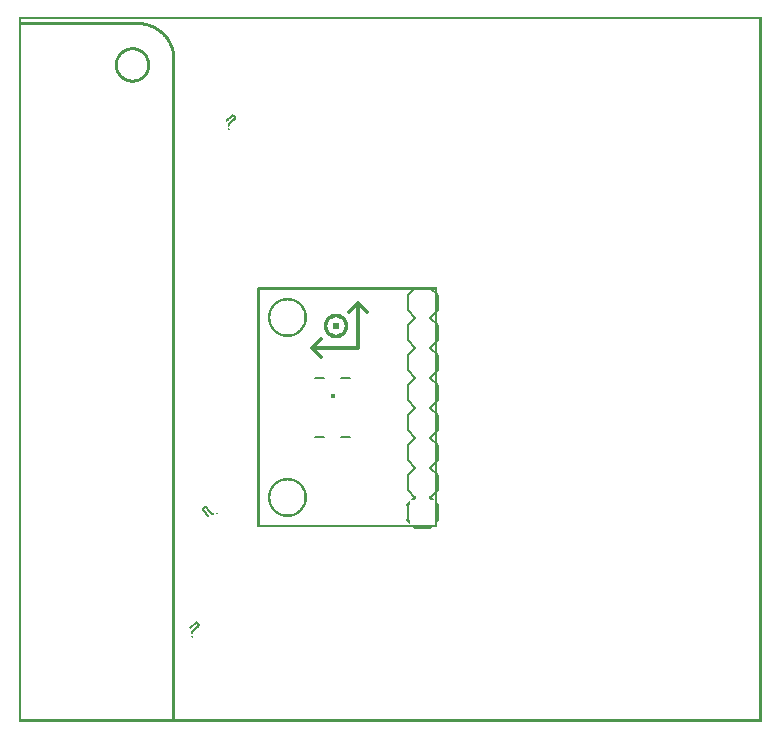
<source format=gto>
G04 MADE WITH FRITZING*
G04 WWW.FRITZING.ORG*
G04 DOUBLE SIDED*
G04 HOLES PLATED*
G04 CONTOUR ON CENTER OF CONTOUR VECTOR*
%ASAXBY*%
%FSLAX23Y23*%
%MOIN*%
%OFA0B0*%
%SFA1.0B1.0*%
%ADD10C,0.082000X0.058*%
%ADD11C,0.024000X0*%
%ADD12C,0.015874X-0.00012598*%
%ADD13C,0.012000*%
%ADD14C,0.008000*%
%ADD15R,0.001000X0.001000*%
%LNSILK1*%
G90*
G70*
G54D10*
X1057Y1321D03*
G54D11*
X1057Y1321D03*
G54D12*
X1046Y1087D03*
G54D13*
X1131Y1248D02*
X1131Y1398D01*
D02*
X1131Y1248D02*
X976Y1248D01*
D02*
X976Y1248D02*
X1006Y1218D01*
D02*
X976Y1248D02*
X1006Y1278D01*
D02*
X1101Y1368D02*
X1131Y1398D01*
D02*
X1161Y1368D02*
X1131Y1398D01*
G54D14*
D02*
X1296Y1273D02*
X1296Y1323D01*
D02*
X1296Y1323D02*
X1321Y1348D01*
D02*
X1371Y1348D02*
X1396Y1323D01*
D02*
X1321Y1148D02*
X1296Y1173D01*
D02*
X1296Y1173D02*
X1296Y1223D01*
D02*
X1296Y1223D02*
X1321Y1248D01*
D02*
X1371Y1248D02*
X1396Y1223D01*
D02*
X1396Y1223D02*
X1396Y1173D01*
D02*
X1396Y1173D02*
X1371Y1148D01*
D02*
X1296Y1273D02*
X1321Y1248D01*
D02*
X1371Y1248D02*
X1396Y1273D01*
D02*
X1396Y1323D02*
X1396Y1273D01*
D02*
X1296Y973D02*
X1296Y1023D01*
D02*
X1296Y1023D02*
X1321Y1048D01*
D02*
X1371Y1048D02*
X1396Y1023D01*
D02*
X1321Y1048D02*
X1296Y1073D01*
D02*
X1296Y1073D02*
X1296Y1123D01*
D02*
X1296Y1123D02*
X1321Y1148D01*
D02*
X1371Y1148D02*
X1396Y1123D01*
D02*
X1396Y1123D02*
X1396Y1073D01*
D02*
X1396Y1073D02*
X1371Y1048D01*
D02*
X1321Y848D02*
X1296Y873D01*
D02*
X1296Y873D02*
X1296Y923D01*
D02*
X1296Y923D02*
X1321Y948D01*
D02*
X1371Y948D02*
X1396Y923D01*
D02*
X1396Y923D02*
X1396Y873D01*
D02*
X1396Y873D02*
X1371Y848D01*
D02*
X1296Y973D02*
X1321Y948D01*
D02*
X1371Y948D02*
X1396Y973D01*
D02*
X1396Y1023D02*
X1396Y973D01*
D02*
X1296Y673D02*
X1296Y723D01*
D02*
X1321Y748D02*
X1296Y773D01*
D02*
X1296Y773D02*
X1296Y823D01*
D02*
X1296Y823D02*
X1321Y848D01*
D02*
X1371Y848D02*
X1396Y823D01*
D02*
X1396Y823D02*
X1396Y773D01*
D02*
X1396Y773D02*
X1371Y748D01*
D02*
X1321Y648D02*
X1371Y648D01*
D02*
X1396Y723D02*
X1396Y673D01*
D02*
X1296Y1373D02*
X1296Y1423D01*
D02*
X1296Y1423D02*
X1321Y1448D01*
D02*
X1321Y1448D02*
X1371Y1448D01*
D02*
X1371Y1448D02*
X1396Y1423D01*
D02*
X1296Y1373D02*
X1321Y1348D01*
D02*
X1371Y1348D02*
X1396Y1373D01*
D02*
X1396Y1423D02*
X1396Y1373D01*
D02*
X987Y1146D02*
X1019Y1146D01*
D02*
X1074Y1146D02*
X1105Y1146D01*
D02*
X1105Y949D02*
X1074Y949D01*
D02*
X1019Y949D02*
X987Y949D01*
G54D15*
X0Y2349D02*
X2476Y2349D01*
X0Y2348D02*
X2476Y2348D01*
X0Y2347D02*
X2476Y2347D01*
X0Y2346D02*
X2476Y2346D01*
X0Y2345D02*
X2476Y2345D01*
X0Y2344D02*
X2476Y2344D01*
X0Y2343D02*
X2476Y2343D01*
X0Y2342D02*
X2476Y2342D01*
X0Y2341D02*
X7Y2341D01*
X2469Y2341D02*
X2476Y2341D01*
X0Y2340D02*
X7Y2340D01*
X2469Y2340D02*
X2476Y2340D01*
X0Y2339D02*
X7Y2339D01*
X2469Y2339D02*
X2476Y2339D01*
X0Y2338D02*
X7Y2338D01*
X2469Y2338D02*
X2476Y2338D01*
X0Y2337D02*
X7Y2337D01*
X2469Y2337D02*
X2476Y2337D01*
X0Y2336D02*
X7Y2336D01*
X2469Y2336D02*
X2476Y2336D01*
X0Y2335D02*
X7Y2335D01*
X2469Y2335D02*
X2476Y2335D01*
X0Y2334D02*
X7Y2334D01*
X2469Y2334D02*
X2476Y2334D01*
X0Y2333D02*
X7Y2333D01*
X2469Y2333D02*
X2476Y2333D01*
X0Y2332D02*
X411Y2332D01*
X2469Y2332D02*
X2476Y2332D01*
X0Y2331D02*
X418Y2331D01*
X2469Y2331D02*
X2476Y2331D01*
X0Y2330D02*
X424Y2330D01*
X2469Y2330D02*
X2476Y2330D01*
X0Y2329D02*
X428Y2329D01*
X2469Y2329D02*
X2476Y2329D01*
X0Y2328D02*
X432Y2328D01*
X2469Y2328D02*
X2476Y2328D01*
X0Y2327D02*
X435Y2327D01*
X2469Y2327D02*
X2476Y2327D01*
X0Y2326D02*
X438Y2326D01*
X2469Y2326D02*
X2476Y2326D01*
X0Y2325D02*
X441Y2325D01*
X2469Y2325D02*
X2476Y2325D01*
X0Y2324D02*
X443Y2324D01*
X2469Y2324D02*
X2476Y2324D01*
X0Y2323D02*
X446Y2323D01*
X2469Y2323D02*
X2476Y2323D01*
X0Y2322D02*
X7Y2322D01*
X406Y2322D02*
X448Y2322D01*
X2469Y2322D02*
X2476Y2322D01*
X0Y2321D02*
X7Y2321D01*
X416Y2321D02*
X450Y2321D01*
X2469Y2321D02*
X2476Y2321D01*
X0Y2320D02*
X7Y2320D01*
X422Y2320D02*
X453Y2320D01*
X2469Y2320D02*
X2476Y2320D01*
X0Y2319D02*
X7Y2319D01*
X426Y2319D02*
X455Y2319D01*
X2469Y2319D02*
X2476Y2319D01*
X0Y2318D02*
X7Y2318D01*
X430Y2318D02*
X456Y2318D01*
X2469Y2318D02*
X2476Y2318D01*
X0Y2317D02*
X7Y2317D01*
X434Y2317D02*
X458Y2317D01*
X2469Y2317D02*
X2476Y2317D01*
X0Y2316D02*
X7Y2316D01*
X437Y2316D02*
X460Y2316D01*
X2469Y2316D02*
X2476Y2316D01*
X0Y2315D02*
X7Y2315D01*
X439Y2315D02*
X462Y2315D01*
X2469Y2315D02*
X2476Y2315D01*
X0Y2314D02*
X7Y2314D01*
X442Y2314D02*
X463Y2314D01*
X2469Y2314D02*
X2476Y2314D01*
X0Y2313D02*
X7Y2313D01*
X444Y2313D02*
X465Y2313D01*
X2469Y2313D02*
X2476Y2313D01*
X0Y2312D02*
X7Y2312D01*
X447Y2312D02*
X467Y2312D01*
X2469Y2312D02*
X2476Y2312D01*
X0Y2311D02*
X7Y2311D01*
X449Y2311D02*
X468Y2311D01*
X2469Y2311D02*
X2476Y2311D01*
X0Y2310D02*
X7Y2310D01*
X451Y2310D02*
X469Y2310D01*
X2469Y2310D02*
X2476Y2310D01*
X0Y2309D02*
X7Y2309D01*
X453Y2309D02*
X471Y2309D01*
X2469Y2309D02*
X2476Y2309D01*
X0Y2308D02*
X7Y2308D01*
X454Y2308D02*
X472Y2308D01*
X2469Y2308D02*
X2476Y2308D01*
X0Y2307D02*
X7Y2307D01*
X456Y2307D02*
X474Y2307D01*
X2469Y2307D02*
X2476Y2307D01*
X0Y2306D02*
X7Y2306D01*
X458Y2306D02*
X475Y2306D01*
X2469Y2306D02*
X2476Y2306D01*
X0Y2305D02*
X7Y2305D01*
X459Y2305D02*
X476Y2305D01*
X2469Y2305D02*
X2476Y2305D01*
X0Y2304D02*
X7Y2304D01*
X461Y2304D02*
X477Y2304D01*
X2469Y2304D02*
X2476Y2304D01*
X0Y2303D02*
X7Y2303D01*
X463Y2303D02*
X479Y2303D01*
X2469Y2303D02*
X2476Y2303D01*
X0Y2302D02*
X7Y2302D01*
X464Y2302D02*
X480Y2302D01*
X2469Y2302D02*
X2476Y2302D01*
X0Y2301D02*
X7Y2301D01*
X465Y2301D02*
X481Y2301D01*
X2469Y2301D02*
X2476Y2301D01*
X0Y2300D02*
X7Y2300D01*
X467Y2300D02*
X482Y2300D01*
X2469Y2300D02*
X2476Y2300D01*
X0Y2299D02*
X7Y2299D01*
X468Y2299D02*
X483Y2299D01*
X2469Y2299D02*
X2476Y2299D01*
X0Y2298D02*
X7Y2298D01*
X469Y2298D02*
X484Y2298D01*
X2469Y2298D02*
X2476Y2298D01*
X0Y2297D02*
X7Y2297D01*
X470Y2297D02*
X485Y2297D01*
X2469Y2297D02*
X2476Y2297D01*
X0Y2296D02*
X7Y2296D01*
X472Y2296D02*
X486Y2296D01*
X2469Y2296D02*
X2476Y2296D01*
X0Y2295D02*
X7Y2295D01*
X473Y2295D02*
X487Y2295D01*
X2469Y2295D02*
X2476Y2295D01*
X0Y2294D02*
X7Y2294D01*
X474Y2294D02*
X488Y2294D01*
X2469Y2294D02*
X2476Y2294D01*
X0Y2293D02*
X7Y2293D01*
X475Y2293D02*
X489Y2293D01*
X2469Y2293D02*
X2476Y2293D01*
X0Y2292D02*
X7Y2292D01*
X476Y2292D02*
X490Y2292D01*
X2469Y2292D02*
X2476Y2292D01*
X0Y2291D02*
X7Y2291D01*
X477Y2291D02*
X491Y2291D01*
X2469Y2291D02*
X2476Y2291D01*
X0Y2290D02*
X7Y2290D01*
X478Y2290D02*
X492Y2290D01*
X2469Y2290D02*
X2476Y2290D01*
X0Y2289D02*
X7Y2289D01*
X479Y2289D02*
X493Y2289D01*
X2469Y2289D02*
X2476Y2289D01*
X0Y2288D02*
X7Y2288D01*
X480Y2288D02*
X493Y2288D01*
X2469Y2288D02*
X2476Y2288D01*
X0Y2287D02*
X7Y2287D01*
X481Y2287D02*
X494Y2287D01*
X2469Y2287D02*
X2476Y2287D01*
X0Y2286D02*
X7Y2286D01*
X482Y2286D02*
X495Y2286D01*
X2469Y2286D02*
X2476Y2286D01*
X0Y2285D02*
X7Y2285D01*
X483Y2285D02*
X496Y2285D01*
X2469Y2285D02*
X2476Y2285D01*
X0Y2284D02*
X7Y2284D01*
X484Y2284D02*
X497Y2284D01*
X2469Y2284D02*
X2476Y2284D01*
X0Y2283D02*
X7Y2283D01*
X485Y2283D02*
X497Y2283D01*
X2469Y2283D02*
X2476Y2283D01*
X0Y2282D02*
X7Y2282D01*
X486Y2282D02*
X498Y2282D01*
X2469Y2282D02*
X2476Y2282D01*
X0Y2281D02*
X7Y2281D01*
X487Y2281D02*
X499Y2281D01*
X2469Y2281D02*
X2476Y2281D01*
X0Y2280D02*
X7Y2280D01*
X487Y2280D02*
X499Y2280D01*
X2469Y2280D02*
X2476Y2280D01*
X0Y2279D02*
X7Y2279D01*
X488Y2279D02*
X500Y2279D01*
X2469Y2279D02*
X2476Y2279D01*
X0Y2278D02*
X7Y2278D01*
X489Y2278D02*
X501Y2278D01*
X2469Y2278D02*
X2476Y2278D01*
X0Y2277D02*
X7Y2277D01*
X490Y2277D02*
X501Y2277D01*
X2469Y2277D02*
X2476Y2277D01*
X0Y2276D02*
X7Y2276D01*
X490Y2276D02*
X502Y2276D01*
X2469Y2276D02*
X2476Y2276D01*
X0Y2275D02*
X7Y2275D01*
X491Y2275D02*
X503Y2275D01*
X2469Y2275D02*
X2476Y2275D01*
X0Y2274D02*
X7Y2274D01*
X492Y2274D02*
X503Y2274D01*
X2469Y2274D02*
X2476Y2274D01*
X0Y2273D02*
X7Y2273D01*
X493Y2273D02*
X504Y2273D01*
X2469Y2273D02*
X2476Y2273D01*
X0Y2272D02*
X7Y2272D01*
X493Y2272D02*
X505Y2272D01*
X2469Y2272D02*
X2476Y2272D01*
X0Y2271D02*
X7Y2271D01*
X494Y2271D02*
X505Y2271D01*
X2469Y2271D02*
X2476Y2271D01*
X0Y2270D02*
X7Y2270D01*
X495Y2270D02*
X506Y2270D01*
X2469Y2270D02*
X2476Y2270D01*
X0Y2269D02*
X7Y2269D01*
X495Y2269D02*
X506Y2269D01*
X2469Y2269D02*
X2476Y2269D01*
X0Y2268D02*
X7Y2268D01*
X496Y2268D02*
X507Y2268D01*
X2469Y2268D02*
X2476Y2268D01*
X0Y2267D02*
X7Y2267D01*
X497Y2267D02*
X507Y2267D01*
X2469Y2267D02*
X2476Y2267D01*
X0Y2266D02*
X7Y2266D01*
X497Y2266D02*
X508Y2266D01*
X2469Y2266D02*
X2476Y2266D01*
X0Y2265D02*
X7Y2265D01*
X498Y2265D02*
X508Y2265D01*
X2469Y2265D02*
X2476Y2265D01*
X0Y2264D02*
X7Y2264D01*
X498Y2264D02*
X509Y2264D01*
X2469Y2264D02*
X2476Y2264D01*
X0Y2263D02*
X7Y2263D01*
X499Y2263D02*
X509Y2263D01*
X2469Y2263D02*
X2476Y2263D01*
X0Y2262D02*
X7Y2262D01*
X499Y2262D02*
X510Y2262D01*
X2469Y2262D02*
X2476Y2262D01*
X0Y2261D02*
X7Y2261D01*
X500Y2261D02*
X510Y2261D01*
X2469Y2261D02*
X2476Y2261D01*
X0Y2260D02*
X7Y2260D01*
X501Y2260D02*
X511Y2260D01*
X2469Y2260D02*
X2476Y2260D01*
X0Y2259D02*
X7Y2259D01*
X501Y2259D02*
X511Y2259D01*
X2469Y2259D02*
X2476Y2259D01*
X0Y2258D02*
X7Y2258D01*
X502Y2258D02*
X512Y2258D01*
X2469Y2258D02*
X2476Y2258D01*
X0Y2257D02*
X7Y2257D01*
X502Y2257D02*
X512Y2257D01*
X2469Y2257D02*
X2476Y2257D01*
X0Y2256D02*
X7Y2256D01*
X502Y2256D02*
X513Y2256D01*
X2469Y2256D02*
X2476Y2256D01*
X0Y2255D02*
X7Y2255D01*
X503Y2255D02*
X513Y2255D01*
X2469Y2255D02*
X2476Y2255D01*
X0Y2254D02*
X7Y2254D01*
X503Y2254D02*
X513Y2254D01*
X2469Y2254D02*
X2476Y2254D01*
X0Y2253D02*
X7Y2253D01*
X504Y2253D02*
X514Y2253D01*
X2469Y2253D02*
X2476Y2253D01*
X0Y2252D02*
X7Y2252D01*
X504Y2252D02*
X514Y2252D01*
X2469Y2252D02*
X2476Y2252D01*
X0Y2251D02*
X7Y2251D01*
X505Y2251D02*
X515Y2251D01*
X2469Y2251D02*
X2476Y2251D01*
X0Y2250D02*
X7Y2250D01*
X505Y2250D02*
X515Y2250D01*
X2469Y2250D02*
X2476Y2250D01*
X0Y2249D02*
X7Y2249D01*
X505Y2249D02*
X515Y2249D01*
X2469Y2249D02*
X2476Y2249D01*
X0Y2248D02*
X7Y2248D01*
X370Y2248D02*
X389Y2248D01*
X506Y2248D02*
X516Y2248D01*
X2469Y2248D02*
X2476Y2248D01*
X0Y2247D02*
X7Y2247D01*
X365Y2247D02*
X393Y2247D01*
X506Y2247D02*
X516Y2247D01*
X2469Y2247D02*
X2476Y2247D01*
X0Y2246D02*
X7Y2246D01*
X362Y2246D02*
X397Y2246D01*
X506Y2246D02*
X516Y2246D01*
X2469Y2246D02*
X2476Y2246D01*
X0Y2245D02*
X7Y2245D01*
X359Y2245D02*
X400Y2245D01*
X507Y2245D02*
X517Y2245D01*
X2469Y2245D02*
X2476Y2245D01*
X0Y2244D02*
X7Y2244D01*
X357Y2244D02*
X402Y2244D01*
X507Y2244D02*
X517Y2244D01*
X2469Y2244D02*
X2476Y2244D01*
X0Y2243D02*
X7Y2243D01*
X354Y2243D02*
X404Y2243D01*
X507Y2243D02*
X517Y2243D01*
X2469Y2243D02*
X2476Y2243D01*
X0Y2242D02*
X7Y2242D01*
X352Y2242D02*
X407Y2242D01*
X508Y2242D02*
X517Y2242D01*
X2469Y2242D02*
X2476Y2242D01*
X0Y2241D02*
X7Y2241D01*
X351Y2241D02*
X408Y2241D01*
X508Y2241D02*
X518Y2241D01*
X2469Y2241D02*
X2476Y2241D01*
X0Y2240D02*
X7Y2240D01*
X349Y2240D02*
X410Y2240D01*
X508Y2240D02*
X518Y2240D01*
X2469Y2240D02*
X2476Y2240D01*
X0Y2239D02*
X7Y2239D01*
X347Y2239D02*
X412Y2239D01*
X509Y2239D02*
X518Y2239D01*
X2469Y2239D02*
X2476Y2239D01*
X0Y2238D02*
X7Y2238D01*
X346Y2238D02*
X372Y2238D01*
X387Y2238D02*
X413Y2238D01*
X509Y2238D02*
X518Y2238D01*
X2469Y2238D02*
X2476Y2238D01*
X0Y2237D02*
X7Y2237D01*
X344Y2237D02*
X367Y2237D01*
X392Y2237D02*
X414Y2237D01*
X509Y2237D02*
X519Y2237D01*
X2469Y2237D02*
X2476Y2237D01*
X0Y2236D02*
X7Y2236D01*
X343Y2236D02*
X363Y2236D01*
X396Y2236D02*
X416Y2236D01*
X509Y2236D02*
X519Y2236D01*
X2469Y2236D02*
X2476Y2236D01*
X0Y2235D02*
X7Y2235D01*
X342Y2235D02*
X361Y2235D01*
X398Y2235D02*
X417Y2235D01*
X510Y2235D02*
X519Y2235D01*
X2469Y2235D02*
X2476Y2235D01*
X0Y2234D02*
X7Y2234D01*
X341Y2234D02*
X358Y2234D01*
X401Y2234D02*
X418Y2234D01*
X510Y2234D02*
X519Y2234D01*
X2469Y2234D02*
X2476Y2234D01*
X0Y2233D02*
X7Y2233D01*
X340Y2233D02*
X356Y2233D01*
X403Y2233D02*
X419Y2233D01*
X510Y2233D02*
X520Y2233D01*
X2469Y2233D02*
X2476Y2233D01*
X0Y2232D02*
X7Y2232D01*
X338Y2232D02*
X354Y2232D01*
X404Y2232D02*
X420Y2232D01*
X510Y2232D02*
X520Y2232D01*
X2469Y2232D02*
X2476Y2232D01*
X0Y2231D02*
X7Y2231D01*
X338Y2231D02*
X353Y2231D01*
X406Y2231D02*
X421Y2231D01*
X510Y2231D02*
X520Y2231D01*
X2469Y2231D02*
X2476Y2231D01*
X0Y2230D02*
X7Y2230D01*
X337Y2230D02*
X351Y2230D01*
X408Y2230D02*
X422Y2230D01*
X511Y2230D02*
X520Y2230D01*
X2469Y2230D02*
X2476Y2230D01*
X0Y2229D02*
X7Y2229D01*
X336Y2229D02*
X350Y2229D01*
X409Y2229D02*
X423Y2229D01*
X511Y2229D02*
X520Y2229D01*
X2469Y2229D02*
X2476Y2229D01*
X0Y2228D02*
X7Y2228D01*
X335Y2228D02*
X349Y2228D01*
X410Y2228D02*
X424Y2228D01*
X511Y2228D02*
X520Y2228D01*
X2469Y2228D02*
X2476Y2228D01*
X0Y2227D02*
X7Y2227D01*
X334Y2227D02*
X347Y2227D01*
X411Y2227D02*
X425Y2227D01*
X511Y2227D02*
X521Y2227D01*
X2469Y2227D02*
X2476Y2227D01*
X0Y2226D02*
X7Y2226D01*
X333Y2226D02*
X346Y2226D01*
X413Y2226D02*
X426Y2226D01*
X511Y2226D02*
X521Y2226D01*
X2469Y2226D02*
X2476Y2226D01*
X0Y2225D02*
X7Y2225D01*
X332Y2225D02*
X345Y2225D01*
X414Y2225D02*
X426Y2225D01*
X511Y2225D02*
X521Y2225D01*
X2469Y2225D02*
X2476Y2225D01*
X0Y2224D02*
X7Y2224D01*
X332Y2224D02*
X344Y2224D01*
X415Y2224D02*
X427Y2224D01*
X512Y2224D02*
X521Y2224D01*
X2469Y2224D02*
X2476Y2224D01*
X0Y2223D02*
X7Y2223D01*
X331Y2223D02*
X343Y2223D01*
X416Y2223D02*
X428Y2223D01*
X512Y2223D02*
X521Y2223D01*
X2469Y2223D02*
X2476Y2223D01*
X0Y2222D02*
X7Y2222D01*
X330Y2222D02*
X342Y2222D01*
X417Y2222D02*
X429Y2222D01*
X512Y2222D02*
X521Y2222D01*
X2469Y2222D02*
X2476Y2222D01*
X0Y2221D02*
X7Y2221D01*
X330Y2221D02*
X341Y2221D01*
X417Y2221D02*
X429Y2221D01*
X512Y2221D02*
X521Y2221D01*
X2469Y2221D02*
X2476Y2221D01*
X0Y2220D02*
X7Y2220D01*
X329Y2220D02*
X341Y2220D01*
X418Y2220D02*
X430Y2220D01*
X512Y2220D02*
X521Y2220D01*
X2469Y2220D02*
X2476Y2220D01*
X0Y2219D02*
X7Y2219D01*
X329Y2219D02*
X340Y2219D01*
X419Y2219D02*
X430Y2219D01*
X512Y2219D02*
X522Y2219D01*
X2469Y2219D02*
X2476Y2219D01*
X0Y2218D02*
X7Y2218D01*
X328Y2218D02*
X339Y2218D01*
X420Y2218D02*
X431Y2218D01*
X512Y2218D02*
X522Y2218D01*
X2469Y2218D02*
X2476Y2218D01*
X0Y2217D02*
X7Y2217D01*
X327Y2217D02*
X338Y2217D01*
X421Y2217D02*
X431Y2217D01*
X512Y2217D02*
X522Y2217D01*
X2469Y2217D02*
X2476Y2217D01*
X0Y2216D02*
X7Y2216D01*
X327Y2216D02*
X338Y2216D01*
X421Y2216D02*
X432Y2216D01*
X512Y2216D02*
X522Y2216D01*
X2469Y2216D02*
X2476Y2216D01*
X0Y2215D02*
X7Y2215D01*
X327Y2215D02*
X337Y2215D01*
X422Y2215D02*
X432Y2215D01*
X512Y2215D02*
X522Y2215D01*
X2469Y2215D02*
X2476Y2215D01*
X0Y2214D02*
X7Y2214D01*
X326Y2214D02*
X337Y2214D01*
X422Y2214D02*
X433Y2214D01*
X512Y2214D02*
X522Y2214D01*
X2469Y2214D02*
X2476Y2214D01*
X0Y2213D02*
X7Y2213D01*
X326Y2213D02*
X336Y2213D01*
X423Y2213D02*
X433Y2213D01*
X512Y2213D02*
X522Y2213D01*
X2469Y2213D02*
X2476Y2213D01*
X0Y2212D02*
X7Y2212D01*
X325Y2212D02*
X335Y2212D01*
X424Y2212D02*
X434Y2212D01*
X512Y2212D02*
X522Y2212D01*
X2469Y2212D02*
X2476Y2212D01*
X0Y2211D02*
X7Y2211D01*
X325Y2211D02*
X335Y2211D01*
X424Y2211D02*
X434Y2211D01*
X513Y2211D02*
X522Y2211D01*
X2469Y2211D02*
X2476Y2211D01*
X0Y2210D02*
X7Y2210D01*
X324Y2210D02*
X334Y2210D01*
X424Y2210D02*
X435Y2210D01*
X513Y2210D02*
X522Y2210D01*
X2469Y2210D02*
X2476Y2210D01*
X0Y2209D02*
X7Y2209D01*
X324Y2209D02*
X334Y2209D01*
X425Y2209D02*
X435Y2209D01*
X513Y2209D02*
X522Y2209D01*
X2469Y2209D02*
X2476Y2209D01*
X0Y2208D02*
X7Y2208D01*
X324Y2208D02*
X334Y2208D01*
X425Y2208D02*
X435Y2208D01*
X513Y2208D02*
X522Y2208D01*
X2469Y2208D02*
X2476Y2208D01*
X0Y2207D02*
X7Y2207D01*
X323Y2207D02*
X333Y2207D01*
X426Y2207D02*
X436Y2207D01*
X513Y2207D02*
X522Y2207D01*
X2469Y2207D02*
X2476Y2207D01*
X0Y2206D02*
X7Y2206D01*
X323Y2206D02*
X333Y2206D01*
X426Y2206D02*
X436Y2206D01*
X513Y2206D02*
X522Y2206D01*
X2469Y2206D02*
X2476Y2206D01*
X0Y2205D02*
X7Y2205D01*
X323Y2205D02*
X332Y2205D01*
X426Y2205D02*
X436Y2205D01*
X513Y2205D02*
X522Y2205D01*
X2469Y2205D02*
X2476Y2205D01*
X0Y2204D02*
X7Y2204D01*
X323Y2204D02*
X332Y2204D01*
X427Y2204D02*
X436Y2204D01*
X513Y2204D02*
X522Y2204D01*
X2469Y2204D02*
X2476Y2204D01*
X0Y2203D02*
X7Y2203D01*
X322Y2203D02*
X332Y2203D01*
X427Y2203D02*
X437Y2203D01*
X513Y2203D02*
X522Y2203D01*
X2469Y2203D02*
X2476Y2203D01*
X0Y2202D02*
X7Y2202D01*
X322Y2202D02*
X332Y2202D01*
X427Y2202D02*
X437Y2202D01*
X513Y2202D02*
X522Y2202D01*
X2469Y2202D02*
X2476Y2202D01*
X0Y2201D02*
X7Y2201D01*
X322Y2201D02*
X331Y2201D01*
X428Y2201D02*
X437Y2201D01*
X513Y2201D02*
X522Y2201D01*
X2469Y2201D02*
X2476Y2201D01*
X0Y2200D02*
X7Y2200D01*
X322Y2200D02*
X331Y2200D01*
X428Y2200D02*
X437Y2200D01*
X513Y2200D02*
X522Y2200D01*
X2469Y2200D02*
X2476Y2200D01*
X0Y2199D02*
X7Y2199D01*
X321Y2199D02*
X331Y2199D01*
X428Y2199D02*
X437Y2199D01*
X513Y2199D02*
X522Y2199D01*
X2469Y2199D02*
X2476Y2199D01*
X0Y2198D02*
X7Y2198D01*
X321Y2198D02*
X331Y2198D01*
X428Y2198D02*
X438Y2198D01*
X513Y2198D02*
X522Y2198D01*
X2469Y2198D02*
X2476Y2198D01*
X0Y2197D02*
X7Y2197D01*
X321Y2197D02*
X331Y2197D01*
X428Y2197D02*
X438Y2197D01*
X513Y2197D02*
X522Y2197D01*
X2469Y2197D02*
X2476Y2197D01*
X0Y2196D02*
X7Y2196D01*
X321Y2196D02*
X330Y2196D01*
X428Y2196D02*
X438Y2196D01*
X513Y2196D02*
X522Y2196D01*
X2469Y2196D02*
X2476Y2196D01*
X0Y2195D02*
X7Y2195D01*
X321Y2195D02*
X330Y2195D01*
X429Y2195D02*
X438Y2195D01*
X513Y2195D02*
X522Y2195D01*
X2469Y2195D02*
X2476Y2195D01*
X0Y2194D02*
X7Y2194D01*
X321Y2194D02*
X330Y2194D01*
X429Y2194D02*
X438Y2194D01*
X513Y2194D02*
X522Y2194D01*
X2469Y2194D02*
X2476Y2194D01*
X0Y2193D02*
X7Y2193D01*
X321Y2193D02*
X330Y2193D01*
X429Y2193D02*
X438Y2193D01*
X513Y2193D02*
X522Y2193D01*
X2469Y2193D02*
X2476Y2193D01*
X0Y2192D02*
X7Y2192D01*
X321Y2192D02*
X330Y2192D01*
X429Y2192D02*
X438Y2192D01*
X513Y2192D02*
X522Y2192D01*
X2469Y2192D02*
X2476Y2192D01*
X0Y2191D02*
X7Y2191D01*
X321Y2191D02*
X330Y2191D01*
X429Y2191D02*
X438Y2191D01*
X513Y2191D02*
X522Y2191D01*
X2469Y2191D02*
X2476Y2191D01*
X0Y2190D02*
X7Y2190D01*
X321Y2190D02*
X330Y2190D01*
X429Y2190D02*
X438Y2190D01*
X513Y2190D02*
X522Y2190D01*
X2469Y2190D02*
X2476Y2190D01*
X0Y2189D02*
X7Y2189D01*
X321Y2189D02*
X330Y2189D01*
X429Y2189D02*
X438Y2189D01*
X513Y2189D02*
X522Y2189D01*
X2469Y2189D02*
X2476Y2189D01*
X0Y2188D02*
X7Y2188D01*
X321Y2188D02*
X330Y2188D01*
X429Y2188D02*
X438Y2188D01*
X513Y2188D02*
X522Y2188D01*
X2469Y2188D02*
X2476Y2188D01*
X0Y2187D02*
X7Y2187D01*
X321Y2187D02*
X330Y2187D01*
X429Y2187D02*
X438Y2187D01*
X513Y2187D02*
X522Y2187D01*
X2469Y2187D02*
X2476Y2187D01*
X0Y2186D02*
X7Y2186D01*
X321Y2186D02*
X330Y2186D01*
X429Y2186D02*
X438Y2186D01*
X513Y2186D02*
X522Y2186D01*
X2469Y2186D02*
X2476Y2186D01*
X0Y2185D02*
X7Y2185D01*
X321Y2185D02*
X330Y2185D01*
X429Y2185D02*
X438Y2185D01*
X513Y2185D02*
X522Y2185D01*
X2469Y2185D02*
X2476Y2185D01*
X0Y2184D02*
X7Y2184D01*
X321Y2184D02*
X330Y2184D01*
X429Y2184D02*
X438Y2184D01*
X513Y2184D02*
X522Y2184D01*
X2469Y2184D02*
X2476Y2184D01*
X0Y2183D02*
X7Y2183D01*
X321Y2183D02*
X331Y2183D01*
X428Y2183D02*
X438Y2183D01*
X513Y2183D02*
X522Y2183D01*
X2469Y2183D02*
X2476Y2183D01*
X0Y2182D02*
X7Y2182D01*
X321Y2182D02*
X331Y2182D01*
X428Y2182D02*
X438Y2182D01*
X513Y2182D02*
X522Y2182D01*
X2469Y2182D02*
X2476Y2182D01*
X0Y2181D02*
X7Y2181D01*
X321Y2181D02*
X331Y2181D01*
X428Y2181D02*
X438Y2181D01*
X513Y2181D02*
X522Y2181D01*
X2469Y2181D02*
X2476Y2181D01*
X0Y2180D02*
X7Y2180D01*
X322Y2180D02*
X331Y2180D01*
X428Y2180D02*
X437Y2180D01*
X513Y2180D02*
X522Y2180D01*
X2469Y2180D02*
X2476Y2180D01*
X0Y2179D02*
X7Y2179D01*
X322Y2179D02*
X331Y2179D01*
X428Y2179D02*
X437Y2179D01*
X513Y2179D02*
X522Y2179D01*
X2469Y2179D02*
X2476Y2179D01*
X0Y2178D02*
X7Y2178D01*
X322Y2178D02*
X331Y2178D01*
X428Y2178D02*
X437Y2178D01*
X513Y2178D02*
X522Y2178D01*
X2469Y2178D02*
X2476Y2178D01*
X0Y2177D02*
X7Y2177D01*
X322Y2177D02*
X332Y2177D01*
X427Y2177D02*
X437Y2177D01*
X513Y2177D02*
X522Y2177D01*
X2469Y2177D02*
X2476Y2177D01*
X0Y2176D02*
X7Y2176D01*
X322Y2176D02*
X332Y2176D01*
X427Y2176D02*
X437Y2176D01*
X513Y2176D02*
X522Y2176D01*
X2469Y2176D02*
X2476Y2176D01*
X0Y2175D02*
X7Y2175D01*
X323Y2175D02*
X332Y2175D01*
X427Y2175D02*
X436Y2175D01*
X513Y2175D02*
X522Y2175D01*
X2469Y2175D02*
X2476Y2175D01*
X0Y2174D02*
X7Y2174D01*
X323Y2174D02*
X333Y2174D01*
X426Y2174D02*
X436Y2174D01*
X513Y2174D02*
X522Y2174D01*
X2469Y2174D02*
X2476Y2174D01*
X0Y2173D02*
X7Y2173D01*
X323Y2173D02*
X333Y2173D01*
X426Y2173D02*
X436Y2173D01*
X513Y2173D02*
X522Y2173D01*
X2469Y2173D02*
X2476Y2173D01*
X0Y2172D02*
X7Y2172D01*
X323Y2172D02*
X333Y2172D01*
X426Y2172D02*
X436Y2172D01*
X513Y2172D02*
X522Y2172D01*
X2469Y2172D02*
X2476Y2172D01*
X0Y2171D02*
X7Y2171D01*
X324Y2171D02*
X334Y2171D01*
X425Y2171D02*
X435Y2171D01*
X513Y2171D02*
X522Y2171D01*
X2469Y2171D02*
X2476Y2171D01*
X0Y2170D02*
X7Y2170D01*
X324Y2170D02*
X334Y2170D01*
X425Y2170D02*
X435Y2170D01*
X513Y2170D02*
X522Y2170D01*
X2469Y2170D02*
X2476Y2170D01*
X0Y2169D02*
X7Y2169D01*
X324Y2169D02*
X335Y2169D01*
X424Y2169D02*
X434Y2169D01*
X513Y2169D02*
X522Y2169D01*
X2469Y2169D02*
X2476Y2169D01*
X0Y2168D02*
X7Y2168D01*
X325Y2168D02*
X335Y2168D01*
X424Y2168D02*
X434Y2168D01*
X513Y2168D02*
X522Y2168D01*
X2469Y2168D02*
X2476Y2168D01*
X0Y2167D02*
X7Y2167D01*
X325Y2167D02*
X336Y2167D01*
X423Y2167D02*
X434Y2167D01*
X513Y2167D02*
X522Y2167D01*
X2469Y2167D02*
X2476Y2167D01*
X0Y2166D02*
X7Y2166D01*
X326Y2166D02*
X336Y2166D01*
X423Y2166D02*
X433Y2166D01*
X513Y2166D02*
X522Y2166D01*
X2469Y2166D02*
X2476Y2166D01*
X0Y2165D02*
X7Y2165D01*
X326Y2165D02*
X337Y2165D01*
X422Y2165D02*
X433Y2165D01*
X513Y2165D02*
X522Y2165D01*
X2469Y2165D02*
X2476Y2165D01*
X0Y2164D02*
X7Y2164D01*
X327Y2164D02*
X337Y2164D01*
X422Y2164D02*
X432Y2164D01*
X513Y2164D02*
X522Y2164D01*
X2469Y2164D02*
X2476Y2164D01*
X0Y2163D02*
X7Y2163D01*
X327Y2163D02*
X338Y2163D01*
X421Y2163D02*
X432Y2163D01*
X513Y2163D02*
X522Y2163D01*
X2469Y2163D02*
X2476Y2163D01*
X0Y2162D02*
X7Y2162D01*
X328Y2162D02*
X339Y2162D01*
X420Y2162D02*
X431Y2162D01*
X513Y2162D02*
X522Y2162D01*
X2469Y2162D02*
X2476Y2162D01*
X0Y2161D02*
X7Y2161D01*
X328Y2161D02*
X339Y2161D01*
X420Y2161D02*
X431Y2161D01*
X513Y2161D02*
X522Y2161D01*
X2469Y2161D02*
X2476Y2161D01*
X0Y2160D02*
X7Y2160D01*
X329Y2160D02*
X340Y2160D01*
X419Y2160D02*
X430Y2160D01*
X513Y2160D02*
X522Y2160D01*
X2469Y2160D02*
X2476Y2160D01*
X0Y2159D02*
X7Y2159D01*
X329Y2159D02*
X341Y2159D01*
X418Y2159D02*
X430Y2159D01*
X513Y2159D02*
X522Y2159D01*
X2469Y2159D02*
X2476Y2159D01*
X0Y2158D02*
X7Y2158D01*
X330Y2158D02*
X342Y2158D01*
X417Y2158D02*
X429Y2158D01*
X513Y2158D02*
X522Y2158D01*
X2469Y2158D02*
X2476Y2158D01*
X0Y2157D02*
X7Y2157D01*
X330Y2157D02*
X343Y2157D01*
X416Y2157D02*
X428Y2157D01*
X513Y2157D02*
X522Y2157D01*
X2469Y2157D02*
X2476Y2157D01*
X0Y2156D02*
X7Y2156D01*
X331Y2156D02*
X343Y2156D01*
X415Y2156D02*
X428Y2156D01*
X513Y2156D02*
X522Y2156D01*
X2469Y2156D02*
X2476Y2156D01*
X0Y2155D02*
X7Y2155D01*
X332Y2155D02*
X344Y2155D01*
X414Y2155D02*
X427Y2155D01*
X513Y2155D02*
X522Y2155D01*
X2469Y2155D02*
X2476Y2155D01*
X0Y2154D02*
X7Y2154D01*
X333Y2154D02*
X345Y2154D01*
X413Y2154D02*
X426Y2154D01*
X513Y2154D02*
X522Y2154D01*
X2469Y2154D02*
X2476Y2154D01*
X0Y2153D02*
X7Y2153D01*
X333Y2153D02*
X347Y2153D01*
X412Y2153D02*
X426Y2153D01*
X513Y2153D02*
X522Y2153D01*
X2469Y2153D02*
X2476Y2153D01*
X0Y2152D02*
X7Y2152D01*
X334Y2152D02*
X348Y2152D01*
X411Y2152D02*
X425Y2152D01*
X513Y2152D02*
X522Y2152D01*
X2469Y2152D02*
X2476Y2152D01*
X0Y2151D02*
X7Y2151D01*
X335Y2151D02*
X349Y2151D01*
X410Y2151D02*
X424Y2151D01*
X513Y2151D02*
X522Y2151D01*
X2469Y2151D02*
X2476Y2151D01*
X0Y2150D02*
X7Y2150D01*
X336Y2150D02*
X350Y2150D01*
X409Y2150D02*
X423Y2150D01*
X513Y2150D02*
X522Y2150D01*
X2469Y2150D02*
X2476Y2150D01*
X0Y2149D02*
X7Y2149D01*
X337Y2149D02*
X352Y2149D01*
X407Y2149D02*
X422Y2149D01*
X513Y2149D02*
X522Y2149D01*
X2469Y2149D02*
X2476Y2149D01*
X0Y2148D02*
X7Y2148D01*
X338Y2148D02*
X353Y2148D01*
X406Y2148D02*
X421Y2148D01*
X513Y2148D02*
X522Y2148D01*
X2469Y2148D02*
X2476Y2148D01*
X0Y2147D02*
X7Y2147D01*
X339Y2147D02*
X355Y2147D01*
X404Y2147D02*
X420Y2147D01*
X513Y2147D02*
X522Y2147D01*
X2469Y2147D02*
X2476Y2147D01*
X0Y2146D02*
X7Y2146D01*
X340Y2146D02*
X357Y2146D01*
X402Y2146D02*
X419Y2146D01*
X513Y2146D02*
X522Y2146D01*
X2469Y2146D02*
X2476Y2146D01*
X0Y2145D02*
X7Y2145D01*
X341Y2145D02*
X359Y2145D01*
X400Y2145D02*
X418Y2145D01*
X513Y2145D02*
X522Y2145D01*
X2469Y2145D02*
X2476Y2145D01*
X0Y2144D02*
X7Y2144D01*
X342Y2144D02*
X361Y2144D01*
X398Y2144D02*
X417Y2144D01*
X513Y2144D02*
X522Y2144D01*
X2469Y2144D02*
X2476Y2144D01*
X0Y2143D02*
X7Y2143D01*
X343Y2143D02*
X364Y2143D01*
X395Y2143D02*
X416Y2143D01*
X513Y2143D02*
X522Y2143D01*
X2469Y2143D02*
X2476Y2143D01*
X0Y2142D02*
X7Y2142D01*
X345Y2142D02*
X368Y2142D01*
X391Y2142D02*
X414Y2142D01*
X513Y2142D02*
X522Y2142D01*
X2469Y2142D02*
X2476Y2142D01*
X0Y2141D02*
X7Y2141D01*
X346Y2141D02*
X373Y2141D01*
X385Y2141D02*
X413Y2141D01*
X513Y2141D02*
X522Y2141D01*
X2469Y2141D02*
X2476Y2141D01*
X0Y2140D02*
X7Y2140D01*
X348Y2140D02*
X411Y2140D01*
X513Y2140D02*
X522Y2140D01*
X2469Y2140D02*
X2476Y2140D01*
X0Y2139D02*
X7Y2139D01*
X349Y2139D02*
X410Y2139D01*
X513Y2139D02*
X522Y2139D01*
X2469Y2139D02*
X2476Y2139D01*
X0Y2138D02*
X7Y2138D01*
X351Y2138D02*
X408Y2138D01*
X513Y2138D02*
X522Y2138D01*
X2469Y2138D02*
X2476Y2138D01*
X0Y2137D02*
X7Y2137D01*
X353Y2137D02*
X406Y2137D01*
X513Y2137D02*
X522Y2137D01*
X2469Y2137D02*
X2476Y2137D01*
X0Y2136D02*
X7Y2136D01*
X355Y2136D02*
X404Y2136D01*
X513Y2136D02*
X522Y2136D01*
X2469Y2136D02*
X2476Y2136D01*
X0Y2135D02*
X7Y2135D01*
X357Y2135D02*
X402Y2135D01*
X513Y2135D02*
X522Y2135D01*
X2469Y2135D02*
X2476Y2135D01*
X0Y2134D02*
X7Y2134D01*
X360Y2134D02*
X399Y2134D01*
X513Y2134D02*
X522Y2134D01*
X2469Y2134D02*
X2476Y2134D01*
X0Y2133D02*
X7Y2133D01*
X362Y2133D02*
X396Y2133D01*
X513Y2133D02*
X522Y2133D01*
X2469Y2133D02*
X2476Y2133D01*
X0Y2132D02*
X7Y2132D01*
X366Y2132D02*
X393Y2132D01*
X513Y2132D02*
X522Y2132D01*
X2469Y2132D02*
X2476Y2132D01*
X0Y2131D02*
X7Y2131D01*
X371Y2131D02*
X388Y2131D01*
X513Y2131D02*
X522Y2131D01*
X2469Y2131D02*
X2476Y2131D01*
X0Y2130D02*
X7Y2130D01*
X513Y2130D02*
X522Y2130D01*
X2469Y2130D02*
X2476Y2130D01*
X0Y2129D02*
X7Y2129D01*
X513Y2129D02*
X522Y2129D01*
X2469Y2129D02*
X2476Y2129D01*
X0Y2128D02*
X7Y2128D01*
X513Y2128D02*
X522Y2128D01*
X2469Y2128D02*
X2476Y2128D01*
X0Y2127D02*
X7Y2127D01*
X513Y2127D02*
X522Y2127D01*
X2469Y2127D02*
X2476Y2127D01*
X0Y2126D02*
X7Y2126D01*
X513Y2126D02*
X522Y2126D01*
X2469Y2126D02*
X2476Y2126D01*
X0Y2125D02*
X7Y2125D01*
X513Y2125D02*
X522Y2125D01*
X2469Y2125D02*
X2476Y2125D01*
X0Y2124D02*
X7Y2124D01*
X513Y2124D02*
X522Y2124D01*
X2469Y2124D02*
X2476Y2124D01*
X0Y2123D02*
X7Y2123D01*
X513Y2123D02*
X522Y2123D01*
X2469Y2123D02*
X2476Y2123D01*
X0Y2122D02*
X7Y2122D01*
X513Y2122D02*
X522Y2122D01*
X2469Y2122D02*
X2476Y2122D01*
X0Y2121D02*
X7Y2121D01*
X513Y2121D02*
X522Y2121D01*
X2469Y2121D02*
X2476Y2121D01*
X0Y2120D02*
X7Y2120D01*
X513Y2120D02*
X522Y2120D01*
X2469Y2120D02*
X2476Y2120D01*
X0Y2119D02*
X7Y2119D01*
X513Y2119D02*
X522Y2119D01*
X2469Y2119D02*
X2476Y2119D01*
X0Y2118D02*
X7Y2118D01*
X513Y2118D02*
X522Y2118D01*
X2469Y2118D02*
X2476Y2118D01*
X0Y2117D02*
X7Y2117D01*
X513Y2117D02*
X522Y2117D01*
X2469Y2117D02*
X2476Y2117D01*
X0Y2116D02*
X7Y2116D01*
X513Y2116D02*
X522Y2116D01*
X2469Y2116D02*
X2476Y2116D01*
X0Y2115D02*
X7Y2115D01*
X513Y2115D02*
X522Y2115D01*
X2469Y2115D02*
X2476Y2115D01*
X0Y2114D02*
X7Y2114D01*
X513Y2114D02*
X522Y2114D01*
X2469Y2114D02*
X2476Y2114D01*
X0Y2113D02*
X7Y2113D01*
X513Y2113D02*
X522Y2113D01*
X2469Y2113D02*
X2476Y2113D01*
X0Y2112D02*
X7Y2112D01*
X513Y2112D02*
X522Y2112D01*
X2469Y2112D02*
X2476Y2112D01*
X0Y2111D02*
X7Y2111D01*
X513Y2111D02*
X522Y2111D01*
X2469Y2111D02*
X2476Y2111D01*
X0Y2110D02*
X7Y2110D01*
X513Y2110D02*
X522Y2110D01*
X2469Y2110D02*
X2476Y2110D01*
X0Y2109D02*
X7Y2109D01*
X513Y2109D02*
X522Y2109D01*
X2469Y2109D02*
X2476Y2109D01*
X0Y2108D02*
X7Y2108D01*
X513Y2108D02*
X522Y2108D01*
X2469Y2108D02*
X2476Y2108D01*
X0Y2107D02*
X7Y2107D01*
X513Y2107D02*
X522Y2107D01*
X2469Y2107D02*
X2476Y2107D01*
X0Y2106D02*
X7Y2106D01*
X513Y2106D02*
X522Y2106D01*
X2469Y2106D02*
X2476Y2106D01*
X0Y2105D02*
X7Y2105D01*
X513Y2105D02*
X522Y2105D01*
X2469Y2105D02*
X2476Y2105D01*
X0Y2104D02*
X7Y2104D01*
X513Y2104D02*
X522Y2104D01*
X2469Y2104D02*
X2476Y2104D01*
X0Y2103D02*
X7Y2103D01*
X513Y2103D02*
X522Y2103D01*
X2469Y2103D02*
X2476Y2103D01*
X0Y2102D02*
X7Y2102D01*
X513Y2102D02*
X522Y2102D01*
X2469Y2102D02*
X2476Y2102D01*
X0Y2101D02*
X7Y2101D01*
X513Y2101D02*
X522Y2101D01*
X2469Y2101D02*
X2476Y2101D01*
X0Y2100D02*
X7Y2100D01*
X513Y2100D02*
X522Y2100D01*
X2469Y2100D02*
X2476Y2100D01*
X0Y2099D02*
X7Y2099D01*
X513Y2099D02*
X522Y2099D01*
X2469Y2099D02*
X2476Y2099D01*
X0Y2098D02*
X7Y2098D01*
X513Y2098D02*
X522Y2098D01*
X2469Y2098D02*
X2476Y2098D01*
X0Y2097D02*
X7Y2097D01*
X513Y2097D02*
X522Y2097D01*
X2469Y2097D02*
X2476Y2097D01*
X0Y2096D02*
X7Y2096D01*
X513Y2096D02*
X522Y2096D01*
X2469Y2096D02*
X2476Y2096D01*
X0Y2095D02*
X7Y2095D01*
X513Y2095D02*
X522Y2095D01*
X2469Y2095D02*
X2476Y2095D01*
X0Y2094D02*
X7Y2094D01*
X513Y2094D02*
X522Y2094D01*
X2469Y2094D02*
X2476Y2094D01*
X0Y2093D02*
X7Y2093D01*
X513Y2093D02*
X522Y2093D01*
X2469Y2093D02*
X2476Y2093D01*
X0Y2092D02*
X7Y2092D01*
X513Y2092D02*
X522Y2092D01*
X2469Y2092D02*
X2476Y2092D01*
X0Y2091D02*
X7Y2091D01*
X513Y2091D02*
X522Y2091D01*
X2469Y2091D02*
X2476Y2091D01*
X0Y2090D02*
X7Y2090D01*
X513Y2090D02*
X522Y2090D01*
X2469Y2090D02*
X2476Y2090D01*
X0Y2089D02*
X7Y2089D01*
X513Y2089D02*
X522Y2089D01*
X2469Y2089D02*
X2476Y2089D01*
X0Y2088D02*
X7Y2088D01*
X513Y2088D02*
X522Y2088D01*
X2469Y2088D02*
X2476Y2088D01*
X0Y2087D02*
X7Y2087D01*
X513Y2087D02*
X522Y2087D01*
X2469Y2087D02*
X2476Y2087D01*
X0Y2086D02*
X7Y2086D01*
X513Y2086D02*
X522Y2086D01*
X2469Y2086D02*
X2476Y2086D01*
X0Y2085D02*
X7Y2085D01*
X513Y2085D02*
X522Y2085D01*
X2469Y2085D02*
X2476Y2085D01*
X0Y2084D02*
X7Y2084D01*
X513Y2084D02*
X522Y2084D01*
X2469Y2084D02*
X2476Y2084D01*
X0Y2083D02*
X7Y2083D01*
X513Y2083D02*
X522Y2083D01*
X2469Y2083D02*
X2476Y2083D01*
X0Y2082D02*
X7Y2082D01*
X513Y2082D02*
X522Y2082D01*
X2469Y2082D02*
X2476Y2082D01*
X0Y2081D02*
X7Y2081D01*
X513Y2081D02*
X522Y2081D01*
X2469Y2081D02*
X2476Y2081D01*
X0Y2080D02*
X7Y2080D01*
X513Y2080D02*
X522Y2080D01*
X2469Y2080D02*
X2476Y2080D01*
X0Y2079D02*
X7Y2079D01*
X513Y2079D02*
X522Y2079D01*
X2469Y2079D02*
X2476Y2079D01*
X0Y2078D02*
X7Y2078D01*
X513Y2078D02*
X522Y2078D01*
X2469Y2078D02*
X2476Y2078D01*
X0Y2077D02*
X7Y2077D01*
X513Y2077D02*
X522Y2077D01*
X2469Y2077D02*
X2476Y2077D01*
X0Y2076D02*
X7Y2076D01*
X513Y2076D02*
X522Y2076D01*
X2469Y2076D02*
X2476Y2076D01*
X0Y2075D02*
X7Y2075D01*
X513Y2075D02*
X522Y2075D01*
X2469Y2075D02*
X2476Y2075D01*
X0Y2074D02*
X7Y2074D01*
X513Y2074D02*
X522Y2074D01*
X2469Y2074D02*
X2476Y2074D01*
X0Y2073D02*
X7Y2073D01*
X513Y2073D02*
X522Y2073D01*
X2469Y2073D02*
X2476Y2073D01*
X0Y2072D02*
X7Y2072D01*
X513Y2072D02*
X522Y2072D01*
X2469Y2072D02*
X2476Y2072D01*
X0Y2071D02*
X7Y2071D01*
X513Y2071D02*
X522Y2071D01*
X2469Y2071D02*
X2476Y2071D01*
X0Y2070D02*
X7Y2070D01*
X513Y2070D02*
X522Y2070D01*
X2469Y2070D02*
X2476Y2070D01*
X0Y2069D02*
X7Y2069D01*
X513Y2069D02*
X522Y2069D01*
X2469Y2069D02*
X2476Y2069D01*
X0Y2068D02*
X7Y2068D01*
X513Y2068D02*
X522Y2068D01*
X2469Y2068D02*
X2476Y2068D01*
X0Y2067D02*
X7Y2067D01*
X513Y2067D02*
X522Y2067D01*
X2469Y2067D02*
X2476Y2067D01*
X0Y2066D02*
X7Y2066D01*
X513Y2066D02*
X522Y2066D01*
X2469Y2066D02*
X2476Y2066D01*
X0Y2065D02*
X7Y2065D01*
X513Y2065D02*
X522Y2065D01*
X2469Y2065D02*
X2476Y2065D01*
X0Y2064D02*
X7Y2064D01*
X513Y2064D02*
X522Y2064D01*
X2469Y2064D02*
X2476Y2064D01*
X0Y2063D02*
X7Y2063D01*
X513Y2063D02*
X522Y2063D01*
X2469Y2063D02*
X2476Y2063D01*
X0Y2062D02*
X7Y2062D01*
X513Y2062D02*
X522Y2062D01*
X2469Y2062D02*
X2476Y2062D01*
X0Y2061D02*
X7Y2061D01*
X513Y2061D02*
X522Y2061D01*
X2469Y2061D02*
X2476Y2061D01*
X0Y2060D02*
X7Y2060D01*
X513Y2060D02*
X522Y2060D01*
X2469Y2060D02*
X2476Y2060D01*
X0Y2059D02*
X7Y2059D01*
X513Y2059D02*
X522Y2059D01*
X2469Y2059D02*
X2476Y2059D01*
X0Y2058D02*
X7Y2058D01*
X513Y2058D02*
X522Y2058D01*
X2469Y2058D02*
X2476Y2058D01*
X0Y2057D02*
X7Y2057D01*
X513Y2057D02*
X522Y2057D01*
X2469Y2057D02*
X2476Y2057D01*
X0Y2056D02*
X7Y2056D01*
X513Y2056D02*
X522Y2056D01*
X2469Y2056D02*
X2476Y2056D01*
X0Y2055D02*
X7Y2055D01*
X513Y2055D02*
X522Y2055D01*
X2469Y2055D02*
X2476Y2055D01*
X0Y2054D02*
X7Y2054D01*
X513Y2054D02*
X522Y2054D01*
X2469Y2054D02*
X2476Y2054D01*
X0Y2053D02*
X7Y2053D01*
X513Y2053D02*
X522Y2053D01*
X2469Y2053D02*
X2476Y2053D01*
X0Y2052D02*
X7Y2052D01*
X513Y2052D02*
X522Y2052D01*
X2469Y2052D02*
X2476Y2052D01*
X0Y2051D02*
X7Y2051D01*
X513Y2051D02*
X522Y2051D01*
X2469Y2051D02*
X2476Y2051D01*
X0Y2050D02*
X7Y2050D01*
X513Y2050D02*
X522Y2050D01*
X2469Y2050D02*
X2476Y2050D01*
X0Y2049D02*
X7Y2049D01*
X513Y2049D02*
X522Y2049D01*
X2469Y2049D02*
X2476Y2049D01*
X0Y2048D02*
X7Y2048D01*
X513Y2048D02*
X522Y2048D01*
X2469Y2048D02*
X2476Y2048D01*
X0Y2047D02*
X7Y2047D01*
X513Y2047D02*
X522Y2047D01*
X2469Y2047D02*
X2476Y2047D01*
X0Y2046D02*
X7Y2046D01*
X513Y2046D02*
X522Y2046D01*
X2469Y2046D02*
X2476Y2046D01*
X0Y2045D02*
X7Y2045D01*
X513Y2045D02*
X522Y2045D01*
X2469Y2045D02*
X2476Y2045D01*
X0Y2044D02*
X7Y2044D01*
X513Y2044D02*
X522Y2044D01*
X2469Y2044D02*
X2476Y2044D01*
X0Y2043D02*
X7Y2043D01*
X513Y2043D02*
X522Y2043D01*
X2469Y2043D02*
X2476Y2043D01*
X0Y2042D02*
X7Y2042D01*
X513Y2042D02*
X522Y2042D01*
X2469Y2042D02*
X2476Y2042D01*
X0Y2041D02*
X7Y2041D01*
X513Y2041D02*
X522Y2041D01*
X2469Y2041D02*
X2476Y2041D01*
X0Y2040D02*
X7Y2040D01*
X513Y2040D02*
X522Y2040D01*
X2469Y2040D02*
X2476Y2040D01*
X0Y2039D02*
X7Y2039D01*
X513Y2039D02*
X522Y2039D01*
X2469Y2039D02*
X2476Y2039D01*
X0Y2038D02*
X7Y2038D01*
X513Y2038D02*
X522Y2038D01*
X2469Y2038D02*
X2476Y2038D01*
X0Y2037D02*
X7Y2037D01*
X513Y2037D02*
X522Y2037D01*
X2469Y2037D02*
X2476Y2037D01*
X0Y2036D02*
X7Y2036D01*
X513Y2036D02*
X522Y2036D01*
X2469Y2036D02*
X2476Y2036D01*
X0Y2035D02*
X7Y2035D01*
X513Y2035D02*
X522Y2035D01*
X2469Y2035D02*
X2476Y2035D01*
X0Y2034D02*
X7Y2034D01*
X513Y2034D02*
X522Y2034D01*
X2469Y2034D02*
X2476Y2034D01*
X0Y2033D02*
X7Y2033D01*
X513Y2033D02*
X522Y2033D01*
X2469Y2033D02*
X2476Y2033D01*
X0Y2032D02*
X7Y2032D01*
X513Y2032D02*
X522Y2032D01*
X2469Y2032D02*
X2476Y2032D01*
X0Y2031D02*
X7Y2031D01*
X513Y2031D02*
X522Y2031D01*
X2469Y2031D02*
X2476Y2031D01*
X0Y2030D02*
X7Y2030D01*
X513Y2030D02*
X522Y2030D01*
X2469Y2030D02*
X2476Y2030D01*
X0Y2029D02*
X7Y2029D01*
X513Y2029D02*
X522Y2029D01*
X2469Y2029D02*
X2476Y2029D01*
X0Y2028D02*
X7Y2028D01*
X513Y2028D02*
X522Y2028D01*
X2469Y2028D02*
X2476Y2028D01*
X0Y2027D02*
X7Y2027D01*
X513Y2027D02*
X522Y2027D01*
X2469Y2027D02*
X2476Y2027D01*
X0Y2026D02*
X7Y2026D01*
X513Y2026D02*
X522Y2026D01*
X2469Y2026D02*
X2476Y2026D01*
X0Y2025D02*
X7Y2025D01*
X513Y2025D02*
X522Y2025D01*
X712Y2025D02*
X715Y2025D01*
X2469Y2025D02*
X2476Y2025D01*
X0Y2024D02*
X7Y2024D01*
X513Y2024D02*
X522Y2024D01*
X711Y2024D02*
X716Y2024D01*
X2469Y2024D02*
X2476Y2024D01*
X0Y2023D02*
X7Y2023D01*
X513Y2023D02*
X522Y2023D01*
X710Y2023D02*
X717Y2023D01*
X2469Y2023D02*
X2476Y2023D01*
X0Y2022D02*
X7Y2022D01*
X513Y2022D02*
X522Y2022D01*
X709Y2022D02*
X718Y2022D01*
X2469Y2022D02*
X2476Y2022D01*
X0Y2021D02*
X7Y2021D01*
X513Y2021D02*
X522Y2021D01*
X707Y2021D02*
X720Y2021D01*
X2469Y2021D02*
X2476Y2021D01*
X0Y2020D02*
X7Y2020D01*
X513Y2020D02*
X522Y2020D01*
X706Y2020D02*
X721Y2020D01*
X2469Y2020D02*
X2476Y2020D01*
X0Y2019D02*
X7Y2019D01*
X513Y2019D02*
X522Y2019D01*
X705Y2019D02*
X722Y2019D01*
X2469Y2019D02*
X2476Y2019D01*
X0Y2018D02*
X7Y2018D01*
X513Y2018D02*
X522Y2018D01*
X704Y2018D02*
X723Y2018D01*
X2469Y2018D02*
X2476Y2018D01*
X0Y2017D02*
X7Y2017D01*
X513Y2017D02*
X522Y2017D01*
X703Y2017D02*
X723Y2017D01*
X2469Y2017D02*
X2476Y2017D01*
X0Y2016D02*
X7Y2016D01*
X513Y2016D02*
X522Y2016D01*
X702Y2016D02*
X711Y2016D01*
X716Y2016D02*
X723Y2016D01*
X2469Y2016D02*
X2476Y2016D01*
X0Y2015D02*
X7Y2015D01*
X513Y2015D02*
X522Y2015D01*
X700Y2015D02*
X710Y2015D01*
X717Y2015D02*
X723Y2015D01*
X2469Y2015D02*
X2476Y2015D01*
X0Y2014D02*
X7Y2014D01*
X513Y2014D02*
X522Y2014D01*
X699Y2014D02*
X709Y2014D01*
X717Y2014D02*
X723Y2014D01*
X2469Y2014D02*
X2476Y2014D01*
X0Y2013D02*
X7Y2013D01*
X513Y2013D02*
X522Y2013D01*
X698Y2013D02*
X708Y2013D01*
X717Y2013D02*
X723Y2013D01*
X2469Y2013D02*
X2476Y2013D01*
X0Y2012D02*
X7Y2012D01*
X513Y2012D02*
X522Y2012D01*
X697Y2012D02*
X707Y2012D01*
X717Y2012D02*
X723Y2012D01*
X2469Y2012D02*
X2476Y2012D01*
X0Y2011D02*
X7Y2011D01*
X513Y2011D02*
X522Y2011D01*
X696Y2011D02*
X706Y2011D01*
X716Y2011D02*
X723Y2011D01*
X2469Y2011D02*
X2476Y2011D01*
X0Y2010D02*
X7Y2010D01*
X513Y2010D02*
X522Y2010D01*
X695Y2010D02*
X704Y2010D01*
X715Y2010D02*
X723Y2010D01*
X2469Y2010D02*
X2476Y2010D01*
X0Y2009D02*
X7Y2009D01*
X513Y2009D02*
X522Y2009D01*
X693Y2009D02*
X703Y2009D01*
X714Y2009D02*
X723Y2009D01*
X2469Y2009D02*
X2476Y2009D01*
X0Y2008D02*
X7Y2008D01*
X513Y2008D02*
X522Y2008D01*
X692Y2008D02*
X702Y2008D01*
X713Y2008D02*
X723Y2008D01*
X2469Y2008D02*
X2476Y2008D01*
X0Y2007D02*
X7Y2007D01*
X513Y2007D02*
X522Y2007D01*
X691Y2007D02*
X701Y2007D01*
X712Y2007D02*
X722Y2007D01*
X2469Y2007D02*
X2476Y2007D01*
X0Y2006D02*
X7Y2006D01*
X513Y2006D02*
X522Y2006D01*
X690Y2006D02*
X700Y2006D01*
X711Y2006D02*
X720Y2006D01*
X2469Y2006D02*
X2476Y2006D01*
X0Y2005D02*
X7Y2005D01*
X513Y2005D02*
X522Y2005D01*
X690Y2005D02*
X699Y2005D01*
X709Y2005D02*
X719Y2005D01*
X2469Y2005D02*
X2476Y2005D01*
X0Y2004D02*
X7Y2004D01*
X513Y2004D02*
X522Y2004D01*
X690Y2004D02*
X697Y2004D01*
X708Y2004D02*
X718Y2004D01*
X2469Y2004D02*
X2476Y2004D01*
X0Y2003D02*
X7Y2003D01*
X513Y2003D02*
X522Y2003D01*
X690Y2003D02*
X696Y2003D01*
X707Y2003D02*
X717Y2003D01*
X2469Y2003D02*
X2476Y2003D01*
X0Y2002D02*
X7Y2002D01*
X513Y2002D02*
X522Y2002D01*
X691Y2002D02*
X695Y2002D01*
X706Y2002D02*
X716Y2002D01*
X2469Y2002D02*
X2476Y2002D01*
X0Y2001D02*
X7Y2001D01*
X513Y2001D02*
X522Y2001D01*
X692Y2001D02*
X693Y2001D01*
X705Y2001D02*
X715Y2001D01*
X2469Y2001D02*
X2476Y2001D01*
X0Y2000D02*
X7Y2000D01*
X513Y2000D02*
X522Y2000D01*
X703Y2000D02*
X713Y2000D01*
X2469Y2000D02*
X2476Y2000D01*
X0Y1999D02*
X7Y1999D01*
X513Y1999D02*
X522Y1999D01*
X702Y1999D02*
X712Y1999D01*
X2469Y1999D02*
X2476Y1999D01*
X0Y1998D02*
X7Y1998D01*
X513Y1998D02*
X522Y1998D01*
X701Y1998D02*
X711Y1998D01*
X2469Y1998D02*
X2476Y1998D01*
X0Y1997D02*
X7Y1997D01*
X513Y1997D02*
X522Y1997D01*
X700Y1997D02*
X710Y1997D01*
X2469Y1997D02*
X2476Y1997D01*
X0Y1996D02*
X7Y1996D01*
X513Y1996D02*
X522Y1996D01*
X699Y1996D02*
X709Y1996D01*
X2469Y1996D02*
X2476Y1996D01*
X0Y1995D02*
X7Y1995D01*
X513Y1995D02*
X522Y1995D01*
X698Y1995D02*
X708Y1995D01*
X2469Y1995D02*
X2476Y1995D01*
X0Y1994D02*
X7Y1994D01*
X513Y1994D02*
X522Y1994D01*
X697Y1994D02*
X706Y1994D01*
X2469Y1994D02*
X2476Y1994D01*
X0Y1993D02*
X7Y1993D01*
X513Y1993D02*
X522Y1993D01*
X697Y1993D02*
X705Y1993D01*
X2469Y1993D02*
X2476Y1993D01*
X0Y1992D02*
X7Y1992D01*
X513Y1992D02*
X522Y1992D01*
X697Y1992D02*
X704Y1992D01*
X2469Y1992D02*
X2476Y1992D01*
X0Y1991D02*
X7Y1991D01*
X513Y1991D02*
X522Y1991D01*
X697Y1991D02*
X703Y1991D01*
X2469Y1991D02*
X2476Y1991D01*
X0Y1990D02*
X7Y1990D01*
X513Y1990D02*
X522Y1990D01*
X697Y1990D02*
X703Y1990D01*
X2469Y1990D02*
X2476Y1990D01*
X0Y1989D02*
X7Y1989D01*
X513Y1989D02*
X522Y1989D01*
X697Y1989D02*
X703Y1989D01*
X2469Y1989D02*
X2476Y1989D01*
X0Y1988D02*
X7Y1988D01*
X513Y1988D02*
X522Y1988D01*
X697Y1988D02*
X703Y1988D01*
X2469Y1988D02*
X2476Y1988D01*
X0Y1987D02*
X7Y1987D01*
X513Y1987D02*
X522Y1987D01*
X697Y1987D02*
X703Y1987D01*
X2469Y1987D02*
X2476Y1987D01*
X0Y1986D02*
X7Y1986D01*
X513Y1986D02*
X522Y1986D01*
X697Y1986D02*
X703Y1986D01*
X2469Y1986D02*
X2476Y1986D01*
X0Y1985D02*
X7Y1985D01*
X513Y1985D02*
X522Y1985D01*
X697Y1985D02*
X702Y1985D01*
X2469Y1985D02*
X2476Y1985D01*
X0Y1984D02*
X7Y1984D01*
X513Y1984D02*
X522Y1984D01*
X698Y1984D02*
X701Y1984D01*
X2469Y1984D02*
X2476Y1984D01*
X0Y1983D02*
X7Y1983D01*
X513Y1983D02*
X522Y1983D01*
X2469Y1983D02*
X2476Y1983D01*
X0Y1982D02*
X7Y1982D01*
X513Y1982D02*
X522Y1982D01*
X2469Y1982D02*
X2476Y1982D01*
X0Y1981D02*
X7Y1981D01*
X513Y1981D02*
X522Y1981D01*
X2469Y1981D02*
X2476Y1981D01*
X0Y1980D02*
X7Y1980D01*
X513Y1980D02*
X522Y1980D01*
X2469Y1980D02*
X2476Y1980D01*
X0Y1979D02*
X7Y1979D01*
X513Y1979D02*
X522Y1979D01*
X2469Y1979D02*
X2476Y1979D01*
X0Y1978D02*
X7Y1978D01*
X513Y1978D02*
X522Y1978D01*
X699Y1978D02*
X701Y1978D01*
X2469Y1978D02*
X2476Y1978D01*
X0Y1977D02*
X7Y1977D01*
X513Y1977D02*
X522Y1977D01*
X698Y1977D02*
X702Y1977D01*
X2469Y1977D02*
X2476Y1977D01*
X0Y1976D02*
X7Y1976D01*
X513Y1976D02*
X522Y1976D01*
X697Y1976D02*
X702Y1976D01*
X2469Y1976D02*
X2476Y1976D01*
X0Y1975D02*
X7Y1975D01*
X513Y1975D02*
X522Y1975D01*
X697Y1975D02*
X703Y1975D01*
X2469Y1975D02*
X2476Y1975D01*
X0Y1974D02*
X7Y1974D01*
X513Y1974D02*
X522Y1974D01*
X697Y1974D02*
X703Y1974D01*
X2469Y1974D02*
X2476Y1974D01*
X0Y1973D02*
X7Y1973D01*
X513Y1973D02*
X522Y1973D01*
X697Y1973D02*
X702Y1973D01*
X2469Y1973D02*
X2476Y1973D01*
X0Y1972D02*
X7Y1972D01*
X513Y1972D02*
X522Y1972D01*
X698Y1972D02*
X701Y1972D01*
X2469Y1972D02*
X2476Y1972D01*
X0Y1971D02*
X7Y1971D01*
X513Y1971D02*
X522Y1971D01*
X2469Y1971D02*
X2476Y1971D01*
X0Y1970D02*
X7Y1970D01*
X513Y1970D02*
X522Y1970D01*
X2469Y1970D02*
X2476Y1970D01*
X0Y1969D02*
X7Y1969D01*
X513Y1969D02*
X522Y1969D01*
X2469Y1969D02*
X2476Y1969D01*
X0Y1968D02*
X7Y1968D01*
X513Y1968D02*
X522Y1968D01*
X2469Y1968D02*
X2476Y1968D01*
X0Y1967D02*
X7Y1967D01*
X513Y1967D02*
X522Y1967D01*
X2469Y1967D02*
X2476Y1967D01*
X0Y1966D02*
X7Y1966D01*
X513Y1966D02*
X522Y1966D01*
X2469Y1966D02*
X2476Y1966D01*
X0Y1965D02*
X7Y1965D01*
X513Y1965D02*
X522Y1965D01*
X2469Y1965D02*
X2476Y1965D01*
X0Y1964D02*
X7Y1964D01*
X513Y1964D02*
X522Y1964D01*
X2469Y1964D02*
X2476Y1964D01*
X0Y1963D02*
X7Y1963D01*
X513Y1963D02*
X522Y1963D01*
X2469Y1963D02*
X2476Y1963D01*
X0Y1962D02*
X7Y1962D01*
X513Y1962D02*
X522Y1962D01*
X2469Y1962D02*
X2476Y1962D01*
X0Y1961D02*
X7Y1961D01*
X513Y1961D02*
X522Y1961D01*
X2469Y1961D02*
X2476Y1961D01*
X0Y1960D02*
X7Y1960D01*
X513Y1960D02*
X522Y1960D01*
X2469Y1960D02*
X2476Y1960D01*
X0Y1959D02*
X7Y1959D01*
X513Y1959D02*
X522Y1959D01*
X2469Y1959D02*
X2476Y1959D01*
X0Y1958D02*
X7Y1958D01*
X513Y1958D02*
X522Y1958D01*
X2469Y1958D02*
X2476Y1958D01*
X0Y1957D02*
X7Y1957D01*
X513Y1957D02*
X522Y1957D01*
X2469Y1957D02*
X2476Y1957D01*
X0Y1956D02*
X7Y1956D01*
X513Y1956D02*
X522Y1956D01*
X2469Y1956D02*
X2476Y1956D01*
X0Y1955D02*
X7Y1955D01*
X513Y1955D02*
X522Y1955D01*
X2469Y1955D02*
X2476Y1955D01*
X0Y1954D02*
X7Y1954D01*
X513Y1954D02*
X522Y1954D01*
X2469Y1954D02*
X2476Y1954D01*
X0Y1953D02*
X7Y1953D01*
X513Y1953D02*
X522Y1953D01*
X2469Y1953D02*
X2476Y1953D01*
X0Y1952D02*
X7Y1952D01*
X513Y1952D02*
X522Y1952D01*
X2469Y1952D02*
X2476Y1952D01*
X0Y1951D02*
X7Y1951D01*
X513Y1951D02*
X522Y1951D01*
X2469Y1951D02*
X2476Y1951D01*
X0Y1950D02*
X7Y1950D01*
X513Y1950D02*
X522Y1950D01*
X2469Y1950D02*
X2476Y1950D01*
X0Y1949D02*
X7Y1949D01*
X513Y1949D02*
X522Y1949D01*
X2469Y1949D02*
X2476Y1949D01*
X0Y1948D02*
X7Y1948D01*
X513Y1948D02*
X522Y1948D01*
X2469Y1948D02*
X2476Y1948D01*
X0Y1947D02*
X7Y1947D01*
X513Y1947D02*
X522Y1947D01*
X2469Y1947D02*
X2476Y1947D01*
X0Y1946D02*
X7Y1946D01*
X513Y1946D02*
X522Y1946D01*
X2469Y1946D02*
X2476Y1946D01*
X0Y1945D02*
X7Y1945D01*
X513Y1945D02*
X522Y1945D01*
X2469Y1945D02*
X2476Y1945D01*
X0Y1944D02*
X7Y1944D01*
X513Y1944D02*
X522Y1944D01*
X2469Y1944D02*
X2476Y1944D01*
X0Y1943D02*
X7Y1943D01*
X513Y1943D02*
X522Y1943D01*
X2469Y1943D02*
X2476Y1943D01*
X0Y1942D02*
X7Y1942D01*
X513Y1942D02*
X522Y1942D01*
X2469Y1942D02*
X2476Y1942D01*
X0Y1941D02*
X7Y1941D01*
X513Y1941D02*
X522Y1941D01*
X2469Y1941D02*
X2476Y1941D01*
X0Y1940D02*
X7Y1940D01*
X513Y1940D02*
X522Y1940D01*
X2469Y1940D02*
X2476Y1940D01*
X0Y1939D02*
X7Y1939D01*
X513Y1939D02*
X522Y1939D01*
X2469Y1939D02*
X2476Y1939D01*
X0Y1938D02*
X7Y1938D01*
X513Y1938D02*
X522Y1938D01*
X2469Y1938D02*
X2476Y1938D01*
X0Y1937D02*
X7Y1937D01*
X513Y1937D02*
X522Y1937D01*
X2469Y1937D02*
X2476Y1937D01*
X0Y1936D02*
X7Y1936D01*
X513Y1936D02*
X522Y1936D01*
X2469Y1936D02*
X2476Y1936D01*
X0Y1935D02*
X7Y1935D01*
X513Y1935D02*
X522Y1935D01*
X2469Y1935D02*
X2476Y1935D01*
X0Y1934D02*
X7Y1934D01*
X513Y1934D02*
X522Y1934D01*
X2469Y1934D02*
X2476Y1934D01*
X0Y1933D02*
X7Y1933D01*
X513Y1933D02*
X522Y1933D01*
X2469Y1933D02*
X2476Y1933D01*
X0Y1932D02*
X7Y1932D01*
X513Y1932D02*
X522Y1932D01*
X2469Y1932D02*
X2476Y1932D01*
X0Y1931D02*
X7Y1931D01*
X513Y1931D02*
X522Y1931D01*
X2469Y1931D02*
X2476Y1931D01*
X0Y1930D02*
X7Y1930D01*
X513Y1930D02*
X522Y1930D01*
X2469Y1930D02*
X2476Y1930D01*
X0Y1929D02*
X7Y1929D01*
X513Y1929D02*
X522Y1929D01*
X2469Y1929D02*
X2476Y1929D01*
X0Y1928D02*
X7Y1928D01*
X513Y1928D02*
X522Y1928D01*
X2469Y1928D02*
X2476Y1928D01*
X0Y1927D02*
X7Y1927D01*
X513Y1927D02*
X522Y1927D01*
X2469Y1927D02*
X2476Y1927D01*
X0Y1926D02*
X7Y1926D01*
X513Y1926D02*
X522Y1926D01*
X2469Y1926D02*
X2476Y1926D01*
X0Y1925D02*
X7Y1925D01*
X513Y1925D02*
X522Y1925D01*
X2469Y1925D02*
X2476Y1925D01*
X0Y1924D02*
X7Y1924D01*
X513Y1924D02*
X522Y1924D01*
X2469Y1924D02*
X2476Y1924D01*
X0Y1923D02*
X7Y1923D01*
X513Y1923D02*
X522Y1923D01*
X2469Y1923D02*
X2476Y1923D01*
X0Y1922D02*
X7Y1922D01*
X513Y1922D02*
X522Y1922D01*
X2469Y1922D02*
X2476Y1922D01*
X0Y1921D02*
X7Y1921D01*
X513Y1921D02*
X522Y1921D01*
X2469Y1921D02*
X2476Y1921D01*
X0Y1920D02*
X7Y1920D01*
X513Y1920D02*
X522Y1920D01*
X2469Y1920D02*
X2476Y1920D01*
X0Y1919D02*
X7Y1919D01*
X513Y1919D02*
X522Y1919D01*
X2469Y1919D02*
X2476Y1919D01*
X0Y1918D02*
X7Y1918D01*
X513Y1918D02*
X522Y1918D01*
X2469Y1918D02*
X2476Y1918D01*
X0Y1917D02*
X7Y1917D01*
X513Y1917D02*
X522Y1917D01*
X2469Y1917D02*
X2476Y1917D01*
X0Y1916D02*
X7Y1916D01*
X513Y1916D02*
X522Y1916D01*
X2469Y1916D02*
X2476Y1916D01*
X0Y1915D02*
X7Y1915D01*
X513Y1915D02*
X522Y1915D01*
X2469Y1915D02*
X2476Y1915D01*
X0Y1914D02*
X7Y1914D01*
X513Y1914D02*
X522Y1914D01*
X2469Y1914D02*
X2476Y1914D01*
X0Y1913D02*
X7Y1913D01*
X513Y1913D02*
X522Y1913D01*
X2469Y1913D02*
X2476Y1913D01*
X0Y1912D02*
X7Y1912D01*
X513Y1912D02*
X522Y1912D01*
X2469Y1912D02*
X2476Y1912D01*
X0Y1911D02*
X7Y1911D01*
X513Y1911D02*
X522Y1911D01*
X2469Y1911D02*
X2476Y1911D01*
X0Y1910D02*
X7Y1910D01*
X513Y1910D02*
X522Y1910D01*
X2469Y1910D02*
X2476Y1910D01*
X0Y1909D02*
X7Y1909D01*
X513Y1909D02*
X522Y1909D01*
X2469Y1909D02*
X2476Y1909D01*
X0Y1908D02*
X7Y1908D01*
X513Y1908D02*
X522Y1908D01*
X2469Y1908D02*
X2476Y1908D01*
X0Y1907D02*
X7Y1907D01*
X513Y1907D02*
X522Y1907D01*
X2469Y1907D02*
X2476Y1907D01*
X0Y1906D02*
X7Y1906D01*
X513Y1906D02*
X522Y1906D01*
X2469Y1906D02*
X2476Y1906D01*
X0Y1905D02*
X7Y1905D01*
X513Y1905D02*
X522Y1905D01*
X2469Y1905D02*
X2476Y1905D01*
X0Y1904D02*
X7Y1904D01*
X513Y1904D02*
X522Y1904D01*
X2469Y1904D02*
X2476Y1904D01*
X0Y1903D02*
X7Y1903D01*
X513Y1903D02*
X522Y1903D01*
X2469Y1903D02*
X2476Y1903D01*
X0Y1902D02*
X7Y1902D01*
X513Y1902D02*
X522Y1902D01*
X2469Y1902D02*
X2476Y1902D01*
X0Y1901D02*
X7Y1901D01*
X513Y1901D02*
X522Y1901D01*
X2469Y1901D02*
X2476Y1901D01*
X0Y1900D02*
X7Y1900D01*
X513Y1900D02*
X522Y1900D01*
X2469Y1900D02*
X2476Y1900D01*
X0Y1899D02*
X7Y1899D01*
X513Y1899D02*
X522Y1899D01*
X2469Y1899D02*
X2476Y1899D01*
X0Y1898D02*
X7Y1898D01*
X513Y1898D02*
X522Y1898D01*
X2469Y1898D02*
X2476Y1898D01*
X0Y1897D02*
X7Y1897D01*
X513Y1897D02*
X522Y1897D01*
X2469Y1897D02*
X2476Y1897D01*
X0Y1896D02*
X7Y1896D01*
X513Y1896D02*
X522Y1896D01*
X2469Y1896D02*
X2476Y1896D01*
X0Y1895D02*
X7Y1895D01*
X513Y1895D02*
X522Y1895D01*
X2469Y1895D02*
X2476Y1895D01*
X0Y1894D02*
X7Y1894D01*
X513Y1894D02*
X522Y1894D01*
X2469Y1894D02*
X2476Y1894D01*
X0Y1893D02*
X7Y1893D01*
X513Y1893D02*
X522Y1893D01*
X2469Y1893D02*
X2476Y1893D01*
X0Y1892D02*
X7Y1892D01*
X513Y1892D02*
X522Y1892D01*
X2469Y1892D02*
X2476Y1892D01*
X0Y1891D02*
X7Y1891D01*
X513Y1891D02*
X522Y1891D01*
X2469Y1891D02*
X2476Y1891D01*
X0Y1890D02*
X7Y1890D01*
X513Y1890D02*
X522Y1890D01*
X2469Y1890D02*
X2476Y1890D01*
X0Y1889D02*
X7Y1889D01*
X513Y1889D02*
X522Y1889D01*
X2469Y1889D02*
X2476Y1889D01*
X0Y1888D02*
X7Y1888D01*
X513Y1888D02*
X522Y1888D01*
X2469Y1888D02*
X2476Y1888D01*
X0Y1887D02*
X7Y1887D01*
X513Y1887D02*
X522Y1887D01*
X2469Y1887D02*
X2476Y1887D01*
X0Y1886D02*
X7Y1886D01*
X513Y1886D02*
X522Y1886D01*
X2469Y1886D02*
X2476Y1886D01*
X0Y1885D02*
X7Y1885D01*
X513Y1885D02*
X522Y1885D01*
X2469Y1885D02*
X2476Y1885D01*
X0Y1884D02*
X7Y1884D01*
X513Y1884D02*
X522Y1884D01*
X2469Y1884D02*
X2476Y1884D01*
X0Y1883D02*
X7Y1883D01*
X513Y1883D02*
X522Y1883D01*
X2469Y1883D02*
X2476Y1883D01*
X0Y1882D02*
X7Y1882D01*
X513Y1882D02*
X522Y1882D01*
X2469Y1882D02*
X2476Y1882D01*
X0Y1881D02*
X7Y1881D01*
X513Y1881D02*
X522Y1881D01*
X2469Y1881D02*
X2476Y1881D01*
X0Y1880D02*
X7Y1880D01*
X513Y1880D02*
X522Y1880D01*
X2469Y1880D02*
X2476Y1880D01*
X0Y1879D02*
X7Y1879D01*
X513Y1879D02*
X522Y1879D01*
X2469Y1879D02*
X2476Y1879D01*
X0Y1878D02*
X7Y1878D01*
X513Y1878D02*
X522Y1878D01*
X2469Y1878D02*
X2476Y1878D01*
X0Y1877D02*
X7Y1877D01*
X513Y1877D02*
X522Y1877D01*
X2469Y1877D02*
X2476Y1877D01*
X0Y1876D02*
X7Y1876D01*
X513Y1876D02*
X522Y1876D01*
X2469Y1876D02*
X2476Y1876D01*
X0Y1875D02*
X7Y1875D01*
X513Y1875D02*
X522Y1875D01*
X2469Y1875D02*
X2476Y1875D01*
X0Y1874D02*
X7Y1874D01*
X513Y1874D02*
X522Y1874D01*
X2469Y1874D02*
X2476Y1874D01*
X0Y1873D02*
X7Y1873D01*
X513Y1873D02*
X522Y1873D01*
X2469Y1873D02*
X2476Y1873D01*
X0Y1872D02*
X7Y1872D01*
X513Y1872D02*
X522Y1872D01*
X2469Y1872D02*
X2476Y1872D01*
X0Y1871D02*
X7Y1871D01*
X513Y1871D02*
X522Y1871D01*
X2469Y1871D02*
X2476Y1871D01*
X0Y1870D02*
X7Y1870D01*
X513Y1870D02*
X522Y1870D01*
X2469Y1870D02*
X2476Y1870D01*
X0Y1869D02*
X7Y1869D01*
X513Y1869D02*
X522Y1869D01*
X2469Y1869D02*
X2476Y1869D01*
X0Y1868D02*
X7Y1868D01*
X513Y1868D02*
X522Y1868D01*
X2469Y1868D02*
X2476Y1868D01*
X0Y1867D02*
X7Y1867D01*
X513Y1867D02*
X522Y1867D01*
X2469Y1867D02*
X2476Y1867D01*
X0Y1866D02*
X7Y1866D01*
X513Y1866D02*
X522Y1866D01*
X2469Y1866D02*
X2476Y1866D01*
X0Y1865D02*
X7Y1865D01*
X513Y1865D02*
X522Y1865D01*
X2469Y1865D02*
X2476Y1865D01*
X0Y1864D02*
X7Y1864D01*
X513Y1864D02*
X522Y1864D01*
X2469Y1864D02*
X2476Y1864D01*
X0Y1863D02*
X7Y1863D01*
X513Y1863D02*
X522Y1863D01*
X2469Y1863D02*
X2476Y1863D01*
X0Y1862D02*
X7Y1862D01*
X513Y1862D02*
X522Y1862D01*
X2469Y1862D02*
X2476Y1862D01*
X0Y1861D02*
X7Y1861D01*
X513Y1861D02*
X522Y1861D01*
X2469Y1861D02*
X2476Y1861D01*
X0Y1860D02*
X7Y1860D01*
X513Y1860D02*
X522Y1860D01*
X2469Y1860D02*
X2476Y1860D01*
X0Y1859D02*
X7Y1859D01*
X513Y1859D02*
X522Y1859D01*
X2469Y1859D02*
X2476Y1859D01*
X0Y1858D02*
X7Y1858D01*
X513Y1858D02*
X522Y1858D01*
X2469Y1858D02*
X2476Y1858D01*
X0Y1857D02*
X7Y1857D01*
X513Y1857D02*
X522Y1857D01*
X2469Y1857D02*
X2476Y1857D01*
X0Y1856D02*
X7Y1856D01*
X513Y1856D02*
X522Y1856D01*
X2469Y1856D02*
X2476Y1856D01*
X0Y1855D02*
X7Y1855D01*
X513Y1855D02*
X522Y1855D01*
X2469Y1855D02*
X2476Y1855D01*
X0Y1854D02*
X7Y1854D01*
X513Y1854D02*
X522Y1854D01*
X2469Y1854D02*
X2476Y1854D01*
X0Y1853D02*
X7Y1853D01*
X513Y1853D02*
X522Y1853D01*
X2469Y1853D02*
X2476Y1853D01*
X0Y1852D02*
X7Y1852D01*
X513Y1852D02*
X522Y1852D01*
X2469Y1852D02*
X2476Y1852D01*
X0Y1851D02*
X7Y1851D01*
X513Y1851D02*
X522Y1851D01*
X2469Y1851D02*
X2476Y1851D01*
X0Y1850D02*
X7Y1850D01*
X513Y1850D02*
X522Y1850D01*
X2469Y1850D02*
X2476Y1850D01*
X0Y1849D02*
X7Y1849D01*
X513Y1849D02*
X522Y1849D01*
X2469Y1849D02*
X2476Y1849D01*
X0Y1848D02*
X7Y1848D01*
X513Y1848D02*
X522Y1848D01*
X2469Y1848D02*
X2476Y1848D01*
X0Y1847D02*
X7Y1847D01*
X513Y1847D02*
X522Y1847D01*
X2469Y1847D02*
X2476Y1847D01*
X0Y1846D02*
X7Y1846D01*
X513Y1846D02*
X522Y1846D01*
X2469Y1846D02*
X2476Y1846D01*
X0Y1845D02*
X7Y1845D01*
X513Y1845D02*
X522Y1845D01*
X2469Y1845D02*
X2476Y1845D01*
X0Y1844D02*
X7Y1844D01*
X513Y1844D02*
X522Y1844D01*
X2469Y1844D02*
X2476Y1844D01*
X0Y1843D02*
X7Y1843D01*
X513Y1843D02*
X522Y1843D01*
X2469Y1843D02*
X2476Y1843D01*
X0Y1842D02*
X7Y1842D01*
X513Y1842D02*
X522Y1842D01*
X2469Y1842D02*
X2476Y1842D01*
X0Y1841D02*
X7Y1841D01*
X513Y1841D02*
X522Y1841D01*
X2469Y1841D02*
X2476Y1841D01*
X0Y1840D02*
X7Y1840D01*
X513Y1840D02*
X522Y1840D01*
X2469Y1840D02*
X2476Y1840D01*
X0Y1839D02*
X7Y1839D01*
X513Y1839D02*
X522Y1839D01*
X2469Y1839D02*
X2476Y1839D01*
X0Y1838D02*
X7Y1838D01*
X513Y1838D02*
X522Y1838D01*
X2469Y1838D02*
X2476Y1838D01*
X0Y1837D02*
X7Y1837D01*
X513Y1837D02*
X522Y1837D01*
X2469Y1837D02*
X2476Y1837D01*
X0Y1836D02*
X7Y1836D01*
X513Y1836D02*
X522Y1836D01*
X2469Y1836D02*
X2476Y1836D01*
X0Y1835D02*
X7Y1835D01*
X513Y1835D02*
X522Y1835D01*
X2469Y1835D02*
X2476Y1835D01*
X0Y1834D02*
X7Y1834D01*
X513Y1834D02*
X522Y1834D01*
X2469Y1834D02*
X2476Y1834D01*
X0Y1833D02*
X7Y1833D01*
X513Y1833D02*
X522Y1833D01*
X2469Y1833D02*
X2476Y1833D01*
X0Y1832D02*
X7Y1832D01*
X513Y1832D02*
X522Y1832D01*
X2469Y1832D02*
X2476Y1832D01*
X0Y1831D02*
X7Y1831D01*
X513Y1831D02*
X522Y1831D01*
X2469Y1831D02*
X2476Y1831D01*
X0Y1830D02*
X7Y1830D01*
X513Y1830D02*
X522Y1830D01*
X2469Y1830D02*
X2476Y1830D01*
X0Y1829D02*
X7Y1829D01*
X513Y1829D02*
X522Y1829D01*
X2469Y1829D02*
X2476Y1829D01*
X0Y1828D02*
X7Y1828D01*
X513Y1828D02*
X522Y1828D01*
X2469Y1828D02*
X2476Y1828D01*
X0Y1827D02*
X7Y1827D01*
X513Y1827D02*
X522Y1827D01*
X2469Y1827D02*
X2476Y1827D01*
X0Y1826D02*
X7Y1826D01*
X513Y1826D02*
X522Y1826D01*
X2469Y1826D02*
X2476Y1826D01*
X0Y1825D02*
X7Y1825D01*
X513Y1825D02*
X522Y1825D01*
X2469Y1825D02*
X2476Y1825D01*
X0Y1824D02*
X7Y1824D01*
X513Y1824D02*
X522Y1824D01*
X2469Y1824D02*
X2476Y1824D01*
X0Y1823D02*
X7Y1823D01*
X513Y1823D02*
X522Y1823D01*
X2469Y1823D02*
X2476Y1823D01*
X0Y1822D02*
X7Y1822D01*
X513Y1822D02*
X522Y1822D01*
X2469Y1822D02*
X2476Y1822D01*
X0Y1821D02*
X7Y1821D01*
X513Y1821D02*
X522Y1821D01*
X2469Y1821D02*
X2476Y1821D01*
X0Y1820D02*
X7Y1820D01*
X513Y1820D02*
X522Y1820D01*
X2469Y1820D02*
X2476Y1820D01*
X0Y1819D02*
X7Y1819D01*
X513Y1819D02*
X522Y1819D01*
X2469Y1819D02*
X2476Y1819D01*
X0Y1818D02*
X7Y1818D01*
X513Y1818D02*
X522Y1818D01*
X2469Y1818D02*
X2476Y1818D01*
X0Y1817D02*
X7Y1817D01*
X513Y1817D02*
X522Y1817D01*
X2469Y1817D02*
X2476Y1817D01*
X0Y1816D02*
X7Y1816D01*
X513Y1816D02*
X522Y1816D01*
X2469Y1816D02*
X2476Y1816D01*
X0Y1815D02*
X7Y1815D01*
X513Y1815D02*
X522Y1815D01*
X2469Y1815D02*
X2476Y1815D01*
X0Y1814D02*
X7Y1814D01*
X513Y1814D02*
X522Y1814D01*
X2469Y1814D02*
X2476Y1814D01*
X0Y1813D02*
X7Y1813D01*
X513Y1813D02*
X522Y1813D01*
X2469Y1813D02*
X2476Y1813D01*
X0Y1812D02*
X7Y1812D01*
X513Y1812D02*
X522Y1812D01*
X2469Y1812D02*
X2476Y1812D01*
X0Y1811D02*
X7Y1811D01*
X513Y1811D02*
X522Y1811D01*
X2469Y1811D02*
X2476Y1811D01*
X0Y1810D02*
X7Y1810D01*
X513Y1810D02*
X522Y1810D01*
X2469Y1810D02*
X2476Y1810D01*
X0Y1809D02*
X7Y1809D01*
X513Y1809D02*
X522Y1809D01*
X2469Y1809D02*
X2476Y1809D01*
X0Y1808D02*
X7Y1808D01*
X513Y1808D02*
X522Y1808D01*
X2469Y1808D02*
X2476Y1808D01*
X0Y1807D02*
X7Y1807D01*
X513Y1807D02*
X522Y1807D01*
X2469Y1807D02*
X2476Y1807D01*
X0Y1806D02*
X7Y1806D01*
X513Y1806D02*
X522Y1806D01*
X2469Y1806D02*
X2476Y1806D01*
X0Y1805D02*
X7Y1805D01*
X513Y1805D02*
X522Y1805D01*
X2469Y1805D02*
X2476Y1805D01*
X0Y1804D02*
X7Y1804D01*
X513Y1804D02*
X522Y1804D01*
X2469Y1804D02*
X2476Y1804D01*
X0Y1803D02*
X7Y1803D01*
X513Y1803D02*
X522Y1803D01*
X2469Y1803D02*
X2476Y1803D01*
X0Y1802D02*
X7Y1802D01*
X513Y1802D02*
X522Y1802D01*
X2469Y1802D02*
X2476Y1802D01*
X0Y1801D02*
X7Y1801D01*
X513Y1801D02*
X522Y1801D01*
X2469Y1801D02*
X2476Y1801D01*
X0Y1800D02*
X7Y1800D01*
X513Y1800D02*
X522Y1800D01*
X2469Y1800D02*
X2476Y1800D01*
X0Y1799D02*
X7Y1799D01*
X513Y1799D02*
X522Y1799D01*
X2469Y1799D02*
X2476Y1799D01*
X0Y1798D02*
X7Y1798D01*
X513Y1798D02*
X522Y1798D01*
X2469Y1798D02*
X2476Y1798D01*
X0Y1797D02*
X7Y1797D01*
X513Y1797D02*
X522Y1797D01*
X2469Y1797D02*
X2476Y1797D01*
X0Y1796D02*
X7Y1796D01*
X513Y1796D02*
X522Y1796D01*
X2469Y1796D02*
X2476Y1796D01*
X0Y1795D02*
X7Y1795D01*
X513Y1795D02*
X522Y1795D01*
X2469Y1795D02*
X2476Y1795D01*
X0Y1794D02*
X7Y1794D01*
X513Y1794D02*
X522Y1794D01*
X2469Y1794D02*
X2476Y1794D01*
X0Y1793D02*
X7Y1793D01*
X513Y1793D02*
X522Y1793D01*
X2469Y1793D02*
X2476Y1793D01*
X0Y1792D02*
X7Y1792D01*
X513Y1792D02*
X522Y1792D01*
X2469Y1792D02*
X2476Y1792D01*
X0Y1791D02*
X7Y1791D01*
X513Y1791D02*
X522Y1791D01*
X2469Y1791D02*
X2476Y1791D01*
X0Y1790D02*
X7Y1790D01*
X513Y1790D02*
X522Y1790D01*
X2469Y1790D02*
X2476Y1790D01*
X0Y1789D02*
X7Y1789D01*
X513Y1789D02*
X522Y1789D01*
X2469Y1789D02*
X2476Y1789D01*
X0Y1788D02*
X7Y1788D01*
X513Y1788D02*
X522Y1788D01*
X2469Y1788D02*
X2476Y1788D01*
X0Y1787D02*
X7Y1787D01*
X513Y1787D02*
X522Y1787D01*
X2469Y1787D02*
X2476Y1787D01*
X0Y1786D02*
X7Y1786D01*
X513Y1786D02*
X522Y1786D01*
X2469Y1786D02*
X2476Y1786D01*
X0Y1785D02*
X7Y1785D01*
X513Y1785D02*
X522Y1785D01*
X2469Y1785D02*
X2476Y1785D01*
X0Y1784D02*
X7Y1784D01*
X513Y1784D02*
X522Y1784D01*
X2469Y1784D02*
X2476Y1784D01*
X0Y1783D02*
X7Y1783D01*
X513Y1783D02*
X522Y1783D01*
X2469Y1783D02*
X2476Y1783D01*
X0Y1782D02*
X7Y1782D01*
X513Y1782D02*
X522Y1782D01*
X2469Y1782D02*
X2476Y1782D01*
X0Y1781D02*
X7Y1781D01*
X513Y1781D02*
X522Y1781D01*
X2469Y1781D02*
X2476Y1781D01*
X0Y1780D02*
X7Y1780D01*
X513Y1780D02*
X522Y1780D01*
X2469Y1780D02*
X2476Y1780D01*
X0Y1779D02*
X7Y1779D01*
X513Y1779D02*
X522Y1779D01*
X2469Y1779D02*
X2476Y1779D01*
X0Y1778D02*
X7Y1778D01*
X513Y1778D02*
X522Y1778D01*
X2469Y1778D02*
X2476Y1778D01*
X0Y1777D02*
X7Y1777D01*
X513Y1777D02*
X522Y1777D01*
X2469Y1777D02*
X2476Y1777D01*
X0Y1776D02*
X7Y1776D01*
X513Y1776D02*
X522Y1776D01*
X2469Y1776D02*
X2476Y1776D01*
X0Y1775D02*
X7Y1775D01*
X513Y1775D02*
X522Y1775D01*
X2469Y1775D02*
X2476Y1775D01*
X0Y1774D02*
X7Y1774D01*
X513Y1774D02*
X522Y1774D01*
X2469Y1774D02*
X2476Y1774D01*
X0Y1773D02*
X7Y1773D01*
X513Y1773D02*
X522Y1773D01*
X2469Y1773D02*
X2476Y1773D01*
X0Y1772D02*
X7Y1772D01*
X513Y1772D02*
X522Y1772D01*
X2469Y1772D02*
X2476Y1772D01*
X0Y1771D02*
X7Y1771D01*
X513Y1771D02*
X522Y1771D01*
X2469Y1771D02*
X2476Y1771D01*
X0Y1770D02*
X7Y1770D01*
X513Y1770D02*
X522Y1770D01*
X2469Y1770D02*
X2476Y1770D01*
X0Y1769D02*
X7Y1769D01*
X513Y1769D02*
X522Y1769D01*
X2469Y1769D02*
X2476Y1769D01*
X0Y1768D02*
X7Y1768D01*
X513Y1768D02*
X522Y1768D01*
X2469Y1768D02*
X2476Y1768D01*
X0Y1767D02*
X7Y1767D01*
X513Y1767D02*
X522Y1767D01*
X2469Y1767D02*
X2476Y1767D01*
X0Y1766D02*
X7Y1766D01*
X513Y1766D02*
X522Y1766D01*
X2469Y1766D02*
X2476Y1766D01*
X0Y1765D02*
X7Y1765D01*
X513Y1765D02*
X522Y1765D01*
X2469Y1765D02*
X2476Y1765D01*
X0Y1764D02*
X7Y1764D01*
X513Y1764D02*
X522Y1764D01*
X2469Y1764D02*
X2476Y1764D01*
X0Y1763D02*
X7Y1763D01*
X513Y1763D02*
X522Y1763D01*
X2469Y1763D02*
X2476Y1763D01*
X0Y1762D02*
X7Y1762D01*
X513Y1762D02*
X522Y1762D01*
X2469Y1762D02*
X2476Y1762D01*
X0Y1761D02*
X7Y1761D01*
X513Y1761D02*
X522Y1761D01*
X2469Y1761D02*
X2476Y1761D01*
X0Y1760D02*
X7Y1760D01*
X513Y1760D02*
X522Y1760D01*
X2469Y1760D02*
X2476Y1760D01*
X0Y1759D02*
X7Y1759D01*
X513Y1759D02*
X522Y1759D01*
X2469Y1759D02*
X2476Y1759D01*
X0Y1758D02*
X7Y1758D01*
X513Y1758D02*
X522Y1758D01*
X2469Y1758D02*
X2476Y1758D01*
X0Y1757D02*
X7Y1757D01*
X513Y1757D02*
X522Y1757D01*
X2469Y1757D02*
X2476Y1757D01*
X0Y1756D02*
X7Y1756D01*
X513Y1756D02*
X522Y1756D01*
X2469Y1756D02*
X2476Y1756D01*
X0Y1755D02*
X7Y1755D01*
X513Y1755D02*
X522Y1755D01*
X2469Y1755D02*
X2476Y1755D01*
X0Y1754D02*
X7Y1754D01*
X513Y1754D02*
X522Y1754D01*
X2469Y1754D02*
X2476Y1754D01*
X0Y1753D02*
X7Y1753D01*
X513Y1753D02*
X522Y1753D01*
X2469Y1753D02*
X2476Y1753D01*
X0Y1752D02*
X7Y1752D01*
X513Y1752D02*
X522Y1752D01*
X2469Y1752D02*
X2476Y1752D01*
X0Y1751D02*
X7Y1751D01*
X513Y1751D02*
X522Y1751D01*
X2469Y1751D02*
X2476Y1751D01*
X0Y1750D02*
X7Y1750D01*
X513Y1750D02*
X522Y1750D01*
X2469Y1750D02*
X2476Y1750D01*
X0Y1749D02*
X7Y1749D01*
X513Y1749D02*
X522Y1749D01*
X2469Y1749D02*
X2476Y1749D01*
X0Y1748D02*
X7Y1748D01*
X513Y1748D02*
X522Y1748D01*
X2469Y1748D02*
X2476Y1748D01*
X0Y1747D02*
X7Y1747D01*
X513Y1747D02*
X522Y1747D01*
X2469Y1747D02*
X2476Y1747D01*
X0Y1746D02*
X7Y1746D01*
X513Y1746D02*
X522Y1746D01*
X2469Y1746D02*
X2476Y1746D01*
X0Y1745D02*
X7Y1745D01*
X513Y1745D02*
X522Y1745D01*
X2469Y1745D02*
X2476Y1745D01*
X0Y1744D02*
X7Y1744D01*
X513Y1744D02*
X522Y1744D01*
X2469Y1744D02*
X2476Y1744D01*
X0Y1743D02*
X7Y1743D01*
X513Y1743D02*
X522Y1743D01*
X2469Y1743D02*
X2476Y1743D01*
X0Y1742D02*
X7Y1742D01*
X513Y1742D02*
X522Y1742D01*
X2469Y1742D02*
X2476Y1742D01*
X0Y1741D02*
X7Y1741D01*
X513Y1741D02*
X522Y1741D01*
X2469Y1741D02*
X2476Y1741D01*
X0Y1740D02*
X7Y1740D01*
X513Y1740D02*
X522Y1740D01*
X2469Y1740D02*
X2476Y1740D01*
X0Y1739D02*
X7Y1739D01*
X513Y1739D02*
X522Y1739D01*
X2469Y1739D02*
X2476Y1739D01*
X0Y1738D02*
X7Y1738D01*
X513Y1738D02*
X522Y1738D01*
X2469Y1738D02*
X2476Y1738D01*
X0Y1737D02*
X7Y1737D01*
X513Y1737D02*
X522Y1737D01*
X2469Y1737D02*
X2476Y1737D01*
X0Y1736D02*
X7Y1736D01*
X513Y1736D02*
X522Y1736D01*
X2469Y1736D02*
X2476Y1736D01*
X0Y1735D02*
X7Y1735D01*
X513Y1735D02*
X522Y1735D01*
X2469Y1735D02*
X2476Y1735D01*
X0Y1734D02*
X7Y1734D01*
X513Y1734D02*
X522Y1734D01*
X2469Y1734D02*
X2476Y1734D01*
X0Y1733D02*
X7Y1733D01*
X513Y1733D02*
X522Y1733D01*
X2469Y1733D02*
X2476Y1733D01*
X0Y1732D02*
X7Y1732D01*
X513Y1732D02*
X522Y1732D01*
X2469Y1732D02*
X2476Y1732D01*
X0Y1731D02*
X7Y1731D01*
X513Y1731D02*
X522Y1731D01*
X2469Y1731D02*
X2476Y1731D01*
X0Y1730D02*
X7Y1730D01*
X513Y1730D02*
X522Y1730D01*
X2469Y1730D02*
X2476Y1730D01*
X0Y1729D02*
X7Y1729D01*
X513Y1729D02*
X522Y1729D01*
X2469Y1729D02*
X2476Y1729D01*
X0Y1728D02*
X7Y1728D01*
X513Y1728D02*
X522Y1728D01*
X2469Y1728D02*
X2476Y1728D01*
X0Y1727D02*
X7Y1727D01*
X513Y1727D02*
X522Y1727D01*
X2469Y1727D02*
X2476Y1727D01*
X0Y1726D02*
X7Y1726D01*
X513Y1726D02*
X522Y1726D01*
X2469Y1726D02*
X2476Y1726D01*
X0Y1725D02*
X7Y1725D01*
X513Y1725D02*
X522Y1725D01*
X2469Y1725D02*
X2476Y1725D01*
X0Y1724D02*
X7Y1724D01*
X513Y1724D02*
X522Y1724D01*
X2469Y1724D02*
X2476Y1724D01*
X0Y1723D02*
X7Y1723D01*
X513Y1723D02*
X522Y1723D01*
X2469Y1723D02*
X2476Y1723D01*
X0Y1722D02*
X7Y1722D01*
X513Y1722D02*
X522Y1722D01*
X2469Y1722D02*
X2476Y1722D01*
X0Y1721D02*
X7Y1721D01*
X513Y1721D02*
X522Y1721D01*
X2469Y1721D02*
X2476Y1721D01*
X0Y1720D02*
X7Y1720D01*
X513Y1720D02*
X522Y1720D01*
X2469Y1720D02*
X2476Y1720D01*
X0Y1719D02*
X7Y1719D01*
X513Y1719D02*
X522Y1719D01*
X2469Y1719D02*
X2476Y1719D01*
X0Y1718D02*
X7Y1718D01*
X513Y1718D02*
X522Y1718D01*
X2469Y1718D02*
X2476Y1718D01*
X0Y1717D02*
X7Y1717D01*
X513Y1717D02*
X522Y1717D01*
X2469Y1717D02*
X2476Y1717D01*
X0Y1716D02*
X7Y1716D01*
X513Y1716D02*
X522Y1716D01*
X2469Y1716D02*
X2476Y1716D01*
X0Y1715D02*
X7Y1715D01*
X513Y1715D02*
X522Y1715D01*
X2469Y1715D02*
X2476Y1715D01*
X0Y1714D02*
X7Y1714D01*
X513Y1714D02*
X522Y1714D01*
X2469Y1714D02*
X2476Y1714D01*
X0Y1713D02*
X7Y1713D01*
X513Y1713D02*
X522Y1713D01*
X2469Y1713D02*
X2476Y1713D01*
X0Y1712D02*
X7Y1712D01*
X513Y1712D02*
X522Y1712D01*
X2469Y1712D02*
X2476Y1712D01*
X0Y1711D02*
X7Y1711D01*
X513Y1711D02*
X522Y1711D01*
X2469Y1711D02*
X2476Y1711D01*
X0Y1710D02*
X7Y1710D01*
X513Y1710D02*
X522Y1710D01*
X2469Y1710D02*
X2476Y1710D01*
X0Y1709D02*
X7Y1709D01*
X513Y1709D02*
X522Y1709D01*
X2469Y1709D02*
X2476Y1709D01*
X0Y1708D02*
X7Y1708D01*
X513Y1708D02*
X522Y1708D01*
X2469Y1708D02*
X2476Y1708D01*
X0Y1707D02*
X7Y1707D01*
X513Y1707D02*
X522Y1707D01*
X2469Y1707D02*
X2476Y1707D01*
X0Y1706D02*
X7Y1706D01*
X513Y1706D02*
X522Y1706D01*
X2469Y1706D02*
X2476Y1706D01*
X0Y1705D02*
X7Y1705D01*
X513Y1705D02*
X522Y1705D01*
X2469Y1705D02*
X2476Y1705D01*
X0Y1704D02*
X7Y1704D01*
X513Y1704D02*
X522Y1704D01*
X2469Y1704D02*
X2476Y1704D01*
X0Y1703D02*
X7Y1703D01*
X513Y1703D02*
X522Y1703D01*
X2469Y1703D02*
X2476Y1703D01*
X0Y1702D02*
X7Y1702D01*
X513Y1702D02*
X522Y1702D01*
X2469Y1702D02*
X2476Y1702D01*
X0Y1701D02*
X7Y1701D01*
X513Y1701D02*
X522Y1701D01*
X2469Y1701D02*
X2476Y1701D01*
X0Y1700D02*
X7Y1700D01*
X513Y1700D02*
X522Y1700D01*
X2469Y1700D02*
X2476Y1700D01*
X0Y1699D02*
X7Y1699D01*
X513Y1699D02*
X522Y1699D01*
X2469Y1699D02*
X2476Y1699D01*
X0Y1698D02*
X7Y1698D01*
X513Y1698D02*
X522Y1698D01*
X2469Y1698D02*
X2476Y1698D01*
X0Y1697D02*
X7Y1697D01*
X513Y1697D02*
X522Y1697D01*
X2469Y1697D02*
X2476Y1697D01*
X0Y1696D02*
X7Y1696D01*
X513Y1696D02*
X522Y1696D01*
X2469Y1696D02*
X2476Y1696D01*
X0Y1695D02*
X7Y1695D01*
X513Y1695D02*
X522Y1695D01*
X2469Y1695D02*
X2476Y1695D01*
X0Y1694D02*
X7Y1694D01*
X513Y1694D02*
X522Y1694D01*
X2469Y1694D02*
X2476Y1694D01*
X0Y1693D02*
X7Y1693D01*
X513Y1693D02*
X522Y1693D01*
X2469Y1693D02*
X2476Y1693D01*
X0Y1692D02*
X7Y1692D01*
X513Y1692D02*
X522Y1692D01*
X2469Y1692D02*
X2476Y1692D01*
X0Y1691D02*
X7Y1691D01*
X513Y1691D02*
X522Y1691D01*
X2469Y1691D02*
X2476Y1691D01*
X0Y1690D02*
X7Y1690D01*
X513Y1690D02*
X522Y1690D01*
X2469Y1690D02*
X2476Y1690D01*
X0Y1689D02*
X7Y1689D01*
X513Y1689D02*
X522Y1689D01*
X2469Y1689D02*
X2476Y1689D01*
X0Y1688D02*
X7Y1688D01*
X513Y1688D02*
X522Y1688D01*
X2469Y1688D02*
X2476Y1688D01*
X0Y1687D02*
X7Y1687D01*
X513Y1687D02*
X522Y1687D01*
X2469Y1687D02*
X2476Y1687D01*
X0Y1686D02*
X7Y1686D01*
X513Y1686D02*
X522Y1686D01*
X2469Y1686D02*
X2476Y1686D01*
X0Y1685D02*
X7Y1685D01*
X513Y1685D02*
X522Y1685D01*
X2469Y1685D02*
X2476Y1685D01*
X0Y1684D02*
X7Y1684D01*
X513Y1684D02*
X522Y1684D01*
X2469Y1684D02*
X2476Y1684D01*
X0Y1683D02*
X7Y1683D01*
X513Y1683D02*
X522Y1683D01*
X2469Y1683D02*
X2476Y1683D01*
X0Y1682D02*
X7Y1682D01*
X513Y1682D02*
X522Y1682D01*
X2469Y1682D02*
X2476Y1682D01*
X0Y1681D02*
X7Y1681D01*
X513Y1681D02*
X522Y1681D01*
X2469Y1681D02*
X2476Y1681D01*
X0Y1680D02*
X7Y1680D01*
X513Y1680D02*
X522Y1680D01*
X2469Y1680D02*
X2476Y1680D01*
X0Y1679D02*
X7Y1679D01*
X513Y1679D02*
X522Y1679D01*
X2469Y1679D02*
X2476Y1679D01*
X0Y1678D02*
X7Y1678D01*
X513Y1678D02*
X522Y1678D01*
X2469Y1678D02*
X2476Y1678D01*
X0Y1677D02*
X7Y1677D01*
X513Y1677D02*
X522Y1677D01*
X2469Y1677D02*
X2476Y1677D01*
X0Y1676D02*
X7Y1676D01*
X513Y1676D02*
X522Y1676D01*
X2469Y1676D02*
X2476Y1676D01*
X0Y1675D02*
X7Y1675D01*
X513Y1675D02*
X522Y1675D01*
X2469Y1675D02*
X2476Y1675D01*
X0Y1674D02*
X7Y1674D01*
X513Y1674D02*
X522Y1674D01*
X2469Y1674D02*
X2476Y1674D01*
X0Y1673D02*
X7Y1673D01*
X513Y1673D02*
X522Y1673D01*
X2469Y1673D02*
X2476Y1673D01*
X0Y1672D02*
X7Y1672D01*
X513Y1672D02*
X522Y1672D01*
X2469Y1672D02*
X2476Y1672D01*
X0Y1671D02*
X7Y1671D01*
X513Y1671D02*
X522Y1671D01*
X2469Y1671D02*
X2476Y1671D01*
X0Y1670D02*
X7Y1670D01*
X513Y1670D02*
X522Y1670D01*
X2469Y1670D02*
X2476Y1670D01*
X0Y1669D02*
X7Y1669D01*
X513Y1669D02*
X522Y1669D01*
X2469Y1669D02*
X2476Y1669D01*
X0Y1668D02*
X7Y1668D01*
X513Y1668D02*
X522Y1668D01*
X2469Y1668D02*
X2476Y1668D01*
X0Y1667D02*
X7Y1667D01*
X513Y1667D02*
X522Y1667D01*
X2469Y1667D02*
X2476Y1667D01*
X0Y1666D02*
X7Y1666D01*
X513Y1666D02*
X522Y1666D01*
X2469Y1666D02*
X2476Y1666D01*
X0Y1665D02*
X7Y1665D01*
X513Y1665D02*
X522Y1665D01*
X2469Y1665D02*
X2476Y1665D01*
X0Y1664D02*
X7Y1664D01*
X513Y1664D02*
X522Y1664D01*
X2469Y1664D02*
X2476Y1664D01*
X0Y1663D02*
X7Y1663D01*
X513Y1663D02*
X522Y1663D01*
X2469Y1663D02*
X2476Y1663D01*
X0Y1662D02*
X7Y1662D01*
X513Y1662D02*
X522Y1662D01*
X2469Y1662D02*
X2476Y1662D01*
X0Y1661D02*
X7Y1661D01*
X513Y1661D02*
X522Y1661D01*
X2469Y1661D02*
X2476Y1661D01*
X0Y1660D02*
X7Y1660D01*
X513Y1660D02*
X522Y1660D01*
X2469Y1660D02*
X2476Y1660D01*
X0Y1659D02*
X7Y1659D01*
X513Y1659D02*
X522Y1659D01*
X2469Y1659D02*
X2476Y1659D01*
X0Y1658D02*
X7Y1658D01*
X513Y1658D02*
X522Y1658D01*
X2469Y1658D02*
X2476Y1658D01*
X0Y1657D02*
X7Y1657D01*
X513Y1657D02*
X522Y1657D01*
X2469Y1657D02*
X2476Y1657D01*
X0Y1656D02*
X7Y1656D01*
X513Y1656D02*
X522Y1656D01*
X2469Y1656D02*
X2476Y1656D01*
X0Y1655D02*
X7Y1655D01*
X513Y1655D02*
X522Y1655D01*
X2469Y1655D02*
X2476Y1655D01*
X0Y1654D02*
X7Y1654D01*
X513Y1654D02*
X522Y1654D01*
X2469Y1654D02*
X2476Y1654D01*
X0Y1653D02*
X7Y1653D01*
X513Y1653D02*
X522Y1653D01*
X2469Y1653D02*
X2476Y1653D01*
X0Y1652D02*
X7Y1652D01*
X513Y1652D02*
X522Y1652D01*
X2469Y1652D02*
X2476Y1652D01*
X0Y1651D02*
X7Y1651D01*
X513Y1651D02*
X522Y1651D01*
X2469Y1651D02*
X2476Y1651D01*
X0Y1650D02*
X7Y1650D01*
X513Y1650D02*
X522Y1650D01*
X2469Y1650D02*
X2476Y1650D01*
X0Y1649D02*
X7Y1649D01*
X513Y1649D02*
X522Y1649D01*
X2469Y1649D02*
X2476Y1649D01*
X0Y1648D02*
X7Y1648D01*
X513Y1648D02*
X522Y1648D01*
X2469Y1648D02*
X2476Y1648D01*
X0Y1647D02*
X7Y1647D01*
X513Y1647D02*
X522Y1647D01*
X2469Y1647D02*
X2476Y1647D01*
X0Y1646D02*
X7Y1646D01*
X513Y1646D02*
X522Y1646D01*
X2469Y1646D02*
X2476Y1646D01*
X0Y1645D02*
X7Y1645D01*
X513Y1645D02*
X522Y1645D01*
X2469Y1645D02*
X2476Y1645D01*
X0Y1644D02*
X7Y1644D01*
X513Y1644D02*
X522Y1644D01*
X2469Y1644D02*
X2476Y1644D01*
X0Y1643D02*
X7Y1643D01*
X513Y1643D02*
X522Y1643D01*
X2469Y1643D02*
X2476Y1643D01*
X0Y1642D02*
X7Y1642D01*
X513Y1642D02*
X522Y1642D01*
X2469Y1642D02*
X2476Y1642D01*
X0Y1641D02*
X7Y1641D01*
X513Y1641D02*
X522Y1641D01*
X2469Y1641D02*
X2476Y1641D01*
X0Y1640D02*
X7Y1640D01*
X513Y1640D02*
X522Y1640D01*
X2469Y1640D02*
X2476Y1640D01*
X0Y1639D02*
X7Y1639D01*
X513Y1639D02*
X522Y1639D01*
X2469Y1639D02*
X2476Y1639D01*
X0Y1638D02*
X7Y1638D01*
X513Y1638D02*
X522Y1638D01*
X2469Y1638D02*
X2476Y1638D01*
X0Y1637D02*
X7Y1637D01*
X513Y1637D02*
X522Y1637D01*
X2469Y1637D02*
X2476Y1637D01*
X0Y1636D02*
X7Y1636D01*
X513Y1636D02*
X522Y1636D01*
X2469Y1636D02*
X2476Y1636D01*
X0Y1635D02*
X7Y1635D01*
X513Y1635D02*
X522Y1635D01*
X2469Y1635D02*
X2476Y1635D01*
X0Y1634D02*
X7Y1634D01*
X513Y1634D02*
X522Y1634D01*
X2469Y1634D02*
X2476Y1634D01*
X0Y1633D02*
X7Y1633D01*
X513Y1633D02*
X522Y1633D01*
X2469Y1633D02*
X2476Y1633D01*
X0Y1632D02*
X7Y1632D01*
X513Y1632D02*
X522Y1632D01*
X2469Y1632D02*
X2476Y1632D01*
X0Y1631D02*
X7Y1631D01*
X513Y1631D02*
X522Y1631D01*
X2469Y1631D02*
X2476Y1631D01*
X0Y1630D02*
X7Y1630D01*
X513Y1630D02*
X522Y1630D01*
X2469Y1630D02*
X2476Y1630D01*
X0Y1629D02*
X7Y1629D01*
X513Y1629D02*
X522Y1629D01*
X2469Y1629D02*
X2476Y1629D01*
X0Y1628D02*
X7Y1628D01*
X513Y1628D02*
X522Y1628D01*
X2469Y1628D02*
X2476Y1628D01*
X0Y1627D02*
X7Y1627D01*
X513Y1627D02*
X522Y1627D01*
X2469Y1627D02*
X2476Y1627D01*
X0Y1626D02*
X7Y1626D01*
X513Y1626D02*
X522Y1626D01*
X2469Y1626D02*
X2476Y1626D01*
X0Y1625D02*
X7Y1625D01*
X513Y1625D02*
X522Y1625D01*
X2469Y1625D02*
X2476Y1625D01*
X0Y1624D02*
X7Y1624D01*
X513Y1624D02*
X522Y1624D01*
X2469Y1624D02*
X2476Y1624D01*
X0Y1623D02*
X7Y1623D01*
X513Y1623D02*
X522Y1623D01*
X2469Y1623D02*
X2476Y1623D01*
X0Y1622D02*
X7Y1622D01*
X513Y1622D02*
X522Y1622D01*
X2469Y1622D02*
X2476Y1622D01*
X0Y1621D02*
X7Y1621D01*
X513Y1621D02*
X522Y1621D01*
X2469Y1621D02*
X2476Y1621D01*
X0Y1620D02*
X7Y1620D01*
X513Y1620D02*
X522Y1620D01*
X2469Y1620D02*
X2476Y1620D01*
X0Y1619D02*
X7Y1619D01*
X513Y1619D02*
X522Y1619D01*
X2469Y1619D02*
X2476Y1619D01*
X0Y1618D02*
X7Y1618D01*
X513Y1618D02*
X522Y1618D01*
X2469Y1618D02*
X2476Y1618D01*
X0Y1617D02*
X7Y1617D01*
X513Y1617D02*
X522Y1617D01*
X2469Y1617D02*
X2476Y1617D01*
X0Y1616D02*
X7Y1616D01*
X513Y1616D02*
X522Y1616D01*
X2469Y1616D02*
X2476Y1616D01*
X0Y1615D02*
X7Y1615D01*
X513Y1615D02*
X522Y1615D01*
X2469Y1615D02*
X2476Y1615D01*
X0Y1614D02*
X7Y1614D01*
X513Y1614D02*
X522Y1614D01*
X2469Y1614D02*
X2476Y1614D01*
X0Y1613D02*
X7Y1613D01*
X513Y1613D02*
X522Y1613D01*
X2469Y1613D02*
X2476Y1613D01*
X0Y1612D02*
X7Y1612D01*
X513Y1612D02*
X522Y1612D01*
X2469Y1612D02*
X2476Y1612D01*
X0Y1611D02*
X7Y1611D01*
X513Y1611D02*
X522Y1611D01*
X2469Y1611D02*
X2476Y1611D01*
X0Y1610D02*
X7Y1610D01*
X513Y1610D02*
X522Y1610D01*
X2469Y1610D02*
X2476Y1610D01*
X0Y1609D02*
X7Y1609D01*
X513Y1609D02*
X522Y1609D01*
X2469Y1609D02*
X2476Y1609D01*
X0Y1608D02*
X7Y1608D01*
X513Y1608D02*
X522Y1608D01*
X2469Y1608D02*
X2476Y1608D01*
X0Y1607D02*
X7Y1607D01*
X513Y1607D02*
X522Y1607D01*
X2469Y1607D02*
X2476Y1607D01*
X0Y1606D02*
X7Y1606D01*
X513Y1606D02*
X522Y1606D01*
X2469Y1606D02*
X2476Y1606D01*
X0Y1605D02*
X7Y1605D01*
X513Y1605D02*
X522Y1605D01*
X2469Y1605D02*
X2476Y1605D01*
X0Y1604D02*
X7Y1604D01*
X513Y1604D02*
X522Y1604D01*
X2469Y1604D02*
X2476Y1604D01*
X0Y1603D02*
X7Y1603D01*
X513Y1603D02*
X522Y1603D01*
X2469Y1603D02*
X2476Y1603D01*
X0Y1602D02*
X7Y1602D01*
X513Y1602D02*
X522Y1602D01*
X2469Y1602D02*
X2476Y1602D01*
X0Y1601D02*
X7Y1601D01*
X513Y1601D02*
X522Y1601D01*
X2469Y1601D02*
X2476Y1601D01*
X0Y1600D02*
X7Y1600D01*
X513Y1600D02*
X522Y1600D01*
X2469Y1600D02*
X2476Y1600D01*
X0Y1599D02*
X7Y1599D01*
X513Y1599D02*
X522Y1599D01*
X2469Y1599D02*
X2476Y1599D01*
X0Y1598D02*
X7Y1598D01*
X513Y1598D02*
X522Y1598D01*
X2469Y1598D02*
X2476Y1598D01*
X0Y1597D02*
X7Y1597D01*
X513Y1597D02*
X522Y1597D01*
X2469Y1597D02*
X2476Y1597D01*
X0Y1596D02*
X7Y1596D01*
X513Y1596D02*
X522Y1596D01*
X2469Y1596D02*
X2476Y1596D01*
X0Y1595D02*
X7Y1595D01*
X513Y1595D02*
X522Y1595D01*
X2469Y1595D02*
X2476Y1595D01*
X0Y1594D02*
X7Y1594D01*
X513Y1594D02*
X522Y1594D01*
X2469Y1594D02*
X2476Y1594D01*
X0Y1593D02*
X7Y1593D01*
X513Y1593D02*
X522Y1593D01*
X2469Y1593D02*
X2476Y1593D01*
X0Y1592D02*
X7Y1592D01*
X513Y1592D02*
X522Y1592D01*
X2469Y1592D02*
X2476Y1592D01*
X0Y1591D02*
X7Y1591D01*
X513Y1591D02*
X522Y1591D01*
X2469Y1591D02*
X2476Y1591D01*
X0Y1590D02*
X7Y1590D01*
X513Y1590D02*
X522Y1590D01*
X2469Y1590D02*
X2476Y1590D01*
X0Y1589D02*
X7Y1589D01*
X513Y1589D02*
X522Y1589D01*
X2469Y1589D02*
X2476Y1589D01*
X0Y1588D02*
X7Y1588D01*
X513Y1588D02*
X522Y1588D01*
X2469Y1588D02*
X2476Y1588D01*
X0Y1587D02*
X7Y1587D01*
X513Y1587D02*
X522Y1587D01*
X2469Y1587D02*
X2476Y1587D01*
X0Y1586D02*
X7Y1586D01*
X513Y1586D02*
X522Y1586D01*
X2469Y1586D02*
X2476Y1586D01*
X0Y1585D02*
X7Y1585D01*
X513Y1585D02*
X522Y1585D01*
X2469Y1585D02*
X2476Y1585D01*
X0Y1584D02*
X7Y1584D01*
X513Y1584D02*
X522Y1584D01*
X2469Y1584D02*
X2476Y1584D01*
X0Y1583D02*
X7Y1583D01*
X513Y1583D02*
X522Y1583D01*
X2469Y1583D02*
X2476Y1583D01*
X0Y1582D02*
X7Y1582D01*
X513Y1582D02*
X522Y1582D01*
X2469Y1582D02*
X2476Y1582D01*
X0Y1581D02*
X7Y1581D01*
X513Y1581D02*
X522Y1581D01*
X2469Y1581D02*
X2476Y1581D01*
X0Y1580D02*
X7Y1580D01*
X513Y1580D02*
X522Y1580D01*
X2469Y1580D02*
X2476Y1580D01*
X0Y1579D02*
X7Y1579D01*
X513Y1579D02*
X522Y1579D01*
X2469Y1579D02*
X2476Y1579D01*
X0Y1578D02*
X7Y1578D01*
X513Y1578D02*
X522Y1578D01*
X2469Y1578D02*
X2476Y1578D01*
X0Y1577D02*
X7Y1577D01*
X513Y1577D02*
X522Y1577D01*
X2469Y1577D02*
X2476Y1577D01*
X0Y1576D02*
X7Y1576D01*
X513Y1576D02*
X522Y1576D01*
X2469Y1576D02*
X2476Y1576D01*
X0Y1575D02*
X7Y1575D01*
X513Y1575D02*
X522Y1575D01*
X2469Y1575D02*
X2476Y1575D01*
X0Y1574D02*
X7Y1574D01*
X513Y1574D02*
X522Y1574D01*
X2469Y1574D02*
X2476Y1574D01*
X0Y1573D02*
X7Y1573D01*
X513Y1573D02*
X522Y1573D01*
X2469Y1573D02*
X2476Y1573D01*
X0Y1572D02*
X7Y1572D01*
X513Y1572D02*
X522Y1572D01*
X2469Y1572D02*
X2476Y1572D01*
X0Y1571D02*
X7Y1571D01*
X513Y1571D02*
X522Y1571D01*
X2469Y1571D02*
X2476Y1571D01*
X0Y1570D02*
X7Y1570D01*
X513Y1570D02*
X522Y1570D01*
X2469Y1570D02*
X2476Y1570D01*
X0Y1569D02*
X7Y1569D01*
X513Y1569D02*
X522Y1569D01*
X2469Y1569D02*
X2476Y1569D01*
X0Y1568D02*
X7Y1568D01*
X513Y1568D02*
X522Y1568D01*
X2469Y1568D02*
X2476Y1568D01*
X0Y1567D02*
X7Y1567D01*
X513Y1567D02*
X522Y1567D01*
X2469Y1567D02*
X2476Y1567D01*
X0Y1566D02*
X7Y1566D01*
X513Y1566D02*
X522Y1566D01*
X2469Y1566D02*
X2476Y1566D01*
X0Y1565D02*
X7Y1565D01*
X513Y1565D02*
X522Y1565D01*
X2469Y1565D02*
X2476Y1565D01*
X0Y1564D02*
X7Y1564D01*
X513Y1564D02*
X522Y1564D01*
X2469Y1564D02*
X2476Y1564D01*
X0Y1563D02*
X7Y1563D01*
X513Y1563D02*
X522Y1563D01*
X2469Y1563D02*
X2476Y1563D01*
X0Y1562D02*
X7Y1562D01*
X513Y1562D02*
X522Y1562D01*
X2469Y1562D02*
X2476Y1562D01*
X0Y1561D02*
X7Y1561D01*
X513Y1561D02*
X522Y1561D01*
X2469Y1561D02*
X2476Y1561D01*
X0Y1560D02*
X7Y1560D01*
X513Y1560D02*
X522Y1560D01*
X2469Y1560D02*
X2476Y1560D01*
X0Y1559D02*
X7Y1559D01*
X513Y1559D02*
X522Y1559D01*
X2469Y1559D02*
X2476Y1559D01*
X0Y1558D02*
X7Y1558D01*
X513Y1558D02*
X522Y1558D01*
X2469Y1558D02*
X2476Y1558D01*
X0Y1557D02*
X7Y1557D01*
X513Y1557D02*
X522Y1557D01*
X2469Y1557D02*
X2476Y1557D01*
X0Y1556D02*
X7Y1556D01*
X513Y1556D02*
X522Y1556D01*
X2469Y1556D02*
X2476Y1556D01*
X0Y1555D02*
X7Y1555D01*
X513Y1555D02*
X522Y1555D01*
X2469Y1555D02*
X2476Y1555D01*
X0Y1554D02*
X7Y1554D01*
X513Y1554D02*
X522Y1554D01*
X2469Y1554D02*
X2476Y1554D01*
X0Y1553D02*
X7Y1553D01*
X513Y1553D02*
X522Y1553D01*
X2469Y1553D02*
X2476Y1553D01*
X0Y1552D02*
X7Y1552D01*
X513Y1552D02*
X522Y1552D01*
X2469Y1552D02*
X2476Y1552D01*
X0Y1551D02*
X7Y1551D01*
X513Y1551D02*
X522Y1551D01*
X2469Y1551D02*
X2476Y1551D01*
X0Y1550D02*
X7Y1550D01*
X513Y1550D02*
X522Y1550D01*
X2469Y1550D02*
X2476Y1550D01*
X0Y1549D02*
X7Y1549D01*
X513Y1549D02*
X522Y1549D01*
X2469Y1549D02*
X2476Y1549D01*
X0Y1548D02*
X7Y1548D01*
X513Y1548D02*
X522Y1548D01*
X2469Y1548D02*
X2476Y1548D01*
X0Y1547D02*
X7Y1547D01*
X513Y1547D02*
X522Y1547D01*
X2469Y1547D02*
X2476Y1547D01*
X0Y1546D02*
X7Y1546D01*
X513Y1546D02*
X522Y1546D01*
X2469Y1546D02*
X2476Y1546D01*
X0Y1545D02*
X7Y1545D01*
X513Y1545D02*
X522Y1545D01*
X2469Y1545D02*
X2476Y1545D01*
X0Y1544D02*
X7Y1544D01*
X513Y1544D02*
X522Y1544D01*
X2469Y1544D02*
X2476Y1544D01*
X0Y1543D02*
X7Y1543D01*
X513Y1543D02*
X522Y1543D01*
X2469Y1543D02*
X2476Y1543D01*
X0Y1542D02*
X7Y1542D01*
X513Y1542D02*
X522Y1542D01*
X2469Y1542D02*
X2476Y1542D01*
X0Y1541D02*
X7Y1541D01*
X513Y1541D02*
X522Y1541D01*
X2469Y1541D02*
X2476Y1541D01*
X0Y1540D02*
X7Y1540D01*
X513Y1540D02*
X522Y1540D01*
X2469Y1540D02*
X2476Y1540D01*
X0Y1539D02*
X7Y1539D01*
X513Y1539D02*
X522Y1539D01*
X2469Y1539D02*
X2476Y1539D01*
X0Y1538D02*
X7Y1538D01*
X513Y1538D02*
X522Y1538D01*
X2469Y1538D02*
X2476Y1538D01*
X0Y1537D02*
X7Y1537D01*
X513Y1537D02*
X522Y1537D01*
X2469Y1537D02*
X2476Y1537D01*
X0Y1536D02*
X7Y1536D01*
X513Y1536D02*
X522Y1536D01*
X2469Y1536D02*
X2476Y1536D01*
X0Y1535D02*
X7Y1535D01*
X513Y1535D02*
X522Y1535D01*
X2469Y1535D02*
X2476Y1535D01*
X0Y1534D02*
X7Y1534D01*
X513Y1534D02*
X522Y1534D01*
X2469Y1534D02*
X2476Y1534D01*
X0Y1533D02*
X7Y1533D01*
X513Y1533D02*
X522Y1533D01*
X2469Y1533D02*
X2476Y1533D01*
X0Y1532D02*
X7Y1532D01*
X513Y1532D02*
X522Y1532D01*
X2469Y1532D02*
X2476Y1532D01*
X0Y1531D02*
X7Y1531D01*
X513Y1531D02*
X522Y1531D01*
X2469Y1531D02*
X2476Y1531D01*
X0Y1530D02*
X7Y1530D01*
X513Y1530D02*
X522Y1530D01*
X2469Y1530D02*
X2476Y1530D01*
X0Y1529D02*
X7Y1529D01*
X513Y1529D02*
X522Y1529D01*
X2469Y1529D02*
X2476Y1529D01*
X0Y1528D02*
X7Y1528D01*
X513Y1528D02*
X522Y1528D01*
X2469Y1528D02*
X2476Y1528D01*
X0Y1527D02*
X7Y1527D01*
X513Y1527D02*
X522Y1527D01*
X2469Y1527D02*
X2476Y1527D01*
X0Y1526D02*
X7Y1526D01*
X513Y1526D02*
X522Y1526D01*
X2469Y1526D02*
X2476Y1526D01*
X0Y1525D02*
X7Y1525D01*
X513Y1525D02*
X522Y1525D01*
X2469Y1525D02*
X2476Y1525D01*
X0Y1524D02*
X7Y1524D01*
X513Y1524D02*
X522Y1524D01*
X2469Y1524D02*
X2476Y1524D01*
X0Y1523D02*
X7Y1523D01*
X513Y1523D02*
X522Y1523D01*
X2469Y1523D02*
X2476Y1523D01*
X0Y1522D02*
X7Y1522D01*
X513Y1522D02*
X522Y1522D01*
X2469Y1522D02*
X2476Y1522D01*
X0Y1521D02*
X7Y1521D01*
X513Y1521D02*
X522Y1521D01*
X2469Y1521D02*
X2476Y1521D01*
X0Y1520D02*
X7Y1520D01*
X513Y1520D02*
X522Y1520D01*
X2469Y1520D02*
X2476Y1520D01*
X0Y1519D02*
X7Y1519D01*
X513Y1519D02*
X522Y1519D01*
X2469Y1519D02*
X2476Y1519D01*
X0Y1518D02*
X7Y1518D01*
X513Y1518D02*
X522Y1518D01*
X2469Y1518D02*
X2476Y1518D01*
X0Y1517D02*
X7Y1517D01*
X513Y1517D02*
X522Y1517D01*
X2469Y1517D02*
X2476Y1517D01*
X0Y1516D02*
X7Y1516D01*
X513Y1516D02*
X522Y1516D01*
X2469Y1516D02*
X2476Y1516D01*
X0Y1515D02*
X7Y1515D01*
X513Y1515D02*
X522Y1515D01*
X2469Y1515D02*
X2476Y1515D01*
X0Y1514D02*
X7Y1514D01*
X513Y1514D02*
X522Y1514D01*
X2469Y1514D02*
X2476Y1514D01*
X0Y1513D02*
X7Y1513D01*
X513Y1513D02*
X522Y1513D01*
X2469Y1513D02*
X2476Y1513D01*
X0Y1512D02*
X7Y1512D01*
X513Y1512D02*
X522Y1512D01*
X2469Y1512D02*
X2476Y1512D01*
X0Y1511D02*
X7Y1511D01*
X513Y1511D02*
X522Y1511D01*
X2469Y1511D02*
X2476Y1511D01*
X0Y1510D02*
X7Y1510D01*
X513Y1510D02*
X522Y1510D01*
X2469Y1510D02*
X2476Y1510D01*
X0Y1509D02*
X7Y1509D01*
X513Y1509D02*
X522Y1509D01*
X2469Y1509D02*
X2476Y1509D01*
X0Y1508D02*
X7Y1508D01*
X513Y1508D02*
X522Y1508D01*
X2469Y1508D02*
X2476Y1508D01*
X0Y1507D02*
X7Y1507D01*
X513Y1507D02*
X522Y1507D01*
X2469Y1507D02*
X2476Y1507D01*
X0Y1506D02*
X7Y1506D01*
X513Y1506D02*
X522Y1506D01*
X2469Y1506D02*
X2476Y1506D01*
X0Y1505D02*
X7Y1505D01*
X513Y1505D02*
X522Y1505D01*
X2469Y1505D02*
X2476Y1505D01*
X0Y1504D02*
X7Y1504D01*
X513Y1504D02*
X522Y1504D01*
X2469Y1504D02*
X2476Y1504D01*
X0Y1503D02*
X7Y1503D01*
X513Y1503D02*
X522Y1503D01*
X2469Y1503D02*
X2476Y1503D01*
X0Y1502D02*
X7Y1502D01*
X513Y1502D02*
X522Y1502D01*
X2469Y1502D02*
X2476Y1502D01*
X0Y1501D02*
X7Y1501D01*
X513Y1501D02*
X522Y1501D01*
X2469Y1501D02*
X2476Y1501D01*
X0Y1500D02*
X7Y1500D01*
X513Y1500D02*
X522Y1500D01*
X2469Y1500D02*
X2476Y1500D01*
X0Y1499D02*
X7Y1499D01*
X513Y1499D02*
X522Y1499D01*
X2469Y1499D02*
X2476Y1499D01*
X0Y1498D02*
X7Y1498D01*
X513Y1498D02*
X522Y1498D01*
X2469Y1498D02*
X2476Y1498D01*
X0Y1497D02*
X7Y1497D01*
X513Y1497D02*
X522Y1497D01*
X2469Y1497D02*
X2476Y1497D01*
X0Y1496D02*
X7Y1496D01*
X513Y1496D02*
X522Y1496D01*
X2469Y1496D02*
X2476Y1496D01*
X0Y1495D02*
X7Y1495D01*
X513Y1495D02*
X522Y1495D01*
X2469Y1495D02*
X2476Y1495D01*
X0Y1494D02*
X7Y1494D01*
X513Y1494D02*
X522Y1494D01*
X2469Y1494D02*
X2476Y1494D01*
X0Y1493D02*
X7Y1493D01*
X513Y1493D02*
X522Y1493D01*
X2469Y1493D02*
X2476Y1493D01*
X0Y1492D02*
X7Y1492D01*
X513Y1492D02*
X522Y1492D01*
X2469Y1492D02*
X2476Y1492D01*
X0Y1491D02*
X7Y1491D01*
X513Y1491D02*
X522Y1491D01*
X2469Y1491D02*
X2476Y1491D01*
X0Y1490D02*
X7Y1490D01*
X513Y1490D02*
X522Y1490D01*
X2469Y1490D02*
X2476Y1490D01*
X0Y1489D02*
X7Y1489D01*
X513Y1489D02*
X522Y1489D01*
X2469Y1489D02*
X2476Y1489D01*
X0Y1488D02*
X7Y1488D01*
X513Y1488D02*
X522Y1488D01*
X2469Y1488D02*
X2476Y1488D01*
X0Y1487D02*
X7Y1487D01*
X513Y1487D02*
X522Y1487D01*
X2469Y1487D02*
X2476Y1487D01*
X0Y1486D02*
X7Y1486D01*
X513Y1486D02*
X522Y1486D01*
X2469Y1486D02*
X2476Y1486D01*
X0Y1485D02*
X7Y1485D01*
X513Y1485D02*
X522Y1485D01*
X2469Y1485D02*
X2476Y1485D01*
X0Y1484D02*
X7Y1484D01*
X513Y1484D02*
X522Y1484D01*
X2469Y1484D02*
X2476Y1484D01*
X0Y1483D02*
X7Y1483D01*
X513Y1483D02*
X522Y1483D01*
X2469Y1483D02*
X2476Y1483D01*
X0Y1482D02*
X7Y1482D01*
X513Y1482D02*
X522Y1482D01*
X2469Y1482D02*
X2476Y1482D01*
X0Y1481D02*
X7Y1481D01*
X513Y1481D02*
X522Y1481D01*
X2469Y1481D02*
X2476Y1481D01*
X0Y1480D02*
X7Y1480D01*
X513Y1480D02*
X522Y1480D01*
X2469Y1480D02*
X2476Y1480D01*
X0Y1479D02*
X7Y1479D01*
X513Y1479D02*
X522Y1479D01*
X2469Y1479D02*
X2476Y1479D01*
X0Y1478D02*
X7Y1478D01*
X513Y1478D02*
X522Y1478D01*
X2469Y1478D02*
X2476Y1478D01*
X0Y1477D02*
X7Y1477D01*
X513Y1477D02*
X522Y1477D01*
X2469Y1477D02*
X2476Y1477D01*
X0Y1476D02*
X7Y1476D01*
X513Y1476D02*
X522Y1476D01*
X2469Y1476D02*
X2476Y1476D01*
X0Y1475D02*
X7Y1475D01*
X513Y1475D02*
X522Y1475D01*
X2469Y1475D02*
X2476Y1475D01*
X0Y1474D02*
X7Y1474D01*
X513Y1474D02*
X522Y1474D01*
X2469Y1474D02*
X2476Y1474D01*
X0Y1473D02*
X7Y1473D01*
X513Y1473D02*
X522Y1473D01*
X2469Y1473D02*
X2476Y1473D01*
X0Y1472D02*
X7Y1472D01*
X513Y1472D02*
X522Y1472D01*
X2469Y1472D02*
X2476Y1472D01*
X0Y1471D02*
X7Y1471D01*
X513Y1471D02*
X522Y1471D01*
X2469Y1471D02*
X2476Y1471D01*
X0Y1470D02*
X7Y1470D01*
X513Y1470D02*
X522Y1470D01*
X2469Y1470D02*
X2476Y1470D01*
X0Y1469D02*
X7Y1469D01*
X513Y1469D02*
X522Y1469D01*
X2469Y1469D02*
X2476Y1469D01*
X0Y1468D02*
X7Y1468D01*
X513Y1468D02*
X522Y1468D01*
X2469Y1468D02*
X2476Y1468D01*
X0Y1467D02*
X7Y1467D01*
X513Y1467D02*
X522Y1467D01*
X2469Y1467D02*
X2476Y1467D01*
X0Y1466D02*
X7Y1466D01*
X513Y1466D02*
X522Y1466D01*
X2469Y1466D02*
X2476Y1466D01*
X0Y1465D02*
X7Y1465D01*
X513Y1465D02*
X522Y1465D01*
X2469Y1465D02*
X2476Y1465D01*
X0Y1464D02*
X7Y1464D01*
X513Y1464D02*
X522Y1464D01*
X2469Y1464D02*
X2476Y1464D01*
X0Y1463D02*
X7Y1463D01*
X513Y1463D02*
X522Y1463D01*
X2469Y1463D02*
X2476Y1463D01*
X0Y1462D02*
X7Y1462D01*
X513Y1462D02*
X522Y1462D01*
X2469Y1462D02*
X2476Y1462D01*
X0Y1461D02*
X7Y1461D01*
X513Y1461D02*
X522Y1461D01*
X2469Y1461D02*
X2476Y1461D01*
X0Y1460D02*
X7Y1460D01*
X513Y1460D02*
X522Y1460D01*
X2469Y1460D02*
X2476Y1460D01*
X0Y1459D02*
X7Y1459D01*
X513Y1459D02*
X522Y1459D01*
X2469Y1459D02*
X2476Y1459D01*
X0Y1458D02*
X7Y1458D01*
X513Y1458D02*
X522Y1458D01*
X2469Y1458D02*
X2476Y1458D01*
X0Y1457D02*
X7Y1457D01*
X513Y1457D02*
X522Y1457D01*
X2469Y1457D02*
X2476Y1457D01*
X0Y1456D02*
X7Y1456D01*
X513Y1456D02*
X522Y1456D01*
X2469Y1456D02*
X2476Y1456D01*
X0Y1455D02*
X7Y1455D01*
X513Y1455D02*
X522Y1455D01*
X2469Y1455D02*
X2476Y1455D01*
X0Y1454D02*
X7Y1454D01*
X513Y1454D02*
X522Y1454D01*
X2469Y1454D02*
X2476Y1454D01*
X0Y1453D02*
X7Y1453D01*
X513Y1453D02*
X522Y1453D01*
X2469Y1453D02*
X2476Y1453D01*
X0Y1452D02*
X7Y1452D01*
X513Y1452D02*
X522Y1452D01*
X2469Y1452D02*
X2476Y1452D01*
X0Y1451D02*
X7Y1451D01*
X513Y1451D02*
X522Y1451D01*
X2469Y1451D02*
X2476Y1451D01*
X0Y1450D02*
X7Y1450D01*
X513Y1450D02*
X522Y1450D01*
X2469Y1450D02*
X2476Y1450D01*
X0Y1449D02*
X7Y1449D01*
X513Y1449D02*
X522Y1449D01*
X2469Y1449D02*
X2476Y1449D01*
X0Y1448D02*
X7Y1448D01*
X513Y1448D02*
X522Y1448D01*
X797Y1448D02*
X1395Y1448D01*
X2469Y1448D02*
X2476Y1448D01*
X0Y1447D02*
X7Y1447D01*
X513Y1447D02*
X522Y1447D01*
X796Y1447D02*
X1395Y1447D01*
X2469Y1447D02*
X2476Y1447D01*
X0Y1446D02*
X7Y1446D01*
X513Y1446D02*
X522Y1446D01*
X796Y1446D02*
X1395Y1446D01*
X2469Y1446D02*
X2476Y1446D01*
X0Y1445D02*
X7Y1445D01*
X513Y1445D02*
X522Y1445D01*
X796Y1445D02*
X1395Y1445D01*
X2469Y1445D02*
X2476Y1445D01*
X0Y1444D02*
X7Y1444D01*
X513Y1444D02*
X522Y1444D01*
X796Y1444D02*
X1395Y1444D01*
X2469Y1444D02*
X2476Y1444D01*
X0Y1443D02*
X7Y1443D01*
X513Y1443D02*
X522Y1443D01*
X796Y1443D02*
X1395Y1443D01*
X2469Y1443D02*
X2476Y1443D01*
X0Y1442D02*
X7Y1442D01*
X513Y1442D02*
X522Y1442D01*
X796Y1442D02*
X1395Y1442D01*
X2469Y1442D02*
X2476Y1442D01*
X0Y1441D02*
X7Y1441D01*
X513Y1441D02*
X522Y1441D01*
X796Y1441D02*
X1395Y1441D01*
X2469Y1441D02*
X2476Y1441D01*
X0Y1440D02*
X7Y1440D01*
X513Y1440D02*
X522Y1440D01*
X796Y1440D02*
X804Y1440D01*
X1388Y1440D02*
X1395Y1440D01*
X2469Y1440D02*
X2476Y1440D01*
X0Y1439D02*
X7Y1439D01*
X513Y1439D02*
X522Y1439D01*
X796Y1439D02*
X803Y1439D01*
X1388Y1439D02*
X1395Y1439D01*
X2469Y1439D02*
X2476Y1439D01*
X0Y1438D02*
X7Y1438D01*
X513Y1438D02*
X522Y1438D01*
X796Y1438D02*
X803Y1438D01*
X1388Y1438D02*
X1395Y1438D01*
X2469Y1438D02*
X2476Y1438D01*
X0Y1437D02*
X7Y1437D01*
X513Y1437D02*
X522Y1437D01*
X796Y1437D02*
X803Y1437D01*
X1388Y1437D02*
X1395Y1437D01*
X2469Y1437D02*
X2476Y1437D01*
X0Y1436D02*
X7Y1436D01*
X513Y1436D02*
X522Y1436D01*
X796Y1436D02*
X803Y1436D01*
X1388Y1436D02*
X1395Y1436D01*
X2469Y1436D02*
X2476Y1436D01*
X0Y1435D02*
X7Y1435D01*
X513Y1435D02*
X522Y1435D01*
X796Y1435D02*
X803Y1435D01*
X1388Y1435D02*
X1395Y1435D01*
X2469Y1435D02*
X2476Y1435D01*
X0Y1434D02*
X7Y1434D01*
X513Y1434D02*
X522Y1434D01*
X796Y1434D02*
X803Y1434D01*
X1388Y1434D02*
X1395Y1434D01*
X2469Y1434D02*
X2476Y1434D01*
X0Y1433D02*
X7Y1433D01*
X513Y1433D02*
X522Y1433D01*
X796Y1433D02*
X803Y1433D01*
X1388Y1433D02*
X1395Y1433D01*
X2469Y1433D02*
X2476Y1433D01*
X0Y1432D02*
X7Y1432D01*
X513Y1432D02*
X522Y1432D01*
X796Y1432D02*
X803Y1432D01*
X1388Y1432D02*
X1395Y1432D01*
X2469Y1432D02*
X2476Y1432D01*
X0Y1431D02*
X7Y1431D01*
X513Y1431D02*
X522Y1431D01*
X796Y1431D02*
X803Y1431D01*
X1388Y1431D02*
X1395Y1431D01*
X2469Y1431D02*
X2476Y1431D01*
X0Y1430D02*
X7Y1430D01*
X513Y1430D02*
X522Y1430D01*
X796Y1430D02*
X803Y1430D01*
X1388Y1430D02*
X1395Y1430D01*
X2469Y1430D02*
X2476Y1430D01*
X0Y1429D02*
X7Y1429D01*
X513Y1429D02*
X522Y1429D01*
X796Y1429D02*
X803Y1429D01*
X1388Y1429D02*
X1395Y1429D01*
X2469Y1429D02*
X2476Y1429D01*
X0Y1428D02*
X7Y1428D01*
X513Y1428D02*
X522Y1428D01*
X796Y1428D02*
X803Y1428D01*
X1388Y1428D02*
X1395Y1428D01*
X2469Y1428D02*
X2476Y1428D01*
X0Y1427D02*
X7Y1427D01*
X513Y1427D02*
X522Y1427D01*
X796Y1427D02*
X803Y1427D01*
X1388Y1427D02*
X1395Y1427D01*
X2469Y1427D02*
X2476Y1427D01*
X0Y1426D02*
X7Y1426D01*
X513Y1426D02*
X522Y1426D01*
X796Y1426D02*
X803Y1426D01*
X1388Y1426D02*
X1395Y1426D01*
X2469Y1426D02*
X2476Y1426D01*
X0Y1425D02*
X7Y1425D01*
X513Y1425D02*
X522Y1425D01*
X796Y1425D02*
X803Y1425D01*
X1388Y1425D02*
X1395Y1425D01*
X2469Y1425D02*
X2476Y1425D01*
X0Y1424D02*
X7Y1424D01*
X513Y1424D02*
X522Y1424D01*
X796Y1424D02*
X803Y1424D01*
X1388Y1424D02*
X1395Y1424D01*
X2469Y1424D02*
X2476Y1424D01*
X0Y1423D02*
X7Y1423D01*
X513Y1423D02*
X522Y1423D01*
X796Y1423D02*
X803Y1423D01*
X1388Y1423D02*
X1395Y1423D01*
X2469Y1423D02*
X2476Y1423D01*
X0Y1422D02*
X7Y1422D01*
X513Y1422D02*
X522Y1422D01*
X796Y1422D02*
X803Y1422D01*
X1388Y1422D02*
X1395Y1422D01*
X2469Y1422D02*
X2476Y1422D01*
X0Y1421D02*
X7Y1421D01*
X513Y1421D02*
X522Y1421D01*
X796Y1421D02*
X803Y1421D01*
X1388Y1421D02*
X1395Y1421D01*
X2469Y1421D02*
X2476Y1421D01*
X0Y1420D02*
X7Y1420D01*
X513Y1420D02*
X522Y1420D01*
X796Y1420D02*
X803Y1420D01*
X1388Y1420D02*
X1395Y1420D01*
X2469Y1420D02*
X2476Y1420D01*
X0Y1419D02*
X7Y1419D01*
X513Y1419D02*
X522Y1419D01*
X796Y1419D02*
X803Y1419D01*
X1388Y1419D02*
X1395Y1419D01*
X2469Y1419D02*
X2476Y1419D01*
X0Y1418D02*
X7Y1418D01*
X513Y1418D02*
X522Y1418D01*
X796Y1418D02*
X803Y1418D01*
X1388Y1418D02*
X1395Y1418D01*
X2469Y1418D02*
X2476Y1418D01*
X0Y1417D02*
X7Y1417D01*
X513Y1417D02*
X522Y1417D01*
X796Y1417D02*
X803Y1417D01*
X1388Y1417D02*
X1395Y1417D01*
X2469Y1417D02*
X2476Y1417D01*
X0Y1416D02*
X7Y1416D01*
X513Y1416D02*
X522Y1416D01*
X796Y1416D02*
X803Y1416D01*
X1388Y1416D02*
X1395Y1416D01*
X2469Y1416D02*
X2476Y1416D01*
X0Y1415D02*
X7Y1415D01*
X513Y1415D02*
X522Y1415D01*
X796Y1415D02*
X803Y1415D01*
X1388Y1415D02*
X1395Y1415D01*
X2469Y1415D02*
X2476Y1415D01*
X0Y1414D02*
X7Y1414D01*
X513Y1414D02*
X522Y1414D01*
X796Y1414D02*
X803Y1414D01*
X1388Y1414D02*
X1395Y1414D01*
X2469Y1414D02*
X2476Y1414D01*
X0Y1413D02*
X7Y1413D01*
X513Y1413D02*
X522Y1413D01*
X796Y1413D02*
X803Y1413D01*
X895Y1413D02*
X896Y1413D01*
X1388Y1413D02*
X1395Y1413D01*
X2469Y1413D02*
X2476Y1413D01*
X0Y1412D02*
X7Y1412D01*
X513Y1412D02*
X522Y1412D01*
X796Y1412D02*
X803Y1412D01*
X885Y1412D02*
X906Y1412D01*
X1388Y1412D02*
X1395Y1412D01*
X2469Y1412D02*
X2476Y1412D01*
X0Y1411D02*
X7Y1411D01*
X513Y1411D02*
X522Y1411D01*
X796Y1411D02*
X803Y1411D01*
X880Y1411D02*
X911Y1411D01*
X1388Y1411D02*
X1395Y1411D01*
X2469Y1411D02*
X2476Y1411D01*
X0Y1410D02*
X7Y1410D01*
X513Y1410D02*
X522Y1410D01*
X796Y1410D02*
X803Y1410D01*
X877Y1410D02*
X915Y1410D01*
X1388Y1410D02*
X1395Y1410D01*
X2469Y1410D02*
X2476Y1410D01*
X0Y1409D02*
X7Y1409D01*
X513Y1409D02*
X522Y1409D01*
X796Y1409D02*
X803Y1409D01*
X874Y1409D02*
X917Y1409D01*
X1388Y1409D02*
X1395Y1409D01*
X2469Y1409D02*
X2476Y1409D01*
X0Y1408D02*
X7Y1408D01*
X513Y1408D02*
X522Y1408D01*
X796Y1408D02*
X803Y1408D01*
X871Y1408D02*
X920Y1408D01*
X1388Y1408D02*
X1395Y1408D01*
X2469Y1408D02*
X2476Y1408D01*
X0Y1407D02*
X7Y1407D01*
X513Y1407D02*
X522Y1407D01*
X796Y1407D02*
X803Y1407D01*
X869Y1407D02*
X922Y1407D01*
X1388Y1407D02*
X1395Y1407D01*
X2469Y1407D02*
X2476Y1407D01*
X0Y1406D02*
X7Y1406D01*
X513Y1406D02*
X522Y1406D01*
X796Y1406D02*
X803Y1406D01*
X867Y1406D02*
X924Y1406D01*
X1388Y1406D02*
X1395Y1406D01*
X2469Y1406D02*
X2476Y1406D01*
X0Y1405D02*
X7Y1405D01*
X513Y1405D02*
X522Y1405D01*
X796Y1405D02*
X803Y1405D01*
X865Y1405D02*
X895Y1405D01*
X897Y1405D02*
X926Y1405D01*
X1388Y1405D02*
X1395Y1405D01*
X2469Y1405D02*
X2476Y1405D01*
X0Y1404D02*
X7Y1404D01*
X513Y1404D02*
X522Y1404D01*
X796Y1404D02*
X803Y1404D01*
X863Y1404D02*
X884Y1404D01*
X907Y1404D02*
X928Y1404D01*
X1388Y1404D02*
X1395Y1404D01*
X2469Y1404D02*
X2476Y1404D01*
X0Y1403D02*
X7Y1403D01*
X513Y1403D02*
X522Y1403D01*
X796Y1403D02*
X803Y1403D01*
X862Y1403D02*
X880Y1403D01*
X911Y1403D02*
X930Y1403D01*
X1388Y1403D02*
X1395Y1403D01*
X2469Y1403D02*
X2476Y1403D01*
X0Y1402D02*
X7Y1402D01*
X513Y1402D02*
X522Y1402D01*
X796Y1402D02*
X803Y1402D01*
X860Y1402D02*
X877Y1402D01*
X915Y1402D02*
X931Y1402D01*
X1388Y1402D02*
X1395Y1402D01*
X2469Y1402D02*
X2476Y1402D01*
X0Y1401D02*
X7Y1401D01*
X513Y1401D02*
X522Y1401D01*
X796Y1401D02*
X803Y1401D01*
X859Y1401D02*
X874Y1401D01*
X917Y1401D02*
X933Y1401D01*
X1388Y1401D02*
X1395Y1401D01*
X2469Y1401D02*
X2476Y1401D01*
X0Y1400D02*
X7Y1400D01*
X513Y1400D02*
X522Y1400D01*
X796Y1400D02*
X803Y1400D01*
X857Y1400D02*
X872Y1400D01*
X920Y1400D02*
X934Y1400D01*
X1388Y1400D02*
X1395Y1400D01*
X2469Y1400D02*
X2476Y1400D01*
X0Y1399D02*
X7Y1399D01*
X513Y1399D02*
X522Y1399D01*
X796Y1399D02*
X803Y1399D01*
X856Y1399D02*
X870Y1399D01*
X922Y1399D02*
X935Y1399D01*
X1388Y1399D02*
X1395Y1399D01*
X2469Y1399D02*
X2476Y1399D01*
X0Y1398D02*
X7Y1398D01*
X513Y1398D02*
X522Y1398D01*
X796Y1398D02*
X803Y1398D01*
X855Y1398D02*
X868Y1398D01*
X924Y1398D02*
X937Y1398D01*
X1388Y1398D02*
X1395Y1398D01*
X2469Y1398D02*
X2476Y1398D01*
X0Y1397D02*
X7Y1397D01*
X513Y1397D02*
X522Y1397D01*
X796Y1397D02*
X803Y1397D01*
X854Y1397D02*
X866Y1397D01*
X925Y1397D02*
X938Y1397D01*
X1388Y1397D02*
X1395Y1397D01*
X2469Y1397D02*
X2476Y1397D01*
X0Y1396D02*
X7Y1396D01*
X513Y1396D02*
X522Y1396D01*
X796Y1396D02*
X803Y1396D01*
X852Y1396D02*
X864Y1396D01*
X927Y1396D02*
X939Y1396D01*
X1388Y1396D02*
X1395Y1396D01*
X2469Y1396D02*
X2476Y1396D01*
X0Y1395D02*
X7Y1395D01*
X513Y1395D02*
X522Y1395D01*
X796Y1395D02*
X803Y1395D01*
X851Y1395D02*
X863Y1395D01*
X928Y1395D02*
X940Y1395D01*
X1388Y1395D02*
X1395Y1395D01*
X2469Y1395D02*
X2476Y1395D01*
X0Y1394D02*
X7Y1394D01*
X513Y1394D02*
X522Y1394D01*
X796Y1394D02*
X803Y1394D01*
X850Y1394D02*
X861Y1394D01*
X930Y1394D02*
X941Y1394D01*
X1388Y1394D02*
X1395Y1394D01*
X2469Y1394D02*
X2476Y1394D01*
X0Y1393D02*
X7Y1393D01*
X513Y1393D02*
X522Y1393D01*
X796Y1393D02*
X803Y1393D01*
X849Y1393D02*
X860Y1393D01*
X931Y1393D02*
X942Y1393D01*
X1388Y1393D02*
X1395Y1393D01*
X2469Y1393D02*
X2476Y1393D01*
X0Y1392D02*
X7Y1392D01*
X513Y1392D02*
X522Y1392D01*
X796Y1392D02*
X803Y1392D01*
X848Y1392D02*
X859Y1392D01*
X932Y1392D02*
X943Y1392D01*
X1388Y1392D02*
X1395Y1392D01*
X2469Y1392D02*
X2476Y1392D01*
X0Y1391D02*
X7Y1391D01*
X513Y1391D02*
X522Y1391D01*
X796Y1391D02*
X803Y1391D01*
X847Y1391D02*
X858Y1391D01*
X934Y1391D02*
X944Y1391D01*
X1388Y1391D02*
X1395Y1391D01*
X2469Y1391D02*
X2476Y1391D01*
X0Y1390D02*
X7Y1390D01*
X513Y1390D02*
X522Y1390D01*
X796Y1390D02*
X803Y1390D01*
X847Y1390D02*
X857Y1390D01*
X935Y1390D02*
X945Y1390D01*
X1388Y1390D02*
X1395Y1390D01*
X2469Y1390D02*
X2476Y1390D01*
X0Y1389D02*
X7Y1389D01*
X513Y1389D02*
X522Y1389D01*
X796Y1389D02*
X803Y1389D01*
X846Y1389D02*
X856Y1389D01*
X936Y1389D02*
X946Y1389D01*
X1388Y1389D02*
X1395Y1389D01*
X2469Y1389D02*
X2476Y1389D01*
X0Y1388D02*
X7Y1388D01*
X513Y1388D02*
X522Y1388D01*
X796Y1388D02*
X803Y1388D01*
X845Y1388D02*
X855Y1388D01*
X937Y1388D02*
X946Y1388D01*
X1388Y1388D02*
X1395Y1388D01*
X2469Y1388D02*
X2476Y1388D01*
X0Y1387D02*
X7Y1387D01*
X513Y1387D02*
X522Y1387D01*
X796Y1387D02*
X803Y1387D01*
X844Y1387D02*
X854Y1387D01*
X938Y1387D02*
X947Y1387D01*
X1388Y1387D02*
X1395Y1387D01*
X2469Y1387D02*
X2476Y1387D01*
X0Y1386D02*
X7Y1386D01*
X513Y1386D02*
X522Y1386D01*
X796Y1386D02*
X803Y1386D01*
X844Y1386D02*
X853Y1386D01*
X939Y1386D02*
X948Y1386D01*
X1388Y1386D02*
X1395Y1386D01*
X2469Y1386D02*
X2476Y1386D01*
X0Y1385D02*
X7Y1385D01*
X513Y1385D02*
X522Y1385D01*
X796Y1385D02*
X803Y1385D01*
X843Y1385D02*
X852Y1385D01*
X940Y1385D02*
X949Y1385D01*
X1388Y1385D02*
X1395Y1385D01*
X2469Y1385D02*
X2476Y1385D01*
X0Y1384D02*
X7Y1384D01*
X513Y1384D02*
X522Y1384D01*
X796Y1384D02*
X803Y1384D01*
X842Y1384D02*
X851Y1384D01*
X940Y1384D02*
X949Y1384D01*
X1388Y1384D02*
X1395Y1384D01*
X2469Y1384D02*
X2476Y1384D01*
X0Y1383D02*
X7Y1383D01*
X513Y1383D02*
X522Y1383D01*
X796Y1383D02*
X803Y1383D01*
X841Y1383D02*
X850Y1383D01*
X941Y1383D02*
X950Y1383D01*
X1388Y1383D02*
X1395Y1383D01*
X2469Y1383D02*
X2476Y1383D01*
X0Y1382D02*
X7Y1382D01*
X513Y1382D02*
X522Y1382D01*
X796Y1382D02*
X803Y1382D01*
X841Y1382D02*
X849Y1382D01*
X942Y1382D02*
X950Y1382D01*
X1388Y1382D02*
X1395Y1382D01*
X2469Y1382D02*
X2476Y1382D01*
X0Y1381D02*
X7Y1381D01*
X513Y1381D02*
X522Y1381D01*
X796Y1381D02*
X803Y1381D01*
X840Y1381D02*
X849Y1381D01*
X943Y1381D02*
X951Y1381D01*
X1388Y1381D02*
X1395Y1381D01*
X2469Y1381D02*
X2476Y1381D01*
X0Y1380D02*
X7Y1380D01*
X513Y1380D02*
X522Y1380D01*
X796Y1380D02*
X803Y1380D01*
X840Y1380D02*
X848Y1380D01*
X943Y1380D02*
X952Y1380D01*
X1388Y1380D02*
X1395Y1380D01*
X2469Y1380D02*
X2476Y1380D01*
X0Y1379D02*
X7Y1379D01*
X513Y1379D02*
X522Y1379D01*
X796Y1379D02*
X803Y1379D01*
X839Y1379D02*
X847Y1379D01*
X944Y1379D02*
X952Y1379D01*
X1388Y1379D02*
X1395Y1379D01*
X2469Y1379D02*
X2476Y1379D01*
X0Y1378D02*
X7Y1378D01*
X513Y1378D02*
X522Y1378D01*
X796Y1378D02*
X803Y1378D01*
X839Y1378D02*
X847Y1378D01*
X945Y1378D02*
X953Y1378D01*
X1388Y1378D02*
X1395Y1378D01*
X2469Y1378D02*
X2476Y1378D01*
X0Y1377D02*
X7Y1377D01*
X513Y1377D02*
X522Y1377D01*
X796Y1377D02*
X803Y1377D01*
X838Y1377D02*
X846Y1377D01*
X945Y1377D02*
X953Y1377D01*
X1388Y1377D02*
X1395Y1377D01*
X2469Y1377D02*
X2476Y1377D01*
X0Y1376D02*
X7Y1376D01*
X513Y1376D02*
X522Y1376D01*
X796Y1376D02*
X803Y1376D01*
X838Y1376D02*
X845Y1376D01*
X946Y1376D02*
X954Y1376D01*
X1388Y1376D02*
X1395Y1376D01*
X2469Y1376D02*
X2476Y1376D01*
X0Y1375D02*
X7Y1375D01*
X513Y1375D02*
X522Y1375D01*
X796Y1375D02*
X803Y1375D01*
X837Y1375D02*
X845Y1375D01*
X946Y1375D02*
X954Y1375D01*
X1388Y1375D02*
X1395Y1375D01*
X2469Y1375D02*
X2476Y1375D01*
X0Y1374D02*
X7Y1374D01*
X513Y1374D02*
X522Y1374D01*
X796Y1374D02*
X803Y1374D01*
X837Y1374D02*
X844Y1374D01*
X947Y1374D02*
X955Y1374D01*
X1388Y1374D02*
X1395Y1374D01*
X2469Y1374D02*
X2476Y1374D01*
X0Y1373D02*
X7Y1373D01*
X513Y1373D02*
X522Y1373D01*
X796Y1373D02*
X803Y1373D01*
X836Y1373D02*
X844Y1373D01*
X947Y1373D02*
X955Y1373D01*
X1388Y1373D02*
X1395Y1373D01*
X2469Y1373D02*
X2476Y1373D01*
X0Y1372D02*
X7Y1372D01*
X513Y1372D02*
X522Y1372D01*
X796Y1372D02*
X803Y1372D01*
X836Y1372D02*
X843Y1372D01*
X948Y1372D02*
X955Y1372D01*
X1388Y1372D02*
X1395Y1372D01*
X2469Y1372D02*
X2476Y1372D01*
X0Y1371D02*
X7Y1371D01*
X513Y1371D02*
X522Y1371D01*
X796Y1371D02*
X803Y1371D01*
X835Y1371D02*
X843Y1371D01*
X948Y1371D02*
X956Y1371D01*
X1388Y1371D02*
X1395Y1371D01*
X2469Y1371D02*
X2476Y1371D01*
X0Y1370D02*
X7Y1370D01*
X513Y1370D02*
X522Y1370D01*
X796Y1370D02*
X803Y1370D01*
X835Y1370D02*
X842Y1370D01*
X949Y1370D02*
X956Y1370D01*
X1388Y1370D02*
X1395Y1370D01*
X2469Y1370D02*
X2476Y1370D01*
X0Y1369D02*
X7Y1369D01*
X513Y1369D02*
X522Y1369D01*
X796Y1369D02*
X803Y1369D01*
X835Y1369D02*
X842Y1369D01*
X949Y1369D02*
X957Y1369D01*
X1388Y1369D02*
X1395Y1369D01*
X2469Y1369D02*
X2476Y1369D01*
X0Y1368D02*
X7Y1368D01*
X513Y1368D02*
X522Y1368D01*
X796Y1368D02*
X803Y1368D01*
X834Y1368D02*
X842Y1368D01*
X950Y1368D02*
X957Y1368D01*
X1388Y1368D02*
X1395Y1368D01*
X2469Y1368D02*
X2476Y1368D01*
X0Y1367D02*
X7Y1367D01*
X513Y1367D02*
X522Y1367D01*
X796Y1367D02*
X803Y1367D01*
X834Y1367D02*
X841Y1367D01*
X950Y1367D02*
X957Y1367D01*
X1388Y1367D02*
X1395Y1367D01*
X2469Y1367D02*
X2476Y1367D01*
X0Y1366D02*
X7Y1366D01*
X513Y1366D02*
X522Y1366D01*
X796Y1366D02*
X803Y1366D01*
X834Y1366D02*
X841Y1366D01*
X950Y1366D02*
X958Y1366D01*
X1388Y1366D02*
X1395Y1366D01*
X2469Y1366D02*
X2476Y1366D01*
X0Y1365D02*
X7Y1365D01*
X513Y1365D02*
X522Y1365D01*
X796Y1365D02*
X803Y1365D01*
X834Y1365D02*
X841Y1365D01*
X951Y1365D02*
X958Y1365D01*
X1388Y1365D02*
X1395Y1365D01*
X2469Y1365D02*
X2476Y1365D01*
X0Y1364D02*
X7Y1364D01*
X513Y1364D02*
X522Y1364D01*
X796Y1364D02*
X803Y1364D01*
X833Y1364D02*
X840Y1364D01*
X951Y1364D02*
X958Y1364D01*
X1388Y1364D02*
X1395Y1364D01*
X2469Y1364D02*
X2476Y1364D01*
X0Y1363D02*
X7Y1363D01*
X513Y1363D02*
X522Y1363D01*
X796Y1363D02*
X803Y1363D01*
X833Y1363D02*
X840Y1363D01*
X951Y1363D02*
X958Y1363D01*
X1388Y1363D02*
X1395Y1363D01*
X2469Y1363D02*
X2476Y1363D01*
X0Y1362D02*
X7Y1362D01*
X513Y1362D02*
X522Y1362D01*
X796Y1362D02*
X803Y1362D01*
X833Y1362D02*
X840Y1362D01*
X951Y1362D02*
X959Y1362D01*
X1388Y1362D02*
X1395Y1362D01*
X2469Y1362D02*
X2476Y1362D01*
X0Y1361D02*
X7Y1361D01*
X513Y1361D02*
X522Y1361D01*
X796Y1361D02*
X803Y1361D01*
X832Y1361D02*
X840Y1361D01*
X952Y1361D02*
X959Y1361D01*
X1388Y1361D02*
X1395Y1361D01*
X2469Y1361D02*
X2476Y1361D01*
X0Y1360D02*
X7Y1360D01*
X513Y1360D02*
X522Y1360D01*
X796Y1360D02*
X803Y1360D01*
X832Y1360D02*
X839Y1360D01*
X952Y1360D02*
X959Y1360D01*
X1388Y1360D02*
X1395Y1360D01*
X2469Y1360D02*
X2476Y1360D01*
X0Y1359D02*
X7Y1359D01*
X513Y1359D02*
X522Y1359D01*
X796Y1359D02*
X803Y1359D01*
X832Y1359D02*
X839Y1359D01*
X952Y1359D02*
X959Y1359D01*
X1388Y1359D02*
X1395Y1359D01*
X2469Y1359D02*
X2476Y1359D01*
X0Y1358D02*
X7Y1358D01*
X513Y1358D02*
X522Y1358D01*
X796Y1358D02*
X803Y1358D01*
X832Y1358D02*
X839Y1358D01*
X952Y1358D02*
X959Y1358D01*
X1388Y1358D02*
X1395Y1358D01*
X2469Y1358D02*
X2476Y1358D01*
X0Y1357D02*
X7Y1357D01*
X513Y1357D02*
X522Y1357D01*
X796Y1357D02*
X803Y1357D01*
X832Y1357D02*
X839Y1357D01*
X952Y1357D02*
X959Y1357D01*
X1388Y1357D02*
X1395Y1357D01*
X2469Y1357D02*
X2476Y1357D01*
X0Y1356D02*
X7Y1356D01*
X513Y1356D02*
X522Y1356D01*
X796Y1356D02*
X803Y1356D01*
X832Y1356D02*
X839Y1356D01*
X953Y1356D02*
X960Y1356D01*
X1388Y1356D02*
X1395Y1356D01*
X2469Y1356D02*
X2476Y1356D01*
X0Y1355D02*
X7Y1355D01*
X513Y1355D02*
X522Y1355D01*
X796Y1355D02*
X803Y1355D01*
X832Y1355D02*
X839Y1355D01*
X953Y1355D02*
X960Y1355D01*
X1388Y1355D02*
X1395Y1355D01*
X2469Y1355D02*
X2476Y1355D01*
X0Y1354D02*
X7Y1354D01*
X513Y1354D02*
X522Y1354D01*
X796Y1354D02*
X803Y1354D01*
X831Y1354D02*
X838Y1354D01*
X953Y1354D02*
X960Y1354D01*
X1388Y1354D02*
X1395Y1354D01*
X2469Y1354D02*
X2476Y1354D01*
X0Y1353D02*
X7Y1353D01*
X513Y1353D02*
X522Y1353D01*
X796Y1353D02*
X803Y1353D01*
X831Y1353D02*
X838Y1353D01*
X953Y1353D02*
X960Y1353D01*
X1388Y1353D02*
X1395Y1353D01*
X2469Y1353D02*
X2476Y1353D01*
X0Y1352D02*
X7Y1352D01*
X513Y1352D02*
X522Y1352D01*
X796Y1352D02*
X803Y1352D01*
X831Y1352D02*
X838Y1352D01*
X953Y1352D02*
X960Y1352D01*
X1388Y1352D02*
X1395Y1352D01*
X2469Y1352D02*
X2476Y1352D01*
X0Y1351D02*
X7Y1351D01*
X513Y1351D02*
X522Y1351D01*
X796Y1351D02*
X803Y1351D01*
X831Y1351D02*
X838Y1351D01*
X953Y1351D02*
X960Y1351D01*
X1388Y1351D02*
X1395Y1351D01*
X2469Y1351D02*
X2476Y1351D01*
X0Y1350D02*
X7Y1350D01*
X513Y1350D02*
X522Y1350D01*
X796Y1350D02*
X803Y1350D01*
X831Y1350D02*
X838Y1350D01*
X953Y1350D02*
X960Y1350D01*
X1388Y1350D02*
X1395Y1350D01*
X2469Y1350D02*
X2476Y1350D01*
X0Y1349D02*
X7Y1349D01*
X513Y1349D02*
X522Y1349D01*
X796Y1349D02*
X803Y1349D01*
X831Y1349D02*
X838Y1349D01*
X953Y1349D02*
X960Y1349D01*
X1388Y1349D02*
X1395Y1349D01*
X2469Y1349D02*
X2476Y1349D01*
X0Y1348D02*
X7Y1348D01*
X513Y1348D02*
X522Y1348D01*
X796Y1348D02*
X803Y1348D01*
X831Y1348D02*
X838Y1348D01*
X953Y1348D02*
X960Y1348D01*
X1388Y1348D02*
X1395Y1348D01*
X2469Y1348D02*
X2476Y1348D01*
X0Y1347D02*
X7Y1347D01*
X513Y1347D02*
X522Y1347D01*
X796Y1347D02*
X803Y1347D01*
X831Y1347D02*
X838Y1347D01*
X953Y1347D02*
X960Y1347D01*
X1388Y1347D02*
X1395Y1347D01*
X2469Y1347D02*
X2476Y1347D01*
X0Y1346D02*
X7Y1346D01*
X513Y1346D02*
X522Y1346D01*
X796Y1346D02*
X803Y1346D01*
X831Y1346D02*
X838Y1346D01*
X953Y1346D02*
X960Y1346D01*
X1388Y1346D02*
X1395Y1346D01*
X2469Y1346D02*
X2476Y1346D01*
X0Y1345D02*
X7Y1345D01*
X513Y1345D02*
X522Y1345D01*
X796Y1345D02*
X803Y1345D01*
X831Y1345D02*
X838Y1345D01*
X953Y1345D02*
X960Y1345D01*
X1388Y1345D02*
X1395Y1345D01*
X2469Y1345D02*
X2476Y1345D01*
X0Y1344D02*
X7Y1344D01*
X513Y1344D02*
X522Y1344D01*
X796Y1344D02*
X803Y1344D01*
X831Y1344D02*
X838Y1344D01*
X953Y1344D02*
X960Y1344D01*
X1388Y1344D02*
X1395Y1344D01*
X2469Y1344D02*
X2476Y1344D01*
X0Y1343D02*
X7Y1343D01*
X513Y1343D02*
X522Y1343D01*
X796Y1343D02*
X803Y1343D01*
X831Y1343D02*
X838Y1343D01*
X953Y1343D02*
X960Y1343D01*
X1388Y1343D02*
X1395Y1343D01*
X2469Y1343D02*
X2476Y1343D01*
X0Y1342D02*
X7Y1342D01*
X513Y1342D02*
X522Y1342D01*
X796Y1342D02*
X803Y1342D01*
X831Y1342D02*
X838Y1342D01*
X953Y1342D02*
X960Y1342D01*
X1388Y1342D02*
X1395Y1342D01*
X2469Y1342D02*
X2476Y1342D01*
X0Y1341D02*
X7Y1341D01*
X513Y1341D02*
X522Y1341D01*
X796Y1341D02*
X803Y1341D01*
X832Y1341D02*
X839Y1341D01*
X953Y1341D02*
X960Y1341D01*
X1388Y1341D02*
X1395Y1341D01*
X2469Y1341D02*
X2476Y1341D01*
X0Y1340D02*
X7Y1340D01*
X513Y1340D02*
X522Y1340D01*
X796Y1340D02*
X803Y1340D01*
X832Y1340D02*
X839Y1340D01*
X953Y1340D02*
X960Y1340D01*
X1388Y1340D02*
X1395Y1340D01*
X2469Y1340D02*
X2476Y1340D01*
X0Y1339D02*
X7Y1339D01*
X513Y1339D02*
X522Y1339D01*
X796Y1339D02*
X803Y1339D01*
X832Y1339D02*
X839Y1339D01*
X952Y1339D02*
X959Y1339D01*
X1388Y1339D02*
X1395Y1339D01*
X2469Y1339D02*
X2476Y1339D01*
X0Y1338D02*
X7Y1338D01*
X513Y1338D02*
X522Y1338D01*
X796Y1338D02*
X803Y1338D01*
X832Y1338D02*
X839Y1338D01*
X952Y1338D02*
X959Y1338D01*
X1388Y1338D02*
X1395Y1338D01*
X2469Y1338D02*
X2476Y1338D01*
X0Y1337D02*
X7Y1337D01*
X513Y1337D02*
X522Y1337D01*
X796Y1337D02*
X803Y1337D01*
X832Y1337D02*
X839Y1337D01*
X952Y1337D02*
X959Y1337D01*
X1388Y1337D02*
X1395Y1337D01*
X2469Y1337D02*
X2476Y1337D01*
X0Y1336D02*
X7Y1336D01*
X513Y1336D02*
X522Y1336D01*
X796Y1336D02*
X803Y1336D01*
X832Y1336D02*
X839Y1336D01*
X952Y1336D02*
X959Y1336D01*
X1388Y1336D02*
X1395Y1336D01*
X2469Y1336D02*
X2476Y1336D01*
X0Y1335D02*
X7Y1335D01*
X513Y1335D02*
X522Y1335D01*
X796Y1335D02*
X803Y1335D01*
X833Y1335D02*
X840Y1335D01*
X952Y1335D02*
X959Y1335D01*
X1388Y1335D02*
X1395Y1335D01*
X2469Y1335D02*
X2476Y1335D01*
X0Y1334D02*
X7Y1334D01*
X513Y1334D02*
X522Y1334D01*
X796Y1334D02*
X803Y1334D01*
X833Y1334D02*
X840Y1334D01*
X951Y1334D02*
X959Y1334D01*
X1388Y1334D02*
X1395Y1334D01*
X2469Y1334D02*
X2476Y1334D01*
X0Y1333D02*
X7Y1333D01*
X513Y1333D02*
X522Y1333D01*
X796Y1333D02*
X803Y1333D01*
X833Y1333D02*
X840Y1333D01*
X951Y1333D02*
X958Y1333D01*
X1388Y1333D02*
X1395Y1333D01*
X2469Y1333D02*
X2476Y1333D01*
X0Y1332D02*
X7Y1332D01*
X513Y1332D02*
X522Y1332D01*
X796Y1332D02*
X803Y1332D01*
X833Y1332D02*
X840Y1332D01*
X951Y1332D02*
X958Y1332D01*
X1388Y1332D02*
X1395Y1332D01*
X2469Y1332D02*
X2476Y1332D01*
X0Y1331D02*
X7Y1331D01*
X513Y1331D02*
X522Y1331D01*
X796Y1331D02*
X803Y1331D01*
X834Y1331D02*
X841Y1331D01*
X951Y1331D02*
X958Y1331D01*
X1388Y1331D02*
X1395Y1331D01*
X2469Y1331D02*
X2476Y1331D01*
X0Y1330D02*
X7Y1330D01*
X513Y1330D02*
X522Y1330D01*
X796Y1330D02*
X803Y1330D01*
X834Y1330D02*
X841Y1330D01*
X950Y1330D02*
X958Y1330D01*
X1388Y1330D02*
X1395Y1330D01*
X2469Y1330D02*
X2476Y1330D01*
X0Y1329D02*
X7Y1329D01*
X513Y1329D02*
X522Y1329D01*
X796Y1329D02*
X803Y1329D01*
X834Y1329D02*
X841Y1329D01*
X950Y1329D02*
X957Y1329D01*
X1388Y1329D02*
X1395Y1329D01*
X2469Y1329D02*
X2476Y1329D01*
X0Y1328D02*
X7Y1328D01*
X513Y1328D02*
X522Y1328D01*
X796Y1328D02*
X803Y1328D01*
X834Y1328D02*
X842Y1328D01*
X950Y1328D02*
X957Y1328D01*
X1388Y1328D02*
X1395Y1328D01*
X2469Y1328D02*
X2476Y1328D01*
X0Y1327D02*
X7Y1327D01*
X513Y1327D02*
X522Y1327D01*
X796Y1327D02*
X803Y1327D01*
X835Y1327D02*
X842Y1327D01*
X949Y1327D02*
X957Y1327D01*
X1388Y1327D02*
X1395Y1327D01*
X2469Y1327D02*
X2476Y1327D01*
X0Y1326D02*
X7Y1326D01*
X513Y1326D02*
X522Y1326D01*
X796Y1326D02*
X803Y1326D01*
X835Y1326D02*
X843Y1326D01*
X949Y1326D02*
X956Y1326D01*
X1388Y1326D02*
X1395Y1326D01*
X2469Y1326D02*
X2476Y1326D01*
X0Y1325D02*
X7Y1325D01*
X513Y1325D02*
X522Y1325D01*
X796Y1325D02*
X803Y1325D01*
X836Y1325D02*
X843Y1325D01*
X948Y1325D02*
X956Y1325D01*
X1388Y1325D02*
X1395Y1325D01*
X2469Y1325D02*
X2476Y1325D01*
X0Y1324D02*
X7Y1324D01*
X513Y1324D02*
X522Y1324D01*
X796Y1324D02*
X803Y1324D01*
X836Y1324D02*
X843Y1324D01*
X948Y1324D02*
X955Y1324D01*
X1388Y1324D02*
X1395Y1324D01*
X2469Y1324D02*
X2476Y1324D01*
X0Y1323D02*
X7Y1323D01*
X513Y1323D02*
X522Y1323D01*
X796Y1323D02*
X803Y1323D01*
X836Y1323D02*
X844Y1323D01*
X947Y1323D02*
X955Y1323D01*
X1388Y1323D02*
X1395Y1323D01*
X2469Y1323D02*
X2476Y1323D01*
X0Y1322D02*
X7Y1322D01*
X513Y1322D02*
X522Y1322D01*
X796Y1322D02*
X803Y1322D01*
X837Y1322D02*
X844Y1322D01*
X947Y1322D02*
X955Y1322D01*
X1388Y1322D02*
X1395Y1322D01*
X2469Y1322D02*
X2476Y1322D01*
X0Y1321D02*
X7Y1321D01*
X513Y1321D02*
X522Y1321D01*
X796Y1321D02*
X803Y1321D01*
X837Y1321D02*
X845Y1321D01*
X946Y1321D02*
X954Y1321D01*
X1388Y1321D02*
X1395Y1321D01*
X2469Y1321D02*
X2476Y1321D01*
X0Y1320D02*
X7Y1320D01*
X513Y1320D02*
X522Y1320D01*
X796Y1320D02*
X803Y1320D01*
X838Y1320D02*
X845Y1320D01*
X946Y1320D02*
X954Y1320D01*
X1388Y1320D02*
X1395Y1320D01*
X2469Y1320D02*
X2476Y1320D01*
X0Y1319D02*
X7Y1319D01*
X513Y1319D02*
X522Y1319D01*
X796Y1319D02*
X803Y1319D01*
X838Y1319D02*
X846Y1319D01*
X945Y1319D02*
X953Y1319D01*
X1388Y1319D02*
X1395Y1319D01*
X2469Y1319D02*
X2476Y1319D01*
X0Y1318D02*
X7Y1318D01*
X513Y1318D02*
X522Y1318D01*
X796Y1318D02*
X803Y1318D01*
X839Y1318D02*
X847Y1318D01*
X945Y1318D02*
X953Y1318D01*
X1388Y1318D02*
X1395Y1318D01*
X2469Y1318D02*
X2476Y1318D01*
X0Y1317D02*
X7Y1317D01*
X513Y1317D02*
X522Y1317D01*
X796Y1317D02*
X803Y1317D01*
X839Y1317D02*
X847Y1317D01*
X944Y1317D02*
X952Y1317D01*
X1388Y1317D02*
X1395Y1317D01*
X2469Y1317D02*
X2476Y1317D01*
X0Y1316D02*
X7Y1316D01*
X513Y1316D02*
X522Y1316D01*
X796Y1316D02*
X803Y1316D01*
X840Y1316D02*
X848Y1316D01*
X943Y1316D02*
X952Y1316D01*
X1388Y1316D02*
X1395Y1316D01*
X2469Y1316D02*
X2476Y1316D01*
X0Y1315D02*
X7Y1315D01*
X513Y1315D02*
X522Y1315D01*
X796Y1315D02*
X803Y1315D01*
X840Y1315D02*
X849Y1315D01*
X943Y1315D02*
X951Y1315D01*
X1388Y1315D02*
X1395Y1315D01*
X2469Y1315D02*
X2476Y1315D01*
X0Y1314D02*
X7Y1314D01*
X513Y1314D02*
X522Y1314D01*
X796Y1314D02*
X803Y1314D01*
X841Y1314D02*
X849Y1314D01*
X942Y1314D02*
X950Y1314D01*
X1388Y1314D02*
X1395Y1314D01*
X2469Y1314D02*
X2476Y1314D01*
X0Y1313D02*
X7Y1313D01*
X513Y1313D02*
X522Y1313D01*
X796Y1313D02*
X803Y1313D01*
X842Y1313D02*
X850Y1313D01*
X941Y1313D02*
X950Y1313D01*
X1388Y1313D02*
X1395Y1313D01*
X2469Y1313D02*
X2476Y1313D01*
X0Y1312D02*
X7Y1312D01*
X513Y1312D02*
X522Y1312D01*
X796Y1312D02*
X803Y1312D01*
X842Y1312D02*
X851Y1312D01*
X940Y1312D02*
X949Y1312D01*
X1388Y1312D02*
X1395Y1312D01*
X2469Y1312D02*
X2476Y1312D01*
X0Y1311D02*
X7Y1311D01*
X513Y1311D02*
X522Y1311D01*
X796Y1311D02*
X803Y1311D01*
X843Y1311D02*
X852Y1311D01*
X939Y1311D02*
X948Y1311D01*
X1388Y1311D02*
X1395Y1311D01*
X2469Y1311D02*
X2476Y1311D01*
X0Y1310D02*
X7Y1310D01*
X513Y1310D02*
X522Y1310D01*
X796Y1310D02*
X803Y1310D01*
X844Y1310D02*
X853Y1310D01*
X939Y1310D02*
X948Y1310D01*
X1388Y1310D02*
X1395Y1310D01*
X2469Y1310D02*
X2476Y1310D01*
X0Y1309D02*
X7Y1309D01*
X513Y1309D02*
X522Y1309D01*
X796Y1309D02*
X803Y1309D01*
X844Y1309D02*
X854Y1309D01*
X938Y1309D02*
X947Y1309D01*
X1388Y1309D02*
X1395Y1309D01*
X2469Y1309D02*
X2476Y1309D01*
X0Y1308D02*
X7Y1308D01*
X513Y1308D02*
X522Y1308D01*
X796Y1308D02*
X803Y1308D01*
X845Y1308D02*
X855Y1308D01*
X937Y1308D02*
X946Y1308D01*
X1388Y1308D02*
X1395Y1308D01*
X2469Y1308D02*
X2476Y1308D01*
X0Y1307D02*
X7Y1307D01*
X513Y1307D02*
X522Y1307D01*
X796Y1307D02*
X803Y1307D01*
X846Y1307D02*
X856Y1307D01*
X936Y1307D02*
X946Y1307D01*
X1388Y1307D02*
X1395Y1307D01*
X2469Y1307D02*
X2476Y1307D01*
X0Y1306D02*
X7Y1306D01*
X513Y1306D02*
X522Y1306D01*
X796Y1306D02*
X803Y1306D01*
X847Y1306D02*
X857Y1306D01*
X935Y1306D02*
X945Y1306D01*
X1388Y1306D02*
X1395Y1306D01*
X2469Y1306D02*
X2476Y1306D01*
X0Y1305D02*
X7Y1305D01*
X513Y1305D02*
X522Y1305D01*
X796Y1305D02*
X803Y1305D01*
X848Y1305D02*
X858Y1305D01*
X933Y1305D02*
X944Y1305D01*
X1388Y1305D02*
X1395Y1305D01*
X2469Y1305D02*
X2476Y1305D01*
X0Y1304D02*
X7Y1304D01*
X513Y1304D02*
X522Y1304D01*
X796Y1304D02*
X803Y1304D01*
X848Y1304D02*
X859Y1304D01*
X932Y1304D02*
X943Y1304D01*
X1388Y1304D02*
X1395Y1304D01*
X2469Y1304D02*
X2476Y1304D01*
X0Y1303D02*
X7Y1303D01*
X513Y1303D02*
X522Y1303D01*
X796Y1303D02*
X803Y1303D01*
X849Y1303D02*
X860Y1303D01*
X931Y1303D02*
X942Y1303D01*
X1388Y1303D02*
X1395Y1303D01*
X2469Y1303D02*
X2476Y1303D01*
X0Y1302D02*
X7Y1302D01*
X513Y1302D02*
X522Y1302D01*
X796Y1302D02*
X803Y1302D01*
X850Y1302D02*
X862Y1302D01*
X930Y1302D02*
X941Y1302D01*
X1388Y1302D02*
X1395Y1302D01*
X2469Y1302D02*
X2476Y1302D01*
X0Y1301D02*
X7Y1301D01*
X513Y1301D02*
X522Y1301D01*
X796Y1301D02*
X803Y1301D01*
X851Y1301D02*
X863Y1301D01*
X928Y1301D02*
X940Y1301D01*
X1388Y1301D02*
X1395Y1301D01*
X2469Y1301D02*
X2476Y1301D01*
X0Y1300D02*
X7Y1300D01*
X513Y1300D02*
X522Y1300D01*
X796Y1300D02*
X803Y1300D01*
X852Y1300D02*
X864Y1300D01*
X927Y1300D02*
X939Y1300D01*
X1388Y1300D02*
X1395Y1300D01*
X2469Y1300D02*
X2476Y1300D01*
X0Y1299D02*
X7Y1299D01*
X513Y1299D02*
X522Y1299D01*
X796Y1299D02*
X803Y1299D01*
X854Y1299D02*
X866Y1299D01*
X925Y1299D02*
X938Y1299D01*
X1388Y1299D02*
X1395Y1299D01*
X2469Y1299D02*
X2476Y1299D01*
X0Y1298D02*
X7Y1298D01*
X513Y1298D02*
X522Y1298D01*
X796Y1298D02*
X803Y1298D01*
X855Y1298D02*
X868Y1298D01*
X924Y1298D02*
X937Y1298D01*
X1388Y1298D02*
X1395Y1298D01*
X2469Y1298D02*
X2476Y1298D01*
X0Y1297D02*
X7Y1297D01*
X513Y1297D02*
X522Y1297D01*
X796Y1297D02*
X803Y1297D01*
X856Y1297D02*
X870Y1297D01*
X922Y1297D02*
X935Y1297D01*
X1388Y1297D02*
X1395Y1297D01*
X2469Y1297D02*
X2476Y1297D01*
X0Y1296D02*
X7Y1296D01*
X513Y1296D02*
X522Y1296D01*
X796Y1296D02*
X803Y1296D01*
X857Y1296D02*
X872Y1296D01*
X920Y1296D02*
X934Y1296D01*
X1388Y1296D02*
X1395Y1296D01*
X2469Y1296D02*
X2476Y1296D01*
X0Y1295D02*
X7Y1295D01*
X513Y1295D02*
X522Y1295D01*
X796Y1295D02*
X803Y1295D01*
X859Y1295D02*
X874Y1295D01*
X917Y1295D02*
X933Y1295D01*
X1388Y1295D02*
X1395Y1295D01*
X2469Y1295D02*
X2476Y1295D01*
X0Y1294D02*
X7Y1294D01*
X513Y1294D02*
X522Y1294D01*
X796Y1294D02*
X803Y1294D01*
X860Y1294D02*
X877Y1294D01*
X914Y1294D02*
X931Y1294D01*
X1388Y1294D02*
X1395Y1294D01*
X2469Y1294D02*
X2476Y1294D01*
X0Y1293D02*
X7Y1293D01*
X513Y1293D02*
X522Y1293D01*
X796Y1293D02*
X803Y1293D01*
X862Y1293D02*
X880Y1293D01*
X911Y1293D02*
X930Y1293D01*
X1388Y1293D02*
X1395Y1293D01*
X2469Y1293D02*
X2476Y1293D01*
X0Y1292D02*
X7Y1292D01*
X513Y1292D02*
X522Y1292D01*
X796Y1292D02*
X803Y1292D01*
X863Y1292D02*
X885Y1292D01*
X907Y1292D02*
X928Y1292D01*
X1388Y1292D02*
X1395Y1292D01*
X2469Y1292D02*
X2476Y1292D01*
X0Y1291D02*
X7Y1291D01*
X513Y1291D02*
X522Y1291D01*
X796Y1291D02*
X803Y1291D01*
X865Y1291D02*
X926Y1291D01*
X1388Y1291D02*
X1395Y1291D01*
X2469Y1291D02*
X2476Y1291D01*
X0Y1290D02*
X7Y1290D01*
X513Y1290D02*
X522Y1290D01*
X796Y1290D02*
X803Y1290D01*
X867Y1290D02*
X924Y1290D01*
X1388Y1290D02*
X1395Y1290D01*
X2469Y1290D02*
X2476Y1290D01*
X0Y1289D02*
X7Y1289D01*
X513Y1289D02*
X522Y1289D01*
X796Y1289D02*
X803Y1289D01*
X869Y1289D02*
X922Y1289D01*
X1388Y1289D02*
X1395Y1289D01*
X2469Y1289D02*
X2476Y1289D01*
X0Y1288D02*
X7Y1288D01*
X513Y1288D02*
X522Y1288D01*
X796Y1288D02*
X803Y1288D01*
X871Y1288D02*
X920Y1288D01*
X1388Y1288D02*
X1395Y1288D01*
X2469Y1288D02*
X2476Y1288D01*
X0Y1287D02*
X7Y1287D01*
X513Y1287D02*
X522Y1287D01*
X796Y1287D02*
X803Y1287D01*
X874Y1287D02*
X917Y1287D01*
X1388Y1287D02*
X1395Y1287D01*
X2469Y1287D02*
X2476Y1287D01*
X0Y1286D02*
X7Y1286D01*
X513Y1286D02*
X522Y1286D01*
X796Y1286D02*
X803Y1286D01*
X877Y1286D02*
X914Y1286D01*
X1388Y1286D02*
X1395Y1286D01*
X2469Y1286D02*
X2476Y1286D01*
X0Y1285D02*
X7Y1285D01*
X513Y1285D02*
X522Y1285D01*
X796Y1285D02*
X803Y1285D01*
X881Y1285D02*
X911Y1285D01*
X1388Y1285D02*
X1395Y1285D01*
X2469Y1285D02*
X2476Y1285D01*
X0Y1284D02*
X7Y1284D01*
X513Y1284D02*
X522Y1284D01*
X796Y1284D02*
X803Y1284D01*
X886Y1284D02*
X906Y1284D01*
X1388Y1284D02*
X1395Y1284D01*
X2469Y1284D02*
X2476Y1284D01*
X0Y1283D02*
X7Y1283D01*
X513Y1283D02*
X522Y1283D01*
X796Y1283D02*
X803Y1283D01*
X1388Y1283D02*
X1395Y1283D01*
X2469Y1283D02*
X2476Y1283D01*
X0Y1282D02*
X7Y1282D01*
X513Y1282D02*
X522Y1282D01*
X796Y1282D02*
X803Y1282D01*
X1388Y1282D02*
X1395Y1282D01*
X2469Y1282D02*
X2476Y1282D01*
X0Y1281D02*
X7Y1281D01*
X513Y1281D02*
X522Y1281D01*
X796Y1281D02*
X803Y1281D01*
X1388Y1281D02*
X1395Y1281D01*
X2469Y1281D02*
X2476Y1281D01*
X0Y1280D02*
X7Y1280D01*
X513Y1280D02*
X522Y1280D01*
X796Y1280D02*
X803Y1280D01*
X1388Y1280D02*
X1395Y1280D01*
X2469Y1280D02*
X2476Y1280D01*
X0Y1279D02*
X7Y1279D01*
X513Y1279D02*
X522Y1279D01*
X796Y1279D02*
X803Y1279D01*
X1388Y1279D02*
X1395Y1279D01*
X2469Y1279D02*
X2476Y1279D01*
X0Y1278D02*
X7Y1278D01*
X513Y1278D02*
X522Y1278D01*
X796Y1278D02*
X803Y1278D01*
X1388Y1278D02*
X1395Y1278D01*
X2469Y1278D02*
X2476Y1278D01*
X0Y1277D02*
X7Y1277D01*
X513Y1277D02*
X522Y1277D01*
X796Y1277D02*
X803Y1277D01*
X1388Y1277D02*
X1395Y1277D01*
X2469Y1277D02*
X2476Y1277D01*
X0Y1276D02*
X7Y1276D01*
X513Y1276D02*
X522Y1276D01*
X796Y1276D02*
X803Y1276D01*
X1388Y1276D02*
X1395Y1276D01*
X2469Y1276D02*
X2476Y1276D01*
X0Y1275D02*
X7Y1275D01*
X513Y1275D02*
X522Y1275D01*
X796Y1275D02*
X803Y1275D01*
X1388Y1275D02*
X1395Y1275D01*
X2469Y1275D02*
X2476Y1275D01*
X0Y1274D02*
X7Y1274D01*
X513Y1274D02*
X522Y1274D01*
X796Y1274D02*
X803Y1274D01*
X1388Y1274D02*
X1395Y1274D01*
X2469Y1274D02*
X2476Y1274D01*
X0Y1273D02*
X7Y1273D01*
X513Y1273D02*
X522Y1273D01*
X796Y1273D02*
X803Y1273D01*
X1388Y1273D02*
X1395Y1273D01*
X2469Y1273D02*
X2476Y1273D01*
X0Y1272D02*
X7Y1272D01*
X513Y1272D02*
X522Y1272D01*
X796Y1272D02*
X803Y1272D01*
X1388Y1272D02*
X1395Y1272D01*
X2469Y1272D02*
X2476Y1272D01*
X0Y1271D02*
X7Y1271D01*
X513Y1271D02*
X522Y1271D01*
X796Y1271D02*
X803Y1271D01*
X1388Y1271D02*
X1395Y1271D01*
X2469Y1271D02*
X2476Y1271D01*
X0Y1270D02*
X7Y1270D01*
X513Y1270D02*
X522Y1270D01*
X796Y1270D02*
X803Y1270D01*
X1388Y1270D02*
X1395Y1270D01*
X2469Y1270D02*
X2476Y1270D01*
X0Y1269D02*
X7Y1269D01*
X513Y1269D02*
X522Y1269D01*
X796Y1269D02*
X803Y1269D01*
X1388Y1269D02*
X1395Y1269D01*
X2469Y1269D02*
X2476Y1269D01*
X0Y1268D02*
X7Y1268D01*
X513Y1268D02*
X522Y1268D01*
X796Y1268D02*
X803Y1268D01*
X1388Y1268D02*
X1395Y1268D01*
X2469Y1268D02*
X2476Y1268D01*
X0Y1267D02*
X7Y1267D01*
X513Y1267D02*
X522Y1267D01*
X796Y1267D02*
X803Y1267D01*
X1388Y1267D02*
X1395Y1267D01*
X2469Y1267D02*
X2476Y1267D01*
X0Y1266D02*
X7Y1266D01*
X513Y1266D02*
X522Y1266D01*
X796Y1266D02*
X803Y1266D01*
X1388Y1266D02*
X1395Y1266D01*
X2469Y1266D02*
X2476Y1266D01*
X0Y1265D02*
X7Y1265D01*
X513Y1265D02*
X522Y1265D01*
X796Y1265D02*
X803Y1265D01*
X1388Y1265D02*
X1395Y1265D01*
X2469Y1265D02*
X2476Y1265D01*
X0Y1264D02*
X7Y1264D01*
X513Y1264D02*
X522Y1264D01*
X796Y1264D02*
X803Y1264D01*
X1388Y1264D02*
X1395Y1264D01*
X2469Y1264D02*
X2476Y1264D01*
X0Y1263D02*
X7Y1263D01*
X513Y1263D02*
X522Y1263D01*
X796Y1263D02*
X803Y1263D01*
X1388Y1263D02*
X1395Y1263D01*
X2469Y1263D02*
X2476Y1263D01*
X0Y1262D02*
X7Y1262D01*
X513Y1262D02*
X522Y1262D01*
X796Y1262D02*
X803Y1262D01*
X1388Y1262D02*
X1395Y1262D01*
X2469Y1262D02*
X2476Y1262D01*
X0Y1261D02*
X7Y1261D01*
X513Y1261D02*
X522Y1261D01*
X796Y1261D02*
X803Y1261D01*
X1388Y1261D02*
X1395Y1261D01*
X2469Y1261D02*
X2476Y1261D01*
X0Y1260D02*
X7Y1260D01*
X513Y1260D02*
X522Y1260D01*
X796Y1260D02*
X803Y1260D01*
X1388Y1260D02*
X1395Y1260D01*
X2469Y1260D02*
X2476Y1260D01*
X0Y1259D02*
X7Y1259D01*
X513Y1259D02*
X522Y1259D01*
X796Y1259D02*
X803Y1259D01*
X1388Y1259D02*
X1395Y1259D01*
X2469Y1259D02*
X2476Y1259D01*
X0Y1258D02*
X7Y1258D01*
X513Y1258D02*
X522Y1258D01*
X796Y1258D02*
X803Y1258D01*
X1388Y1258D02*
X1395Y1258D01*
X2469Y1258D02*
X2476Y1258D01*
X0Y1257D02*
X7Y1257D01*
X513Y1257D02*
X522Y1257D01*
X796Y1257D02*
X803Y1257D01*
X1388Y1257D02*
X1395Y1257D01*
X2469Y1257D02*
X2476Y1257D01*
X0Y1256D02*
X7Y1256D01*
X513Y1256D02*
X522Y1256D01*
X796Y1256D02*
X803Y1256D01*
X1388Y1256D02*
X1395Y1256D01*
X2469Y1256D02*
X2476Y1256D01*
X0Y1255D02*
X7Y1255D01*
X513Y1255D02*
X522Y1255D01*
X796Y1255D02*
X803Y1255D01*
X1388Y1255D02*
X1395Y1255D01*
X2469Y1255D02*
X2476Y1255D01*
X0Y1254D02*
X7Y1254D01*
X513Y1254D02*
X522Y1254D01*
X796Y1254D02*
X803Y1254D01*
X1388Y1254D02*
X1395Y1254D01*
X2469Y1254D02*
X2476Y1254D01*
X0Y1253D02*
X7Y1253D01*
X513Y1253D02*
X522Y1253D01*
X796Y1253D02*
X803Y1253D01*
X1388Y1253D02*
X1395Y1253D01*
X2469Y1253D02*
X2476Y1253D01*
X0Y1252D02*
X7Y1252D01*
X513Y1252D02*
X522Y1252D01*
X796Y1252D02*
X803Y1252D01*
X1388Y1252D02*
X1395Y1252D01*
X2469Y1252D02*
X2476Y1252D01*
X0Y1251D02*
X7Y1251D01*
X513Y1251D02*
X522Y1251D01*
X796Y1251D02*
X803Y1251D01*
X1388Y1251D02*
X1395Y1251D01*
X2469Y1251D02*
X2476Y1251D01*
X0Y1250D02*
X7Y1250D01*
X513Y1250D02*
X522Y1250D01*
X796Y1250D02*
X803Y1250D01*
X1388Y1250D02*
X1395Y1250D01*
X2469Y1250D02*
X2476Y1250D01*
X0Y1249D02*
X7Y1249D01*
X513Y1249D02*
X522Y1249D01*
X796Y1249D02*
X803Y1249D01*
X1388Y1249D02*
X1395Y1249D01*
X2469Y1249D02*
X2476Y1249D01*
X0Y1248D02*
X7Y1248D01*
X513Y1248D02*
X522Y1248D01*
X796Y1248D02*
X803Y1248D01*
X1388Y1248D02*
X1395Y1248D01*
X2469Y1248D02*
X2476Y1248D01*
X0Y1247D02*
X7Y1247D01*
X513Y1247D02*
X522Y1247D01*
X796Y1247D02*
X803Y1247D01*
X1388Y1247D02*
X1395Y1247D01*
X2469Y1247D02*
X2476Y1247D01*
X0Y1246D02*
X7Y1246D01*
X513Y1246D02*
X522Y1246D01*
X796Y1246D02*
X803Y1246D01*
X1388Y1246D02*
X1395Y1246D01*
X2469Y1246D02*
X2476Y1246D01*
X0Y1245D02*
X7Y1245D01*
X513Y1245D02*
X522Y1245D01*
X796Y1245D02*
X803Y1245D01*
X1388Y1245D02*
X1395Y1245D01*
X2469Y1245D02*
X2476Y1245D01*
X0Y1244D02*
X7Y1244D01*
X513Y1244D02*
X522Y1244D01*
X796Y1244D02*
X803Y1244D01*
X1388Y1244D02*
X1395Y1244D01*
X2469Y1244D02*
X2476Y1244D01*
X0Y1243D02*
X7Y1243D01*
X513Y1243D02*
X522Y1243D01*
X796Y1243D02*
X803Y1243D01*
X1388Y1243D02*
X1395Y1243D01*
X2469Y1243D02*
X2476Y1243D01*
X0Y1242D02*
X7Y1242D01*
X513Y1242D02*
X522Y1242D01*
X796Y1242D02*
X803Y1242D01*
X1388Y1242D02*
X1395Y1242D01*
X2469Y1242D02*
X2476Y1242D01*
X0Y1241D02*
X7Y1241D01*
X513Y1241D02*
X522Y1241D01*
X796Y1241D02*
X803Y1241D01*
X1388Y1241D02*
X1395Y1241D01*
X2469Y1241D02*
X2476Y1241D01*
X0Y1240D02*
X7Y1240D01*
X513Y1240D02*
X522Y1240D01*
X796Y1240D02*
X803Y1240D01*
X1388Y1240D02*
X1395Y1240D01*
X2469Y1240D02*
X2476Y1240D01*
X0Y1239D02*
X7Y1239D01*
X513Y1239D02*
X522Y1239D01*
X796Y1239D02*
X803Y1239D01*
X1388Y1239D02*
X1395Y1239D01*
X2469Y1239D02*
X2476Y1239D01*
X0Y1238D02*
X7Y1238D01*
X513Y1238D02*
X522Y1238D01*
X796Y1238D02*
X803Y1238D01*
X1388Y1238D02*
X1395Y1238D01*
X2469Y1238D02*
X2476Y1238D01*
X0Y1237D02*
X7Y1237D01*
X513Y1237D02*
X522Y1237D01*
X796Y1237D02*
X803Y1237D01*
X1388Y1237D02*
X1395Y1237D01*
X2469Y1237D02*
X2476Y1237D01*
X0Y1236D02*
X7Y1236D01*
X513Y1236D02*
X522Y1236D01*
X796Y1236D02*
X803Y1236D01*
X1388Y1236D02*
X1395Y1236D01*
X2469Y1236D02*
X2476Y1236D01*
X0Y1235D02*
X7Y1235D01*
X513Y1235D02*
X522Y1235D01*
X796Y1235D02*
X803Y1235D01*
X1388Y1235D02*
X1395Y1235D01*
X2469Y1235D02*
X2476Y1235D01*
X0Y1234D02*
X7Y1234D01*
X513Y1234D02*
X522Y1234D01*
X796Y1234D02*
X803Y1234D01*
X1388Y1234D02*
X1395Y1234D01*
X2469Y1234D02*
X2476Y1234D01*
X0Y1233D02*
X7Y1233D01*
X513Y1233D02*
X522Y1233D01*
X796Y1233D02*
X803Y1233D01*
X1388Y1233D02*
X1395Y1233D01*
X2469Y1233D02*
X2476Y1233D01*
X0Y1232D02*
X7Y1232D01*
X513Y1232D02*
X522Y1232D01*
X796Y1232D02*
X803Y1232D01*
X1388Y1232D02*
X1395Y1232D01*
X2469Y1232D02*
X2476Y1232D01*
X0Y1231D02*
X7Y1231D01*
X513Y1231D02*
X522Y1231D01*
X796Y1231D02*
X803Y1231D01*
X1388Y1231D02*
X1395Y1231D01*
X2469Y1231D02*
X2476Y1231D01*
X0Y1230D02*
X7Y1230D01*
X513Y1230D02*
X522Y1230D01*
X796Y1230D02*
X803Y1230D01*
X1388Y1230D02*
X1395Y1230D01*
X2469Y1230D02*
X2476Y1230D01*
X0Y1229D02*
X7Y1229D01*
X513Y1229D02*
X522Y1229D01*
X796Y1229D02*
X803Y1229D01*
X1388Y1229D02*
X1395Y1229D01*
X2469Y1229D02*
X2476Y1229D01*
X0Y1228D02*
X7Y1228D01*
X513Y1228D02*
X522Y1228D01*
X796Y1228D02*
X803Y1228D01*
X1388Y1228D02*
X1395Y1228D01*
X2469Y1228D02*
X2476Y1228D01*
X0Y1227D02*
X7Y1227D01*
X513Y1227D02*
X522Y1227D01*
X796Y1227D02*
X803Y1227D01*
X1388Y1227D02*
X1395Y1227D01*
X2469Y1227D02*
X2476Y1227D01*
X0Y1226D02*
X7Y1226D01*
X513Y1226D02*
X522Y1226D01*
X796Y1226D02*
X803Y1226D01*
X1388Y1226D02*
X1395Y1226D01*
X2469Y1226D02*
X2476Y1226D01*
X0Y1225D02*
X7Y1225D01*
X513Y1225D02*
X522Y1225D01*
X796Y1225D02*
X803Y1225D01*
X1388Y1225D02*
X1395Y1225D01*
X2469Y1225D02*
X2476Y1225D01*
X0Y1224D02*
X7Y1224D01*
X513Y1224D02*
X522Y1224D01*
X796Y1224D02*
X803Y1224D01*
X1388Y1224D02*
X1395Y1224D01*
X2469Y1224D02*
X2476Y1224D01*
X0Y1223D02*
X7Y1223D01*
X513Y1223D02*
X522Y1223D01*
X796Y1223D02*
X803Y1223D01*
X1388Y1223D02*
X1395Y1223D01*
X2469Y1223D02*
X2476Y1223D01*
X0Y1222D02*
X7Y1222D01*
X513Y1222D02*
X522Y1222D01*
X796Y1222D02*
X803Y1222D01*
X1388Y1222D02*
X1395Y1222D01*
X2469Y1222D02*
X2476Y1222D01*
X0Y1221D02*
X7Y1221D01*
X513Y1221D02*
X522Y1221D01*
X796Y1221D02*
X803Y1221D01*
X1388Y1221D02*
X1395Y1221D01*
X2469Y1221D02*
X2476Y1221D01*
X0Y1220D02*
X7Y1220D01*
X513Y1220D02*
X522Y1220D01*
X796Y1220D02*
X803Y1220D01*
X1388Y1220D02*
X1395Y1220D01*
X2469Y1220D02*
X2476Y1220D01*
X0Y1219D02*
X7Y1219D01*
X513Y1219D02*
X522Y1219D01*
X796Y1219D02*
X803Y1219D01*
X1388Y1219D02*
X1395Y1219D01*
X2469Y1219D02*
X2476Y1219D01*
X0Y1218D02*
X7Y1218D01*
X513Y1218D02*
X522Y1218D01*
X796Y1218D02*
X803Y1218D01*
X1388Y1218D02*
X1395Y1218D01*
X2469Y1218D02*
X2476Y1218D01*
X0Y1217D02*
X7Y1217D01*
X513Y1217D02*
X522Y1217D01*
X796Y1217D02*
X803Y1217D01*
X1388Y1217D02*
X1395Y1217D01*
X2469Y1217D02*
X2476Y1217D01*
X0Y1216D02*
X7Y1216D01*
X513Y1216D02*
X522Y1216D01*
X796Y1216D02*
X803Y1216D01*
X1388Y1216D02*
X1395Y1216D01*
X2469Y1216D02*
X2476Y1216D01*
X0Y1215D02*
X7Y1215D01*
X513Y1215D02*
X522Y1215D01*
X796Y1215D02*
X803Y1215D01*
X1388Y1215D02*
X1395Y1215D01*
X2469Y1215D02*
X2476Y1215D01*
X0Y1214D02*
X7Y1214D01*
X513Y1214D02*
X522Y1214D01*
X796Y1214D02*
X803Y1214D01*
X1388Y1214D02*
X1395Y1214D01*
X2469Y1214D02*
X2476Y1214D01*
X0Y1213D02*
X7Y1213D01*
X513Y1213D02*
X522Y1213D01*
X796Y1213D02*
X803Y1213D01*
X1388Y1213D02*
X1395Y1213D01*
X2469Y1213D02*
X2476Y1213D01*
X0Y1212D02*
X7Y1212D01*
X513Y1212D02*
X522Y1212D01*
X796Y1212D02*
X803Y1212D01*
X1388Y1212D02*
X1395Y1212D01*
X2469Y1212D02*
X2476Y1212D01*
X0Y1211D02*
X7Y1211D01*
X513Y1211D02*
X522Y1211D01*
X796Y1211D02*
X803Y1211D01*
X1388Y1211D02*
X1395Y1211D01*
X2469Y1211D02*
X2476Y1211D01*
X0Y1210D02*
X7Y1210D01*
X513Y1210D02*
X522Y1210D01*
X796Y1210D02*
X803Y1210D01*
X1388Y1210D02*
X1395Y1210D01*
X2469Y1210D02*
X2476Y1210D01*
X0Y1209D02*
X7Y1209D01*
X513Y1209D02*
X522Y1209D01*
X796Y1209D02*
X803Y1209D01*
X1388Y1209D02*
X1395Y1209D01*
X2469Y1209D02*
X2476Y1209D01*
X0Y1208D02*
X7Y1208D01*
X513Y1208D02*
X522Y1208D01*
X796Y1208D02*
X803Y1208D01*
X1388Y1208D02*
X1395Y1208D01*
X2469Y1208D02*
X2476Y1208D01*
X0Y1207D02*
X7Y1207D01*
X513Y1207D02*
X522Y1207D01*
X796Y1207D02*
X803Y1207D01*
X1388Y1207D02*
X1395Y1207D01*
X2469Y1207D02*
X2476Y1207D01*
X0Y1206D02*
X7Y1206D01*
X513Y1206D02*
X522Y1206D01*
X796Y1206D02*
X803Y1206D01*
X1388Y1206D02*
X1395Y1206D01*
X2469Y1206D02*
X2476Y1206D01*
X0Y1205D02*
X7Y1205D01*
X513Y1205D02*
X522Y1205D01*
X796Y1205D02*
X803Y1205D01*
X1388Y1205D02*
X1395Y1205D01*
X2469Y1205D02*
X2476Y1205D01*
X0Y1204D02*
X7Y1204D01*
X513Y1204D02*
X522Y1204D01*
X796Y1204D02*
X803Y1204D01*
X1388Y1204D02*
X1395Y1204D01*
X2469Y1204D02*
X2476Y1204D01*
X0Y1203D02*
X7Y1203D01*
X513Y1203D02*
X522Y1203D01*
X796Y1203D02*
X803Y1203D01*
X1388Y1203D02*
X1395Y1203D01*
X2469Y1203D02*
X2476Y1203D01*
X0Y1202D02*
X7Y1202D01*
X513Y1202D02*
X522Y1202D01*
X796Y1202D02*
X803Y1202D01*
X1388Y1202D02*
X1395Y1202D01*
X2469Y1202D02*
X2476Y1202D01*
X0Y1201D02*
X7Y1201D01*
X513Y1201D02*
X522Y1201D01*
X796Y1201D02*
X803Y1201D01*
X1388Y1201D02*
X1395Y1201D01*
X2469Y1201D02*
X2476Y1201D01*
X0Y1200D02*
X7Y1200D01*
X513Y1200D02*
X522Y1200D01*
X796Y1200D02*
X803Y1200D01*
X1388Y1200D02*
X1395Y1200D01*
X2469Y1200D02*
X2476Y1200D01*
X0Y1199D02*
X7Y1199D01*
X513Y1199D02*
X522Y1199D01*
X796Y1199D02*
X803Y1199D01*
X1388Y1199D02*
X1395Y1199D01*
X2469Y1199D02*
X2476Y1199D01*
X0Y1198D02*
X7Y1198D01*
X513Y1198D02*
X522Y1198D01*
X796Y1198D02*
X803Y1198D01*
X1388Y1198D02*
X1395Y1198D01*
X2469Y1198D02*
X2476Y1198D01*
X0Y1197D02*
X7Y1197D01*
X513Y1197D02*
X522Y1197D01*
X796Y1197D02*
X803Y1197D01*
X1388Y1197D02*
X1395Y1197D01*
X2469Y1197D02*
X2476Y1197D01*
X0Y1196D02*
X7Y1196D01*
X513Y1196D02*
X522Y1196D01*
X796Y1196D02*
X803Y1196D01*
X1388Y1196D02*
X1395Y1196D01*
X2469Y1196D02*
X2476Y1196D01*
X0Y1195D02*
X7Y1195D01*
X513Y1195D02*
X522Y1195D01*
X796Y1195D02*
X803Y1195D01*
X1388Y1195D02*
X1395Y1195D01*
X2469Y1195D02*
X2476Y1195D01*
X0Y1194D02*
X7Y1194D01*
X513Y1194D02*
X522Y1194D01*
X796Y1194D02*
X803Y1194D01*
X1388Y1194D02*
X1395Y1194D01*
X2469Y1194D02*
X2476Y1194D01*
X0Y1193D02*
X7Y1193D01*
X513Y1193D02*
X522Y1193D01*
X796Y1193D02*
X803Y1193D01*
X1388Y1193D02*
X1395Y1193D01*
X2469Y1193D02*
X2476Y1193D01*
X0Y1192D02*
X7Y1192D01*
X513Y1192D02*
X522Y1192D01*
X796Y1192D02*
X803Y1192D01*
X1388Y1192D02*
X1395Y1192D01*
X2469Y1192D02*
X2476Y1192D01*
X0Y1191D02*
X7Y1191D01*
X513Y1191D02*
X522Y1191D01*
X796Y1191D02*
X803Y1191D01*
X1388Y1191D02*
X1395Y1191D01*
X2469Y1191D02*
X2476Y1191D01*
X0Y1190D02*
X7Y1190D01*
X513Y1190D02*
X522Y1190D01*
X796Y1190D02*
X803Y1190D01*
X1388Y1190D02*
X1395Y1190D01*
X2469Y1190D02*
X2476Y1190D01*
X0Y1189D02*
X7Y1189D01*
X513Y1189D02*
X522Y1189D01*
X796Y1189D02*
X803Y1189D01*
X1388Y1189D02*
X1395Y1189D01*
X2469Y1189D02*
X2476Y1189D01*
X0Y1188D02*
X7Y1188D01*
X513Y1188D02*
X522Y1188D01*
X796Y1188D02*
X803Y1188D01*
X1388Y1188D02*
X1395Y1188D01*
X2469Y1188D02*
X2476Y1188D01*
X0Y1187D02*
X7Y1187D01*
X513Y1187D02*
X522Y1187D01*
X796Y1187D02*
X803Y1187D01*
X1388Y1187D02*
X1395Y1187D01*
X2469Y1187D02*
X2476Y1187D01*
X0Y1186D02*
X7Y1186D01*
X513Y1186D02*
X522Y1186D01*
X796Y1186D02*
X803Y1186D01*
X1388Y1186D02*
X1395Y1186D01*
X2469Y1186D02*
X2476Y1186D01*
X0Y1185D02*
X7Y1185D01*
X513Y1185D02*
X522Y1185D01*
X796Y1185D02*
X803Y1185D01*
X1388Y1185D02*
X1395Y1185D01*
X2469Y1185D02*
X2476Y1185D01*
X0Y1184D02*
X7Y1184D01*
X513Y1184D02*
X522Y1184D01*
X796Y1184D02*
X803Y1184D01*
X1388Y1184D02*
X1395Y1184D01*
X2469Y1184D02*
X2476Y1184D01*
X0Y1183D02*
X7Y1183D01*
X513Y1183D02*
X522Y1183D01*
X796Y1183D02*
X803Y1183D01*
X1388Y1183D02*
X1395Y1183D01*
X2469Y1183D02*
X2476Y1183D01*
X0Y1182D02*
X7Y1182D01*
X513Y1182D02*
X522Y1182D01*
X796Y1182D02*
X803Y1182D01*
X1388Y1182D02*
X1395Y1182D01*
X2469Y1182D02*
X2476Y1182D01*
X0Y1181D02*
X7Y1181D01*
X513Y1181D02*
X522Y1181D01*
X796Y1181D02*
X803Y1181D01*
X1388Y1181D02*
X1395Y1181D01*
X2469Y1181D02*
X2476Y1181D01*
X0Y1180D02*
X7Y1180D01*
X513Y1180D02*
X522Y1180D01*
X796Y1180D02*
X803Y1180D01*
X1388Y1180D02*
X1395Y1180D01*
X2469Y1180D02*
X2476Y1180D01*
X0Y1179D02*
X7Y1179D01*
X513Y1179D02*
X522Y1179D01*
X796Y1179D02*
X803Y1179D01*
X1388Y1179D02*
X1395Y1179D01*
X2469Y1179D02*
X2476Y1179D01*
X0Y1178D02*
X7Y1178D01*
X513Y1178D02*
X522Y1178D01*
X796Y1178D02*
X803Y1178D01*
X1388Y1178D02*
X1395Y1178D01*
X2469Y1178D02*
X2476Y1178D01*
X0Y1177D02*
X7Y1177D01*
X513Y1177D02*
X522Y1177D01*
X796Y1177D02*
X803Y1177D01*
X1388Y1177D02*
X1395Y1177D01*
X2469Y1177D02*
X2476Y1177D01*
X0Y1176D02*
X7Y1176D01*
X513Y1176D02*
X522Y1176D01*
X796Y1176D02*
X803Y1176D01*
X1388Y1176D02*
X1395Y1176D01*
X2469Y1176D02*
X2476Y1176D01*
X0Y1175D02*
X7Y1175D01*
X513Y1175D02*
X522Y1175D01*
X796Y1175D02*
X803Y1175D01*
X1388Y1175D02*
X1395Y1175D01*
X2469Y1175D02*
X2476Y1175D01*
X0Y1174D02*
X7Y1174D01*
X513Y1174D02*
X522Y1174D01*
X796Y1174D02*
X803Y1174D01*
X1388Y1174D02*
X1395Y1174D01*
X2469Y1174D02*
X2476Y1174D01*
X0Y1173D02*
X7Y1173D01*
X513Y1173D02*
X522Y1173D01*
X796Y1173D02*
X803Y1173D01*
X1388Y1173D02*
X1395Y1173D01*
X2469Y1173D02*
X2476Y1173D01*
X0Y1172D02*
X7Y1172D01*
X513Y1172D02*
X522Y1172D01*
X796Y1172D02*
X803Y1172D01*
X1388Y1172D02*
X1395Y1172D01*
X2469Y1172D02*
X2476Y1172D01*
X0Y1171D02*
X7Y1171D01*
X513Y1171D02*
X522Y1171D01*
X796Y1171D02*
X803Y1171D01*
X1388Y1171D02*
X1395Y1171D01*
X2469Y1171D02*
X2476Y1171D01*
X0Y1170D02*
X7Y1170D01*
X513Y1170D02*
X522Y1170D01*
X796Y1170D02*
X803Y1170D01*
X1388Y1170D02*
X1395Y1170D01*
X2469Y1170D02*
X2476Y1170D01*
X0Y1169D02*
X7Y1169D01*
X513Y1169D02*
X522Y1169D01*
X796Y1169D02*
X803Y1169D01*
X1388Y1169D02*
X1395Y1169D01*
X2469Y1169D02*
X2476Y1169D01*
X0Y1168D02*
X7Y1168D01*
X513Y1168D02*
X522Y1168D01*
X796Y1168D02*
X803Y1168D01*
X1388Y1168D02*
X1395Y1168D01*
X2469Y1168D02*
X2476Y1168D01*
X0Y1167D02*
X7Y1167D01*
X513Y1167D02*
X522Y1167D01*
X796Y1167D02*
X803Y1167D01*
X1388Y1167D02*
X1395Y1167D01*
X2469Y1167D02*
X2476Y1167D01*
X0Y1166D02*
X7Y1166D01*
X513Y1166D02*
X522Y1166D01*
X796Y1166D02*
X803Y1166D01*
X1388Y1166D02*
X1395Y1166D01*
X2469Y1166D02*
X2476Y1166D01*
X0Y1165D02*
X7Y1165D01*
X513Y1165D02*
X522Y1165D01*
X796Y1165D02*
X803Y1165D01*
X1388Y1165D02*
X1395Y1165D01*
X2469Y1165D02*
X2476Y1165D01*
X0Y1164D02*
X7Y1164D01*
X513Y1164D02*
X522Y1164D01*
X796Y1164D02*
X803Y1164D01*
X1388Y1164D02*
X1395Y1164D01*
X2469Y1164D02*
X2476Y1164D01*
X0Y1163D02*
X7Y1163D01*
X513Y1163D02*
X522Y1163D01*
X796Y1163D02*
X803Y1163D01*
X1388Y1163D02*
X1395Y1163D01*
X2469Y1163D02*
X2476Y1163D01*
X0Y1162D02*
X7Y1162D01*
X513Y1162D02*
X522Y1162D01*
X796Y1162D02*
X803Y1162D01*
X1388Y1162D02*
X1395Y1162D01*
X2469Y1162D02*
X2476Y1162D01*
X0Y1161D02*
X7Y1161D01*
X513Y1161D02*
X522Y1161D01*
X796Y1161D02*
X803Y1161D01*
X1388Y1161D02*
X1395Y1161D01*
X2469Y1161D02*
X2476Y1161D01*
X0Y1160D02*
X7Y1160D01*
X513Y1160D02*
X522Y1160D01*
X796Y1160D02*
X803Y1160D01*
X1388Y1160D02*
X1395Y1160D01*
X2469Y1160D02*
X2476Y1160D01*
X0Y1159D02*
X7Y1159D01*
X513Y1159D02*
X522Y1159D01*
X796Y1159D02*
X803Y1159D01*
X1388Y1159D02*
X1395Y1159D01*
X2469Y1159D02*
X2476Y1159D01*
X0Y1158D02*
X7Y1158D01*
X513Y1158D02*
X522Y1158D01*
X796Y1158D02*
X803Y1158D01*
X1388Y1158D02*
X1395Y1158D01*
X2469Y1158D02*
X2476Y1158D01*
X0Y1157D02*
X7Y1157D01*
X513Y1157D02*
X522Y1157D01*
X796Y1157D02*
X803Y1157D01*
X1388Y1157D02*
X1395Y1157D01*
X2469Y1157D02*
X2476Y1157D01*
X0Y1156D02*
X7Y1156D01*
X513Y1156D02*
X522Y1156D01*
X796Y1156D02*
X803Y1156D01*
X1388Y1156D02*
X1395Y1156D01*
X2469Y1156D02*
X2476Y1156D01*
X0Y1155D02*
X7Y1155D01*
X513Y1155D02*
X522Y1155D01*
X796Y1155D02*
X803Y1155D01*
X1388Y1155D02*
X1395Y1155D01*
X2469Y1155D02*
X2476Y1155D01*
X0Y1154D02*
X7Y1154D01*
X513Y1154D02*
X522Y1154D01*
X796Y1154D02*
X803Y1154D01*
X1388Y1154D02*
X1395Y1154D01*
X2469Y1154D02*
X2476Y1154D01*
X0Y1153D02*
X7Y1153D01*
X513Y1153D02*
X522Y1153D01*
X796Y1153D02*
X803Y1153D01*
X1388Y1153D02*
X1395Y1153D01*
X2469Y1153D02*
X2476Y1153D01*
X0Y1152D02*
X7Y1152D01*
X513Y1152D02*
X522Y1152D01*
X796Y1152D02*
X803Y1152D01*
X1388Y1152D02*
X1395Y1152D01*
X2469Y1152D02*
X2476Y1152D01*
X0Y1151D02*
X7Y1151D01*
X513Y1151D02*
X522Y1151D01*
X796Y1151D02*
X803Y1151D01*
X1388Y1151D02*
X1395Y1151D01*
X2469Y1151D02*
X2476Y1151D01*
X0Y1150D02*
X7Y1150D01*
X513Y1150D02*
X522Y1150D01*
X796Y1150D02*
X803Y1150D01*
X1388Y1150D02*
X1395Y1150D01*
X2469Y1150D02*
X2476Y1150D01*
X0Y1149D02*
X7Y1149D01*
X513Y1149D02*
X522Y1149D01*
X796Y1149D02*
X803Y1149D01*
X1388Y1149D02*
X1395Y1149D01*
X2469Y1149D02*
X2476Y1149D01*
X0Y1148D02*
X7Y1148D01*
X513Y1148D02*
X522Y1148D01*
X796Y1148D02*
X803Y1148D01*
X1388Y1148D02*
X1395Y1148D01*
X2469Y1148D02*
X2476Y1148D01*
X0Y1147D02*
X7Y1147D01*
X513Y1147D02*
X522Y1147D01*
X796Y1147D02*
X803Y1147D01*
X1388Y1147D02*
X1395Y1147D01*
X2469Y1147D02*
X2476Y1147D01*
X0Y1146D02*
X7Y1146D01*
X513Y1146D02*
X522Y1146D01*
X796Y1146D02*
X803Y1146D01*
X1388Y1146D02*
X1395Y1146D01*
X2469Y1146D02*
X2476Y1146D01*
X0Y1145D02*
X7Y1145D01*
X513Y1145D02*
X522Y1145D01*
X796Y1145D02*
X803Y1145D01*
X1388Y1145D02*
X1395Y1145D01*
X2469Y1145D02*
X2476Y1145D01*
X0Y1144D02*
X7Y1144D01*
X513Y1144D02*
X522Y1144D01*
X796Y1144D02*
X803Y1144D01*
X1388Y1144D02*
X1395Y1144D01*
X2469Y1144D02*
X2476Y1144D01*
X0Y1143D02*
X7Y1143D01*
X513Y1143D02*
X522Y1143D01*
X796Y1143D02*
X803Y1143D01*
X1388Y1143D02*
X1395Y1143D01*
X2469Y1143D02*
X2476Y1143D01*
X0Y1142D02*
X7Y1142D01*
X513Y1142D02*
X522Y1142D01*
X796Y1142D02*
X803Y1142D01*
X1388Y1142D02*
X1395Y1142D01*
X2469Y1142D02*
X2476Y1142D01*
X0Y1141D02*
X7Y1141D01*
X513Y1141D02*
X522Y1141D01*
X796Y1141D02*
X803Y1141D01*
X1388Y1141D02*
X1395Y1141D01*
X2469Y1141D02*
X2476Y1141D01*
X0Y1140D02*
X7Y1140D01*
X513Y1140D02*
X522Y1140D01*
X796Y1140D02*
X803Y1140D01*
X1388Y1140D02*
X1395Y1140D01*
X2469Y1140D02*
X2476Y1140D01*
X0Y1139D02*
X7Y1139D01*
X513Y1139D02*
X522Y1139D01*
X796Y1139D02*
X803Y1139D01*
X1388Y1139D02*
X1395Y1139D01*
X2469Y1139D02*
X2476Y1139D01*
X0Y1138D02*
X7Y1138D01*
X513Y1138D02*
X522Y1138D01*
X796Y1138D02*
X803Y1138D01*
X1388Y1138D02*
X1395Y1138D01*
X2469Y1138D02*
X2476Y1138D01*
X0Y1137D02*
X7Y1137D01*
X513Y1137D02*
X522Y1137D01*
X796Y1137D02*
X803Y1137D01*
X1388Y1137D02*
X1395Y1137D01*
X2469Y1137D02*
X2476Y1137D01*
X0Y1136D02*
X7Y1136D01*
X513Y1136D02*
X522Y1136D01*
X796Y1136D02*
X803Y1136D01*
X1388Y1136D02*
X1395Y1136D01*
X2469Y1136D02*
X2476Y1136D01*
X0Y1135D02*
X7Y1135D01*
X513Y1135D02*
X522Y1135D01*
X796Y1135D02*
X803Y1135D01*
X1388Y1135D02*
X1395Y1135D01*
X2469Y1135D02*
X2476Y1135D01*
X0Y1134D02*
X7Y1134D01*
X513Y1134D02*
X522Y1134D01*
X796Y1134D02*
X803Y1134D01*
X1388Y1134D02*
X1395Y1134D01*
X2469Y1134D02*
X2476Y1134D01*
X0Y1133D02*
X7Y1133D01*
X513Y1133D02*
X522Y1133D01*
X796Y1133D02*
X803Y1133D01*
X1388Y1133D02*
X1395Y1133D01*
X2469Y1133D02*
X2476Y1133D01*
X0Y1132D02*
X7Y1132D01*
X513Y1132D02*
X522Y1132D01*
X796Y1132D02*
X803Y1132D01*
X1388Y1132D02*
X1395Y1132D01*
X2469Y1132D02*
X2476Y1132D01*
X0Y1131D02*
X7Y1131D01*
X513Y1131D02*
X522Y1131D01*
X796Y1131D02*
X803Y1131D01*
X1388Y1131D02*
X1395Y1131D01*
X2469Y1131D02*
X2476Y1131D01*
X0Y1130D02*
X7Y1130D01*
X513Y1130D02*
X522Y1130D01*
X796Y1130D02*
X803Y1130D01*
X1388Y1130D02*
X1395Y1130D01*
X2469Y1130D02*
X2476Y1130D01*
X0Y1129D02*
X7Y1129D01*
X513Y1129D02*
X522Y1129D01*
X796Y1129D02*
X803Y1129D01*
X1388Y1129D02*
X1395Y1129D01*
X2469Y1129D02*
X2476Y1129D01*
X0Y1128D02*
X7Y1128D01*
X513Y1128D02*
X522Y1128D01*
X796Y1128D02*
X803Y1128D01*
X1388Y1128D02*
X1395Y1128D01*
X2469Y1128D02*
X2476Y1128D01*
X0Y1127D02*
X7Y1127D01*
X513Y1127D02*
X522Y1127D01*
X796Y1127D02*
X803Y1127D01*
X1388Y1127D02*
X1395Y1127D01*
X2469Y1127D02*
X2476Y1127D01*
X0Y1126D02*
X7Y1126D01*
X513Y1126D02*
X522Y1126D01*
X796Y1126D02*
X803Y1126D01*
X1388Y1126D02*
X1395Y1126D01*
X2469Y1126D02*
X2476Y1126D01*
X0Y1125D02*
X7Y1125D01*
X513Y1125D02*
X522Y1125D01*
X796Y1125D02*
X803Y1125D01*
X1388Y1125D02*
X1395Y1125D01*
X2469Y1125D02*
X2476Y1125D01*
X0Y1124D02*
X7Y1124D01*
X513Y1124D02*
X522Y1124D01*
X796Y1124D02*
X803Y1124D01*
X1388Y1124D02*
X1395Y1124D01*
X2469Y1124D02*
X2476Y1124D01*
X0Y1123D02*
X7Y1123D01*
X513Y1123D02*
X522Y1123D01*
X796Y1123D02*
X803Y1123D01*
X1388Y1123D02*
X1395Y1123D01*
X2469Y1123D02*
X2476Y1123D01*
X0Y1122D02*
X7Y1122D01*
X513Y1122D02*
X522Y1122D01*
X796Y1122D02*
X803Y1122D01*
X1388Y1122D02*
X1395Y1122D01*
X2469Y1122D02*
X2476Y1122D01*
X0Y1121D02*
X7Y1121D01*
X513Y1121D02*
X522Y1121D01*
X796Y1121D02*
X803Y1121D01*
X1388Y1121D02*
X1395Y1121D01*
X2469Y1121D02*
X2476Y1121D01*
X0Y1120D02*
X7Y1120D01*
X513Y1120D02*
X522Y1120D01*
X796Y1120D02*
X803Y1120D01*
X1388Y1120D02*
X1395Y1120D01*
X2469Y1120D02*
X2476Y1120D01*
X0Y1119D02*
X7Y1119D01*
X513Y1119D02*
X522Y1119D01*
X796Y1119D02*
X803Y1119D01*
X1388Y1119D02*
X1395Y1119D01*
X2469Y1119D02*
X2476Y1119D01*
X0Y1118D02*
X7Y1118D01*
X513Y1118D02*
X522Y1118D01*
X796Y1118D02*
X803Y1118D01*
X1388Y1118D02*
X1395Y1118D01*
X2469Y1118D02*
X2476Y1118D01*
X0Y1117D02*
X7Y1117D01*
X513Y1117D02*
X522Y1117D01*
X796Y1117D02*
X803Y1117D01*
X1388Y1117D02*
X1395Y1117D01*
X2469Y1117D02*
X2476Y1117D01*
X0Y1116D02*
X7Y1116D01*
X513Y1116D02*
X522Y1116D01*
X796Y1116D02*
X803Y1116D01*
X1388Y1116D02*
X1395Y1116D01*
X2469Y1116D02*
X2476Y1116D01*
X0Y1115D02*
X7Y1115D01*
X513Y1115D02*
X522Y1115D01*
X796Y1115D02*
X803Y1115D01*
X1388Y1115D02*
X1395Y1115D01*
X2469Y1115D02*
X2476Y1115D01*
X0Y1114D02*
X7Y1114D01*
X513Y1114D02*
X522Y1114D01*
X796Y1114D02*
X803Y1114D01*
X1388Y1114D02*
X1395Y1114D01*
X2469Y1114D02*
X2476Y1114D01*
X0Y1113D02*
X7Y1113D01*
X513Y1113D02*
X522Y1113D01*
X796Y1113D02*
X803Y1113D01*
X1388Y1113D02*
X1395Y1113D01*
X2469Y1113D02*
X2476Y1113D01*
X0Y1112D02*
X7Y1112D01*
X513Y1112D02*
X522Y1112D01*
X796Y1112D02*
X803Y1112D01*
X1388Y1112D02*
X1395Y1112D01*
X2469Y1112D02*
X2476Y1112D01*
X0Y1111D02*
X7Y1111D01*
X513Y1111D02*
X522Y1111D01*
X796Y1111D02*
X803Y1111D01*
X1388Y1111D02*
X1395Y1111D01*
X2469Y1111D02*
X2476Y1111D01*
X0Y1110D02*
X7Y1110D01*
X513Y1110D02*
X522Y1110D01*
X796Y1110D02*
X803Y1110D01*
X1388Y1110D02*
X1395Y1110D01*
X2469Y1110D02*
X2476Y1110D01*
X0Y1109D02*
X7Y1109D01*
X513Y1109D02*
X522Y1109D01*
X796Y1109D02*
X803Y1109D01*
X1388Y1109D02*
X1395Y1109D01*
X2469Y1109D02*
X2476Y1109D01*
X0Y1108D02*
X7Y1108D01*
X513Y1108D02*
X522Y1108D01*
X796Y1108D02*
X803Y1108D01*
X1388Y1108D02*
X1395Y1108D01*
X2469Y1108D02*
X2476Y1108D01*
X0Y1107D02*
X7Y1107D01*
X513Y1107D02*
X522Y1107D01*
X796Y1107D02*
X803Y1107D01*
X1388Y1107D02*
X1395Y1107D01*
X2469Y1107D02*
X2476Y1107D01*
X0Y1106D02*
X7Y1106D01*
X513Y1106D02*
X522Y1106D01*
X796Y1106D02*
X803Y1106D01*
X1388Y1106D02*
X1395Y1106D01*
X2469Y1106D02*
X2476Y1106D01*
X0Y1105D02*
X7Y1105D01*
X513Y1105D02*
X522Y1105D01*
X796Y1105D02*
X803Y1105D01*
X1388Y1105D02*
X1395Y1105D01*
X2469Y1105D02*
X2476Y1105D01*
X0Y1104D02*
X7Y1104D01*
X513Y1104D02*
X522Y1104D01*
X796Y1104D02*
X803Y1104D01*
X1388Y1104D02*
X1395Y1104D01*
X2469Y1104D02*
X2476Y1104D01*
X0Y1103D02*
X7Y1103D01*
X513Y1103D02*
X522Y1103D01*
X796Y1103D02*
X803Y1103D01*
X1388Y1103D02*
X1395Y1103D01*
X2469Y1103D02*
X2476Y1103D01*
X0Y1102D02*
X7Y1102D01*
X513Y1102D02*
X522Y1102D01*
X796Y1102D02*
X803Y1102D01*
X1388Y1102D02*
X1395Y1102D01*
X2469Y1102D02*
X2476Y1102D01*
X0Y1101D02*
X7Y1101D01*
X513Y1101D02*
X522Y1101D01*
X796Y1101D02*
X803Y1101D01*
X1388Y1101D02*
X1395Y1101D01*
X2469Y1101D02*
X2476Y1101D01*
X0Y1100D02*
X7Y1100D01*
X513Y1100D02*
X522Y1100D01*
X796Y1100D02*
X803Y1100D01*
X1388Y1100D02*
X1395Y1100D01*
X2469Y1100D02*
X2476Y1100D01*
X0Y1099D02*
X7Y1099D01*
X513Y1099D02*
X522Y1099D01*
X796Y1099D02*
X803Y1099D01*
X1388Y1099D02*
X1395Y1099D01*
X2469Y1099D02*
X2476Y1099D01*
X0Y1098D02*
X7Y1098D01*
X513Y1098D02*
X522Y1098D01*
X796Y1098D02*
X803Y1098D01*
X1388Y1098D02*
X1395Y1098D01*
X2469Y1098D02*
X2476Y1098D01*
X0Y1097D02*
X7Y1097D01*
X513Y1097D02*
X522Y1097D01*
X796Y1097D02*
X803Y1097D01*
X1388Y1097D02*
X1395Y1097D01*
X2469Y1097D02*
X2476Y1097D01*
X0Y1096D02*
X7Y1096D01*
X513Y1096D02*
X522Y1096D01*
X796Y1096D02*
X803Y1096D01*
X1388Y1096D02*
X1395Y1096D01*
X2469Y1096D02*
X2476Y1096D01*
X0Y1095D02*
X7Y1095D01*
X513Y1095D02*
X522Y1095D01*
X796Y1095D02*
X803Y1095D01*
X1388Y1095D02*
X1395Y1095D01*
X2469Y1095D02*
X2476Y1095D01*
X0Y1094D02*
X7Y1094D01*
X513Y1094D02*
X522Y1094D01*
X796Y1094D02*
X803Y1094D01*
X1388Y1094D02*
X1395Y1094D01*
X2469Y1094D02*
X2476Y1094D01*
X0Y1093D02*
X7Y1093D01*
X513Y1093D02*
X522Y1093D01*
X796Y1093D02*
X803Y1093D01*
X1388Y1093D02*
X1395Y1093D01*
X2469Y1093D02*
X2476Y1093D01*
X0Y1092D02*
X7Y1092D01*
X513Y1092D02*
X522Y1092D01*
X796Y1092D02*
X803Y1092D01*
X1388Y1092D02*
X1395Y1092D01*
X2469Y1092D02*
X2476Y1092D01*
X0Y1091D02*
X7Y1091D01*
X513Y1091D02*
X522Y1091D01*
X796Y1091D02*
X803Y1091D01*
X1388Y1091D02*
X1395Y1091D01*
X2469Y1091D02*
X2476Y1091D01*
X0Y1090D02*
X7Y1090D01*
X513Y1090D02*
X522Y1090D01*
X796Y1090D02*
X803Y1090D01*
X1388Y1090D02*
X1395Y1090D01*
X2469Y1090D02*
X2476Y1090D01*
X0Y1089D02*
X7Y1089D01*
X513Y1089D02*
X522Y1089D01*
X796Y1089D02*
X803Y1089D01*
X1388Y1089D02*
X1395Y1089D01*
X2469Y1089D02*
X2476Y1089D01*
X0Y1088D02*
X7Y1088D01*
X513Y1088D02*
X522Y1088D01*
X796Y1088D02*
X803Y1088D01*
X1388Y1088D02*
X1395Y1088D01*
X2469Y1088D02*
X2476Y1088D01*
X0Y1087D02*
X7Y1087D01*
X513Y1087D02*
X522Y1087D01*
X796Y1087D02*
X803Y1087D01*
X1388Y1087D02*
X1395Y1087D01*
X2469Y1087D02*
X2476Y1087D01*
X0Y1086D02*
X7Y1086D01*
X513Y1086D02*
X522Y1086D01*
X796Y1086D02*
X803Y1086D01*
X1388Y1086D02*
X1395Y1086D01*
X2469Y1086D02*
X2476Y1086D01*
X0Y1085D02*
X7Y1085D01*
X513Y1085D02*
X522Y1085D01*
X796Y1085D02*
X803Y1085D01*
X1388Y1085D02*
X1395Y1085D01*
X2469Y1085D02*
X2476Y1085D01*
X0Y1084D02*
X7Y1084D01*
X513Y1084D02*
X522Y1084D01*
X796Y1084D02*
X803Y1084D01*
X1388Y1084D02*
X1395Y1084D01*
X2469Y1084D02*
X2476Y1084D01*
X0Y1083D02*
X7Y1083D01*
X513Y1083D02*
X522Y1083D01*
X796Y1083D02*
X803Y1083D01*
X1388Y1083D02*
X1395Y1083D01*
X2469Y1083D02*
X2476Y1083D01*
X0Y1082D02*
X7Y1082D01*
X513Y1082D02*
X522Y1082D01*
X796Y1082D02*
X803Y1082D01*
X1388Y1082D02*
X1395Y1082D01*
X2469Y1082D02*
X2476Y1082D01*
X0Y1081D02*
X7Y1081D01*
X513Y1081D02*
X522Y1081D01*
X796Y1081D02*
X803Y1081D01*
X1388Y1081D02*
X1395Y1081D01*
X2469Y1081D02*
X2476Y1081D01*
X0Y1080D02*
X7Y1080D01*
X513Y1080D02*
X522Y1080D01*
X796Y1080D02*
X803Y1080D01*
X1388Y1080D02*
X1395Y1080D01*
X2469Y1080D02*
X2476Y1080D01*
X0Y1079D02*
X7Y1079D01*
X513Y1079D02*
X522Y1079D01*
X796Y1079D02*
X803Y1079D01*
X1388Y1079D02*
X1395Y1079D01*
X2469Y1079D02*
X2476Y1079D01*
X0Y1078D02*
X7Y1078D01*
X513Y1078D02*
X522Y1078D01*
X796Y1078D02*
X803Y1078D01*
X1388Y1078D02*
X1395Y1078D01*
X2469Y1078D02*
X2476Y1078D01*
X0Y1077D02*
X7Y1077D01*
X513Y1077D02*
X522Y1077D01*
X796Y1077D02*
X803Y1077D01*
X1388Y1077D02*
X1395Y1077D01*
X2469Y1077D02*
X2476Y1077D01*
X0Y1076D02*
X7Y1076D01*
X513Y1076D02*
X522Y1076D01*
X796Y1076D02*
X803Y1076D01*
X1388Y1076D02*
X1395Y1076D01*
X2469Y1076D02*
X2476Y1076D01*
X0Y1075D02*
X7Y1075D01*
X513Y1075D02*
X522Y1075D01*
X796Y1075D02*
X803Y1075D01*
X1388Y1075D02*
X1395Y1075D01*
X2469Y1075D02*
X2476Y1075D01*
X0Y1074D02*
X7Y1074D01*
X513Y1074D02*
X522Y1074D01*
X796Y1074D02*
X803Y1074D01*
X1388Y1074D02*
X1395Y1074D01*
X2469Y1074D02*
X2476Y1074D01*
X0Y1073D02*
X7Y1073D01*
X513Y1073D02*
X522Y1073D01*
X796Y1073D02*
X803Y1073D01*
X1388Y1073D02*
X1395Y1073D01*
X2469Y1073D02*
X2476Y1073D01*
X0Y1072D02*
X7Y1072D01*
X513Y1072D02*
X522Y1072D01*
X796Y1072D02*
X803Y1072D01*
X1388Y1072D02*
X1395Y1072D01*
X2469Y1072D02*
X2476Y1072D01*
X0Y1071D02*
X7Y1071D01*
X513Y1071D02*
X522Y1071D01*
X796Y1071D02*
X803Y1071D01*
X1388Y1071D02*
X1395Y1071D01*
X2469Y1071D02*
X2476Y1071D01*
X0Y1070D02*
X7Y1070D01*
X513Y1070D02*
X522Y1070D01*
X796Y1070D02*
X803Y1070D01*
X1388Y1070D02*
X1395Y1070D01*
X2469Y1070D02*
X2476Y1070D01*
X0Y1069D02*
X7Y1069D01*
X513Y1069D02*
X522Y1069D01*
X796Y1069D02*
X803Y1069D01*
X1388Y1069D02*
X1395Y1069D01*
X2469Y1069D02*
X2476Y1069D01*
X0Y1068D02*
X7Y1068D01*
X513Y1068D02*
X522Y1068D01*
X796Y1068D02*
X803Y1068D01*
X1388Y1068D02*
X1395Y1068D01*
X2469Y1068D02*
X2476Y1068D01*
X0Y1067D02*
X7Y1067D01*
X513Y1067D02*
X522Y1067D01*
X796Y1067D02*
X803Y1067D01*
X1388Y1067D02*
X1395Y1067D01*
X2469Y1067D02*
X2476Y1067D01*
X0Y1066D02*
X7Y1066D01*
X513Y1066D02*
X522Y1066D01*
X796Y1066D02*
X803Y1066D01*
X1388Y1066D02*
X1395Y1066D01*
X2469Y1066D02*
X2476Y1066D01*
X0Y1065D02*
X7Y1065D01*
X513Y1065D02*
X522Y1065D01*
X796Y1065D02*
X803Y1065D01*
X1388Y1065D02*
X1395Y1065D01*
X2469Y1065D02*
X2476Y1065D01*
X0Y1064D02*
X7Y1064D01*
X513Y1064D02*
X522Y1064D01*
X796Y1064D02*
X803Y1064D01*
X1388Y1064D02*
X1395Y1064D01*
X2469Y1064D02*
X2476Y1064D01*
X0Y1063D02*
X7Y1063D01*
X513Y1063D02*
X522Y1063D01*
X796Y1063D02*
X803Y1063D01*
X1388Y1063D02*
X1395Y1063D01*
X2469Y1063D02*
X2476Y1063D01*
X0Y1062D02*
X7Y1062D01*
X513Y1062D02*
X522Y1062D01*
X796Y1062D02*
X803Y1062D01*
X1388Y1062D02*
X1395Y1062D01*
X2469Y1062D02*
X2476Y1062D01*
X0Y1061D02*
X7Y1061D01*
X513Y1061D02*
X522Y1061D01*
X796Y1061D02*
X803Y1061D01*
X1388Y1061D02*
X1395Y1061D01*
X2469Y1061D02*
X2476Y1061D01*
X0Y1060D02*
X7Y1060D01*
X513Y1060D02*
X522Y1060D01*
X796Y1060D02*
X803Y1060D01*
X1388Y1060D02*
X1395Y1060D01*
X2469Y1060D02*
X2476Y1060D01*
X0Y1059D02*
X7Y1059D01*
X513Y1059D02*
X522Y1059D01*
X796Y1059D02*
X803Y1059D01*
X1388Y1059D02*
X1395Y1059D01*
X2469Y1059D02*
X2476Y1059D01*
X0Y1058D02*
X7Y1058D01*
X513Y1058D02*
X522Y1058D01*
X796Y1058D02*
X803Y1058D01*
X1388Y1058D02*
X1395Y1058D01*
X2469Y1058D02*
X2476Y1058D01*
X0Y1057D02*
X7Y1057D01*
X513Y1057D02*
X522Y1057D01*
X796Y1057D02*
X803Y1057D01*
X1388Y1057D02*
X1395Y1057D01*
X2469Y1057D02*
X2476Y1057D01*
X0Y1056D02*
X7Y1056D01*
X513Y1056D02*
X522Y1056D01*
X796Y1056D02*
X803Y1056D01*
X1388Y1056D02*
X1395Y1056D01*
X2469Y1056D02*
X2476Y1056D01*
X0Y1055D02*
X7Y1055D01*
X513Y1055D02*
X522Y1055D01*
X796Y1055D02*
X803Y1055D01*
X1388Y1055D02*
X1395Y1055D01*
X2469Y1055D02*
X2476Y1055D01*
X0Y1054D02*
X7Y1054D01*
X513Y1054D02*
X522Y1054D01*
X796Y1054D02*
X803Y1054D01*
X1388Y1054D02*
X1395Y1054D01*
X2469Y1054D02*
X2476Y1054D01*
X0Y1053D02*
X7Y1053D01*
X513Y1053D02*
X522Y1053D01*
X796Y1053D02*
X803Y1053D01*
X1388Y1053D02*
X1395Y1053D01*
X2469Y1053D02*
X2476Y1053D01*
X0Y1052D02*
X7Y1052D01*
X513Y1052D02*
X522Y1052D01*
X796Y1052D02*
X803Y1052D01*
X1388Y1052D02*
X1395Y1052D01*
X2469Y1052D02*
X2476Y1052D01*
X0Y1051D02*
X7Y1051D01*
X513Y1051D02*
X522Y1051D01*
X796Y1051D02*
X803Y1051D01*
X1388Y1051D02*
X1395Y1051D01*
X2469Y1051D02*
X2476Y1051D01*
X0Y1050D02*
X7Y1050D01*
X513Y1050D02*
X522Y1050D01*
X796Y1050D02*
X803Y1050D01*
X1388Y1050D02*
X1395Y1050D01*
X2469Y1050D02*
X2476Y1050D01*
X0Y1049D02*
X7Y1049D01*
X513Y1049D02*
X522Y1049D01*
X796Y1049D02*
X803Y1049D01*
X1388Y1049D02*
X1395Y1049D01*
X2469Y1049D02*
X2476Y1049D01*
X0Y1048D02*
X7Y1048D01*
X513Y1048D02*
X522Y1048D01*
X796Y1048D02*
X803Y1048D01*
X1388Y1048D02*
X1395Y1048D01*
X2469Y1048D02*
X2476Y1048D01*
X0Y1047D02*
X7Y1047D01*
X513Y1047D02*
X522Y1047D01*
X796Y1047D02*
X803Y1047D01*
X1388Y1047D02*
X1395Y1047D01*
X2469Y1047D02*
X2476Y1047D01*
X0Y1046D02*
X7Y1046D01*
X513Y1046D02*
X522Y1046D01*
X796Y1046D02*
X803Y1046D01*
X1388Y1046D02*
X1395Y1046D01*
X2469Y1046D02*
X2476Y1046D01*
X0Y1045D02*
X7Y1045D01*
X513Y1045D02*
X522Y1045D01*
X796Y1045D02*
X803Y1045D01*
X1388Y1045D02*
X1395Y1045D01*
X2469Y1045D02*
X2476Y1045D01*
X0Y1044D02*
X7Y1044D01*
X513Y1044D02*
X522Y1044D01*
X796Y1044D02*
X803Y1044D01*
X1388Y1044D02*
X1395Y1044D01*
X2469Y1044D02*
X2476Y1044D01*
X0Y1043D02*
X7Y1043D01*
X513Y1043D02*
X522Y1043D01*
X796Y1043D02*
X803Y1043D01*
X1388Y1043D02*
X1395Y1043D01*
X2469Y1043D02*
X2476Y1043D01*
X0Y1042D02*
X7Y1042D01*
X513Y1042D02*
X522Y1042D01*
X796Y1042D02*
X803Y1042D01*
X1388Y1042D02*
X1395Y1042D01*
X2469Y1042D02*
X2476Y1042D01*
X0Y1041D02*
X7Y1041D01*
X513Y1041D02*
X522Y1041D01*
X796Y1041D02*
X803Y1041D01*
X1388Y1041D02*
X1395Y1041D01*
X2469Y1041D02*
X2476Y1041D01*
X0Y1040D02*
X7Y1040D01*
X513Y1040D02*
X522Y1040D01*
X796Y1040D02*
X803Y1040D01*
X1388Y1040D02*
X1395Y1040D01*
X2469Y1040D02*
X2476Y1040D01*
X0Y1039D02*
X7Y1039D01*
X513Y1039D02*
X522Y1039D01*
X796Y1039D02*
X803Y1039D01*
X1388Y1039D02*
X1395Y1039D01*
X2469Y1039D02*
X2476Y1039D01*
X0Y1038D02*
X7Y1038D01*
X513Y1038D02*
X522Y1038D01*
X796Y1038D02*
X803Y1038D01*
X1388Y1038D02*
X1395Y1038D01*
X2469Y1038D02*
X2476Y1038D01*
X0Y1037D02*
X7Y1037D01*
X513Y1037D02*
X522Y1037D01*
X796Y1037D02*
X803Y1037D01*
X1388Y1037D02*
X1395Y1037D01*
X2469Y1037D02*
X2476Y1037D01*
X0Y1036D02*
X7Y1036D01*
X513Y1036D02*
X522Y1036D01*
X796Y1036D02*
X803Y1036D01*
X1388Y1036D02*
X1395Y1036D01*
X2469Y1036D02*
X2476Y1036D01*
X0Y1035D02*
X7Y1035D01*
X513Y1035D02*
X522Y1035D01*
X796Y1035D02*
X803Y1035D01*
X1388Y1035D02*
X1395Y1035D01*
X2469Y1035D02*
X2476Y1035D01*
X0Y1034D02*
X7Y1034D01*
X513Y1034D02*
X522Y1034D01*
X796Y1034D02*
X803Y1034D01*
X1388Y1034D02*
X1395Y1034D01*
X2469Y1034D02*
X2476Y1034D01*
X0Y1033D02*
X7Y1033D01*
X513Y1033D02*
X522Y1033D01*
X796Y1033D02*
X803Y1033D01*
X1388Y1033D02*
X1395Y1033D01*
X2469Y1033D02*
X2476Y1033D01*
X0Y1032D02*
X7Y1032D01*
X513Y1032D02*
X522Y1032D01*
X796Y1032D02*
X803Y1032D01*
X1388Y1032D02*
X1395Y1032D01*
X2469Y1032D02*
X2476Y1032D01*
X0Y1031D02*
X7Y1031D01*
X513Y1031D02*
X522Y1031D01*
X796Y1031D02*
X803Y1031D01*
X1388Y1031D02*
X1395Y1031D01*
X2469Y1031D02*
X2476Y1031D01*
X0Y1030D02*
X7Y1030D01*
X513Y1030D02*
X522Y1030D01*
X796Y1030D02*
X803Y1030D01*
X1388Y1030D02*
X1395Y1030D01*
X2469Y1030D02*
X2476Y1030D01*
X0Y1029D02*
X7Y1029D01*
X513Y1029D02*
X522Y1029D01*
X796Y1029D02*
X803Y1029D01*
X1388Y1029D02*
X1395Y1029D01*
X2469Y1029D02*
X2476Y1029D01*
X0Y1028D02*
X7Y1028D01*
X513Y1028D02*
X522Y1028D01*
X796Y1028D02*
X803Y1028D01*
X1388Y1028D02*
X1395Y1028D01*
X2469Y1028D02*
X2476Y1028D01*
X0Y1027D02*
X7Y1027D01*
X513Y1027D02*
X522Y1027D01*
X796Y1027D02*
X803Y1027D01*
X1388Y1027D02*
X1395Y1027D01*
X2469Y1027D02*
X2476Y1027D01*
X0Y1026D02*
X7Y1026D01*
X513Y1026D02*
X522Y1026D01*
X796Y1026D02*
X803Y1026D01*
X1388Y1026D02*
X1395Y1026D01*
X2469Y1026D02*
X2476Y1026D01*
X0Y1025D02*
X7Y1025D01*
X513Y1025D02*
X522Y1025D01*
X796Y1025D02*
X803Y1025D01*
X1388Y1025D02*
X1395Y1025D01*
X2469Y1025D02*
X2476Y1025D01*
X0Y1024D02*
X7Y1024D01*
X513Y1024D02*
X522Y1024D01*
X796Y1024D02*
X803Y1024D01*
X1388Y1024D02*
X1395Y1024D01*
X2469Y1024D02*
X2476Y1024D01*
X0Y1023D02*
X7Y1023D01*
X513Y1023D02*
X522Y1023D01*
X796Y1023D02*
X803Y1023D01*
X1388Y1023D02*
X1395Y1023D01*
X2469Y1023D02*
X2476Y1023D01*
X0Y1022D02*
X7Y1022D01*
X513Y1022D02*
X522Y1022D01*
X796Y1022D02*
X803Y1022D01*
X1388Y1022D02*
X1395Y1022D01*
X2469Y1022D02*
X2476Y1022D01*
X0Y1021D02*
X7Y1021D01*
X513Y1021D02*
X522Y1021D01*
X796Y1021D02*
X803Y1021D01*
X1388Y1021D02*
X1395Y1021D01*
X2469Y1021D02*
X2476Y1021D01*
X0Y1020D02*
X7Y1020D01*
X513Y1020D02*
X522Y1020D01*
X796Y1020D02*
X803Y1020D01*
X1388Y1020D02*
X1395Y1020D01*
X2469Y1020D02*
X2476Y1020D01*
X0Y1019D02*
X7Y1019D01*
X513Y1019D02*
X522Y1019D01*
X796Y1019D02*
X803Y1019D01*
X1388Y1019D02*
X1395Y1019D01*
X2469Y1019D02*
X2476Y1019D01*
X0Y1018D02*
X7Y1018D01*
X513Y1018D02*
X522Y1018D01*
X796Y1018D02*
X803Y1018D01*
X1388Y1018D02*
X1395Y1018D01*
X2469Y1018D02*
X2476Y1018D01*
X0Y1017D02*
X7Y1017D01*
X513Y1017D02*
X522Y1017D01*
X796Y1017D02*
X803Y1017D01*
X1388Y1017D02*
X1395Y1017D01*
X2469Y1017D02*
X2476Y1017D01*
X0Y1016D02*
X7Y1016D01*
X513Y1016D02*
X522Y1016D01*
X796Y1016D02*
X803Y1016D01*
X1388Y1016D02*
X1395Y1016D01*
X2469Y1016D02*
X2476Y1016D01*
X0Y1015D02*
X7Y1015D01*
X513Y1015D02*
X522Y1015D01*
X796Y1015D02*
X803Y1015D01*
X1388Y1015D02*
X1395Y1015D01*
X2469Y1015D02*
X2476Y1015D01*
X0Y1014D02*
X7Y1014D01*
X513Y1014D02*
X522Y1014D01*
X796Y1014D02*
X803Y1014D01*
X1388Y1014D02*
X1395Y1014D01*
X2469Y1014D02*
X2476Y1014D01*
X0Y1013D02*
X7Y1013D01*
X513Y1013D02*
X522Y1013D01*
X796Y1013D02*
X803Y1013D01*
X1388Y1013D02*
X1395Y1013D01*
X2469Y1013D02*
X2476Y1013D01*
X0Y1012D02*
X7Y1012D01*
X513Y1012D02*
X522Y1012D01*
X796Y1012D02*
X803Y1012D01*
X1388Y1012D02*
X1395Y1012D01*
X2469Y1012D02*
X2476Y1012D01*
X0Y1011D02*
X7Y1011D01*
X513Y1011D02*
X522Y1011D01*
X796Y1011D02*
X803Y1011D01*
X1388Y1011D02*
X1395Y1011D01*
X2469Y1011D02*
X2476Y1011D01*
X0Y1010D02*
X7Y1010D01*
X513Y1010D02*
X522Y1010D01*
X796Y1010D02*
X803Y1010D01*
X1388Y1010D02*
X1395Y1010D01*
X2469Y1010D02*
X2476Y1010D01*
X0Y1009D02*
X7Y1009D01*
X513Y1009D02*
X522Y1009D01*
X796Y1009D02*
X803Y1009D01*
X1388Y1009D02*
X1395Y1009D01*
X2469Y1009D02*
X2476Y1009D01*
X0Y1008D02*
X7Y1008D01*
X513Y1008D02*
X522Y1008D01*
X796Y1008D02*
X803Y1008D01*
X1388Y1008D02*
X1395Y1008D01*
X2469Y1008D02*
X2476Y1008D01*
X0Y1007D02*
X7Y1007D01*
X513Y1007D02*
X522Y1007D01*
X796Y1007D02*
X803Y1007D01*
X1388Y1007D02*
X1395Y1007D01*
X2469Y1007D02*
X2476Y1007D01*
X0Y1006D02*
X7Y1006D01*
X513Y1006D02*
X522Y1006D01*
X796Y1006D02*
X803Y1006D01*
X1388Y1006D02*
X1395Y1006D01*
X2469Y1006D02*
X2476Y1006D01*
X0Y1005D02*
X7Y1005D01*
X513Y1005D02*
X522Y1005D01*
X796Y1005D02*
X803Y1005D01*
X1388Y1005D02*
X1395Y1005D01*
X2469Y1005D02*
X2476Y1005D01*
X0Y1004D02*
X7Y1004D01*
X513Y1004D02*
X522Y1004D01*
X796Y1004D02*
X803Y1004D01*
X1388Y1004D02*
X1395Y1004D01*
X2469Y1004D02*
X2476Y1004D01*
X0Y1003D02*
X7Y1003D01*
X513Y1003D02*
X522Y1003D01*
X796Y1003D02*
X803Y1003D01*
X1388Y1003D02*
X1395Y1003D01*
X2469Y1003D02*
X2476Y1003D01*
X0Y1002D02*
X7Y1002D01*
X513Y1002D02*
X522Y1002D01*
X796Y1002D02*
X803Y1002D01*
X1388Y1002D02*
X1395Y1002D01*
X2469Y1002D02*
X2476Y1002D01*
X0Y1001D02*
X7Y1001D01*
X513Y1001D02*
X522Y1001D01*
X796Y1001D02*
X803Y1001D01*
X1388Y1001D02*
X1395Y1001D01*
X2469Y1001D02*
X2476Y1001D01*
X0Y1000D02*
X7Y1000D01*
X513Y1000D02*
X522Y1000D01*
X796Y1000D02*
X803Y1000D01*
X1388Y1000D02*
X1395Y1000D01*
X2469Y1000D02*
X2476Y1000D01*
X0Y999D02*
X7Y999D01*
X513Y999D02*
X522Y999D01*
X796Y999D02*
X803Y999D01*
X1388Y999D02*
X1395Y999D01*
X2469Y999D02*
X2476Y999D01*
X0Y998D02*
X7Y998D01*
X513Y998D02*
X522Y998D01*
X796Y998D02*
X803Y998D01*
X1388Y998D02*
X1395Y998D01*
X2469Y998D02*
X2476Y998D01*
X0Y997D02*
X7Y997D01*
X513Y997D02*
X522Y997D01*
X796Y997D02*
X803Y997D01*
X1388Y997D02*
X1395Y997D01*
X2469Y997D02*
X2476Y997D01*
X0Y996D02*
X7Y996D01*
X513Y996D02*
X522Y996D01*
X796Y996D02*
X803Y996D01*
X1388Y996D02*
X1395Y996D01*
X2469Y996D02*
X2476Y996D01*
X0Y995D02*
X7Y995D01*
X513Y995D02*
X522Y995D01*
X796Y995D02*
X803Y995D01*
X1388Y995D02*
X1395Y995D01*
X2469Y995D02*
X2476Y995D01*
X0Y994D02*
X7Y994D01*
X513Y994D02*
X522Y994D01*
X796Y994D02*
X803Y994D01*
X1388Y994D02*
X1395Y994D01*
X2469Y994D02*
X2476Y994D01*
X0Y993D02*
X7Y993D01*
X513Y993D02*
X522Y993D01*
X796Y993D02*
X803Y993D01*
X1388Y993D02*
X1395Y993D01*
X2469Y993D02*
X2476Y993D01*
X0Y992D02*
X7Y992D01*
X513Y992D02*
X522Y992D01*
X796Y992D02*
X803Y992D01*
X1388Y992D02*
X1395Y992D01*
X2469Y992D02*
X2476Y992D01*
X0Y991D02*
X7Y991D01*
X513Y991D02*
X522Y991D01*
X796Y991D02*
X803Y991D01*
X1388Y991D02*
X1395Y991D01*
X2469Y991D02*
X2476Y991D01*
X0Y990D02*
X7Y990D01*
X513Y990D02*
X522Y990D01*
X796Y990D02*
X803Y990D01*
X1388Y990D02*
X1395Y990D01*
X2469Y990D02*
X2476Y990D01*
X0Y989D02*
X7Y989D01*
X513Y989D02*
X522Y989D01*
X796Y989D02*
X803Y989D01*
X1388Y989D02*
X1395Y989D01*
X2469Y989D02*
X2476Y989D01*
X0Y988D02*
X7Y988D01*
X513Y988D02*
X522Y988D01*
X796Y988D02*
X803Y988D01*
X1388Y988D02*
X1395Y988D01*
X2469Y988D02*
X2476Y988D01*
X0Y987D02*
X7Y987D01*
X513Y987D02*
X522Y987D01*
X796Y987D02*
X803Y987D01*
X1388Y987D02*
X1395Y987D01*
X2469Y987D02*
X2476Y987D01*
X0Y986D02*
X7Y986D01*
X513Y986D02*
X522Y986D01*
X796Y986D02*
X803Y986D01*
X1388Y986D02*
X1395Y986D01*
X2469Y986D02*
X2476Y986D01*
X0Y985D02*
X7Y985D01*
X513Y985D02*
X522Y985D01*
X796Y985D02*
X803Y985D01*
X1388Y985D02*
X1395Y985D01*
X2469Y985D02*
X2476Y985D01*
X0Y984D02*
X7Y984D01*
X513Y984D02*
X522Y984D01*
X796Y984D02*
X803Y984D01*
X1388Y984D02*
X1395Y984D01*
X2469Y984D02*
X2476Y984D01*
X0Y983D02*
X7Y983D01*
X513Y983D02*
X522Y983D01*
X796Y983D02*
X803Y983D01*
X1388Y983D02*
X1395Y983D01*
X2469Y983D02*
X2476Y983D01*
X0Y982D02*
X7Y982D01*
X513Y982D02*
X522Y982D01*
X796Y982D02*
X803Y982D01*
X1388Y982D02*
X1395Y982D01*
X2469Y982D02*
X2476Y982D01*
X0Y981D02*
X7Y981D01*
X513Y981D02*
X522Y981D01*
X796Y981D02*
X803Y981D01*
X1388Y981D02*
X1395Y981D01*
X2469Y981D02*
X2476Y981D01*
X0Y980D02*
X7Y980D01*
X513Y980D02*
X522Y980D01*
X796Y980D02*
X803Y980D01*
X1388Y980D02*
X1395Y980D01*
X2469Y980D02*
X2476Y980D01*
X0Y979D02*
X7Y979D01*
X513Y979D02*
X522Y979D01*
X796Y979D02*
X803Y979D01*
X1388Y979D02*
X1395Y979D01*
X2469Y979D02*
X2476Y979D01*
X0Y978D02*
X7Y978D01*
X513Y978D02*
X522Y978D01*
X796Y978D02*
X803Y978D01*
X1388Y978D02*
X1395Y978D01*
X2469Y978D02*
X2476Y978D01*
X0Y977D02*
X7Y977D01*
X513Y977D02*
X522Y977D01*
X796Y977D02*
X803Y977D01*
X1388Y977D02*
X1395Y977D01*
X2469Y977D02*
X2476Y977D01*
X0Y976D02*
X7Y976D01*
X513Y976D02*
X522Y976D01*
X796Y976D02*
X803Y976D01*
X1388Y976D02*
X1395Y976D01*
X2469Y976D02*
X2476Y976D01*
X0Y975D02*
X7Y975D01*
X513Y975D02*
X522Y975D01*
X796Y975D02*
X803Y975D01*
X1388Y975D02*
X1395Y975D01*
X2469Y975D02*
X2476Y975D01*
X0Y974D02*
X7Y974D01*
X513Y974D02*
X522Y974D01*
X796Y974D02*
X803Y974D01*
X1388Y974D02*
X1395Y974D01*
X2469Y974D02*
X2476Y974D01*
X0Y973D02*
X7Y973D01*
X513Y973D02*
X522Y973D01*
X796Y973D02*
X803Y973D01*
X1388Y973D02*
X1395Y973D01*
X2469Y973D02*
X2476Y973D01*
X0Y972D02*
X7Y972D01*
X513Y972D02*
X522Y972D01*
X796Y972D02*
X803Y972D01*
X1388Y972D02*
X1395Y972D01*
X2469Y972D02*
X2476Y972D01*
X0Y971D02*
X7Y971D01*
X513Y971D02*
X522Y971D01*
X796Y971D02*
X803Y971D01*
X1388Y971D02*
X1395Y971D01*
X2469Y971D02*
X2476Y971D01*
X0Y970D02*
X7Y970D01*
X513Y970D02*
X522Y970D01*
X796Y970D02*
X803Y970D01*
X1388Y970D02*
X1395Y970D01*
X2469Y970D02*
X2476Y970D01*
X0Y969D02*
X7Y969D01*
X513Y969D02*
X522Y969D01*
X796Y969D02*
X803Y969D01*
X1388Y969D02*
X1395Y969D01*
X2469Y969D02*
X2476Y969D01*
X0Y968D02*
X7Y968D01*
X513Y968D02*
X522Y968D01*
X796Y968D02*
X803Y968D01*
X1388Y968D02*
X1395Y968D01*
X2469Y968D02*
X2476Y968D01*
X0Y967D02*
X7Y967D01*
X513Y967D02*
X522Y967D01*
X796Y967D02*
X803Y967D01*
X1388Y967D02*
X1395Y967D01*
X2469Y967D02*
X2476Y967D01*
X0Y966D02*
X7Y966D01*
X513Y966D02*
X522Y966D01*
X796Y966D02*
X803Y966D01*
X1388Y966D02*
X1395Y966D01*
X2469Y966D02*
X2476Y966D01*
X0Y965D02*
X7Y965D01*
X513Y965D02*
X522Y965D01*
X796Y965D02*
X803Y965D01*
X1388Y965D02*
X1395Y965D01*
X2469Y965D02*
X2476Y965D01*
X0Y964D02*
X7Y964D01*
X513Y964D02*
X522Y964D01*
X796Y964D02*
X803Y964D01*
X1388Y964D02*
X1395Y964D01*
X2469Y964D02*
X2476Y964D01*
X0Y963D02*
X7Y963D01*
X513Y963D02*
X522Y963D01*
X796Y963D02*
X803Y963D01*
X1388Y963D02*
X1395Y963D01*
X2469Y963D02*
X2476Y963D01*
X0Y962D02*
X7Y962D01*
X513Y962D02*
X522Y962D01*
X796Y962D02*
X803Y962D01*
X1388Y962D02*
X1395Y962D01*
X2469Y962D02*
X2476Y962D01*
X0Y961D02*
X7Y961D01*
X513Y961D02*
X522Y961D01*
X796Y961D02*
X803Y961D01*
X1388Y961D02*
X1395Y961D01*
X2469Y961D02*
X2476Y961D01*
X0Y960D02*
X7Y960D01*
X513Y960D02*
X522Y960D01*
X796Y960D02*
X803Y960D01*
X1388Y960D02*
X1395Y960D01*
X2469Y960D02*
X2476Y960D01*
X0Y959D02*
X7Y959D01*
X513Y959D02*
X522Y959D01*
X796Y959D02*
X803Y959D01*
X1388Y959D02*
X1395Y959D01*
X2469Y959D02*
X2476Y959D01*
X0Y958D02*
X7Y958D01*
X513Y958D02*
X522Y958D01*
X796Y958D02*
X803Y958D01*
X1388Y958D02*
X1395Y958D01*
X2469Y958D02*
X2476Y958D01*
X0Y957D02*
X7Y957D01*
X513Y957D02*
X522Y957D01*
X796Y957D02*
X803Y957D01*
X1388Y957D02*
X1395Y957D01*
X2469Y957D02*
X2476Y957D01*
X0Y956D02*
X7Y956D01*
X513Y956D02*
X522Y956D01*
X796Y956D02*
X803Y956D01*
X1388Y956D02*
X1395Y956D01*
X2469Y956D02*
X2476Y956D01*
X0Y955D02*
X7Y955D01*
X513Y955D02*
X522Y955D01*
X796Y955D02*
X803Y955D01*
X1388Y955D02*
X1395Y955D01*
X2469Y955D02*
X2476Y955D01*
X0Y954D02*
X7Y954D01*
X513Y954D02*
X522Y954D01*
X796Y954D02*
X803Y954D01*
X1388Y954D02*
X1395Y954D01*
X2469Y954D02*
X2476Y954D01*
X0Y953D02*
X7Y953D01*
X513Y953D02*
X522Y953D01*
X796Y953D02*
X803Y953D01*
X1388Y953D02*
X1395Y953D01*
X2469Y953D02*
X2476Y953D01*
X0Y952D02*
X7Y952D01*
X513Y952D02*
X522Y952D01*
X796Y952D02*
X803Y952D01*
X1388Y952D02*
X1395Y952D01*
X2469Y952D02*
X2476Y952D01*
X0Y951D02*
X7Y951D01*
X513Y951D02*
X522Y951D01*
X796Y951D02*
X803Y951D01*
X1388Y951D02*
X1395Y951D01*
X2469Y951D02*
X2476Y951D01*
X0Y950D02*
X7Y950D01*
X513Y950D02*
X522Y950D01*
X796Y950D02*
X803Y950D01*
X1388Y950D02*
X1395Y950D01*
X2469Y950D02*
X2476Y950D01*
X0Y949D02*
X7Y949D01*
X513Y949D02*
X522Y949D01*
X796Y949D02*
X803Y949D01*
X1388Y949D02*
X1395Y949D01*
X2469Y949D02*
X2476Y949D01*
X0Y948D02*
X7Y948D01*
X513Y948D02*
X522Y948D01*
X796Y948D02*
X803Y948D01*
X1388Y948D02*
X1395Y948D01*
X2469Y948D02*
X2476Y948D01*
X0Y947D02*
X7Y947D01*
X513Y947D02*
X522Y947D01*
X796Y947D02*
X803Y947D01*
X1388Y947D02*
X1395Y947D01*
X2469Y947D02*
X2476Y947D01*
X0Y946D02*
X7Y946D01*
X513Y946D02*
X522Y946D01*
X796Y946D02*
X803Y946D01*
X1388Y946D02*
X1395Y946D01*
X2469Y946D02*
X2476Y946D01*
X0Y945D02*
X7Y945D01*
X513Y945D02*
X522Y945D01*
X796Y945D02*
X803Y945D01*
X1388Y945D02*
X1395Y945D01*
X2469Y945D02*
X2476Y945D01*
X0Y944D02*
X7Y944D01*
X513Y944D02*
X522Y944D01*
X796Y944D02*
X803Y944D01*
X1388Y944D02*
X1395Y944D01*
X2469Y944D02*
X2476Y944D01*
X0Y943D02*
X7Y943D01*
X513Y943D02*
X522Y943D01*
X796Y943D02*
X803Y943D01*
X1388Y943D02*
X1395Y943D01*
X2469Y943D02*
X2476Y943D01*
X0Y942D02*
X7Y942D01*
X513Y942D02*
X522Y942D01*
X796Y942D02*
X803Y942D01*
X1388Y942D02*
X1395Y942D01*
X2469Y942D02*
X2476Y942D01*
X0Y941D02*
X7Y941D01*
X513Y941D02*
X522Y941D01*
X796Y941D02*
X803Y941D01*
X1388Y941D02*
X1395Y941D01*
X2469Y941D02*
X2476Y941D01*
X0Y940D02*
X7Y940D01*
X513Y940D02*
X522Y940D01*
X796Y940D02*
X803Y940D01*
X1388Y940D02*
X1395Y940D01*
X2469Y940D02*
X2476Y940D01*
X0Y939D02*
X7Y939D01*
X513Y939D02*
X522Y939D01*
X796Y939D02*
X803Y939D01*
X1388Y939D02*
X1395Y939D01*
X2469Y939D02*
X2476Y939D01*
X0Y938D02*
X7Y938D01*
X513Y938D02*
X522Y938D01*
X796Y938D02*
X803Y938D01*
X1388Y938D02*
X1395Y938D01*
X2469Y938D02*
X2476Y938D01*
X0Y937D02*
X7Y937D01*
X513Y937D02*
X522Y937D01*
X796Y937D02*
X803Y937D01*
X1388Y937D02*
X1395Y937D01*
X2469Y937D02*
X2476Y937D01*
X0Y936D02*
X7Y936D01*
X513Y936D02*
X522Y936D01*
X796Y936D02*
X803Y936D01*
X1388Y936D02*
X1395Y936D01*
X2469Y936D02*
X2476Y936D01*
X0Y935D02*
X7Y935D01*
X513Y935D02*
X522Y935D01*
X796Y935D02*
X803Y935D01*
X1388Y935D02*
X1395Y935D01*
X2469Y935D02*
X2476Y935D01*
X0Y934D02*
X7Y934D01*
X513Y934D02*
X522Y934D01*
X796Y934D02*
X803Y934D01*
X1388Y934D02*
X1395Y934D01*
X2469Y934D02*
X2476Y934D01*
X0Y933D02*
X7Y933D01*
X513Y933D02*
X522Y933D01*
X796Y933D02*
X803Y933D01*
X1388Y933D02*
X1395Y933D01*
X2469Y933D02*
X2476Y933D01*
X0Y932D02*
X7Y932D01*
X513Y932D02*
X522Y932D01*
X796Y932D02*
X803Y932D01*
X1388Y932D02*
X1395Y932D01*
X2469Y932D02*
X2476Y932D01*
X0Y931D02*
X7Y931D01*
X513Y931D02*
X522Y931D01*
X796Y931D02*
X803Y931D01*
X1388Y931D02*
X1395Y931D01*
X2469Y931D02*
X2476Y931D01*
X0Y930D02*
X7Y930D01*
X513Y930D02*
X522Y930D01*
X796Y930D02*
X803Y930D01*
X1388Y930D02*
X1395Y930D01*
X2469Y930D02*
X2476Y930D01*
X0Y929D02*
X7Y929D01*
X513Y929D02*
X522Y929D01*
X796Y929D02*
X803Y929D01*
X1388Y929D02*
X1395Y929D01*
X2469Y929D02*
X2476Y929D01*
X0Y928D02*
X7Y928D01*
X513Y928D02*
X522Y928D01*
X796Y928D02*
X803Y928D01*
X1388Y928D02*
X1395Y928D01*
X2469Y928D02*
X2476Y928D01*
X0Y927D02*
X7Y927D01*
X513Y927D02*
X522Y927D01*
X796Y927D02*
X803Y927D01*
X1388Y927D02*
X1395Y927D01*
X2469Y927D02*
X2476Y927D01*
X0Y926D02*
X7Y926D01*
X513Y926D02*
X522Y926D01*
X796Y926D02*
X803Y926D01*
X1388Y926D02*
X1395Y926D01*
X2469Y926D02*
X2476Y926D01*
X0Y925D02*
X7Y925D01*
X513Y925D02*
X522Y925D01*
X796Y925D02*
X803Y925D01*
X1388Y925D02*
X1395Y925D01*
X2469Y925D02*
X2476Y925D01*
X0Y924D02*
X7Y924D01*
X513Y924D02*
X522Y924D01*
X796Y924D02*
X803Y924D01*
X1388Y924D02*
X1395Y924D01*
X2469Y924D02*
X2476Y924D01*
X0Y923D02*
X7Y923D01*
X513Y923D02*
X522Y923D01*
X796Y923D02*
X803Y923D01*
X1388Y923D02*
X1395Y923D01*
X2469Y923D02*
X2476Y923D01*
X0Y922D02*
X7Y922D01*
X513Y922D02*
X522Y922D01*
X796Y922D02*
X803Y922D01*
X1388Y922D02*
X1395Y922D01*
X2469Y922D02*
X2476Y922D01*
X0Y921D02*
X7Y921D01*
X513Y921D02*
X522Y921D01*
X796Y921D02*
X803Y921D01*
X1388Y921D02*
X1395Y921D01*
X2469Y921D02*
X2476Y921D01*
X0Y920D02*
X7Y920D01*
X513Y920D02*
X522Y920D01*
X796Y920D02*
X803Y920D01*
X1388Y920D02*
X1395Y920D01*
X2469Y920D02*
X2476Y920D01*
X0Y919D02*
X7Y919D01*
X513Y919D02*
X522Y919D01*
X796Y919D02*
X803Y919D01*
X1388Y919D02*
X1395Y919D01*
X2469Y919D02*
X2476Y919D01*
X0Y918D02*
X7Y918D01*
X513Y918D02*
X522Y918D01*
X796Y918D02*
X803Y918D01*
X1388Y918D02*
X1395Y918D01*
X2469Y918D02*
X2476Y918D01*
X0Y917D02*
X7Y917D01*
X513Y917D02*
X522Y917D01*
X796Y917D02*
X803Y917D01*
X1388Y917D02*
X1395Y917D01*
X2469Y917D02*
X2476Y917D01*
X0Y916D02*
X7Y916D01*
X513Y916D02*
X522Y916D01*
X796Y916D02*
X803Y916D01*
X1388Y916D02*
X1395Y916D01*
X2469Y916D02*
X2476Y916D01*
X0Y915D02*
X7Y915D01*
X513Y915D02*
X522Y915D01*
X796Y915D02*
X803Y915D01*
X1388Y915D02*
X1395Y915D01*
X2469Y915D02*
X2476Y915D01*
X0Y914D02*
X7Y914D01*
X513Y914D02*
X522Y914D01*
X796Y914D02*
X803Y914D01*
X1388Y914D02*
X1395Y914D01*
X2469Y914D02*
X2476Y914D01*
X0Y913D02*
X7Y913D01*
X513Y913D02*
X522Y913D01*
X796Y913D02*
X803Y913D01*
X1388Y913D02*
X1395Y913D01*
X2469Y913D02*
X2476Y913D01*
X0Y912D02*
X7Y912D01*
X513Y912D02*
X522Y912D01*
X796Y912D02*
X803Y912D01*
X1388Y912D02*
X1395Y912D01*
X2469Y912D02*
X2476Y912D01*
X0Y911D02*
X7Y911D01*
X513Y911D02*
X522Y911D01*
X796Y911D02*
X803Y911D01*
X1388Y911D02*
X1395Y911D01*
X2469Y911D02*
X2476Y911D01*
X0Y910D02*
X7Y910D01*
X513Y910D02*
X522Y910D01*
X796Y910D02*
X803Y910D01*
X1388Y910D02*
X1395Y910D01*
X2469Y910D02*
X2476Y910D01*
X0Y909D02*
X7Y909D01*
X513Y909D02*
X522Y909D01*
X796Y909D02*
X803Y909D01*
X1388Y909D02*
X1395Y909D01*
X2469Y909D02*
X2476Y909D01*
X0Y908D02*
X7Y908D01*
X513Y908D02*
X522Y908D01*
X796Y908D02*
X803Y908D01*
X1388Y908D02*
X1395Y908D01*
X2469Y908D02*
X2476Y908D01*
X0Y907D02*
X7Y907D01*
X513Y907D02*
X522Y907D01*
X796Y907D02*
X803Y907D01*
X1388Y907D02*
X1395Y907D01*
X2469Y907D02*
X2476Y907D01*
X0Y906D02*
X7Y906D01*
X513Y906D02*
X522Y906D01*
X796Y906D02*
X803Y906D01*
X1388Y906D02*
X1395Y906D01*
X2469Y906D02*
X2476Y906D01*
X0Y905D02*
X7Y905D01*
X513Y905D02*
X522Y905D01*
X796Y905D02*
X803Y905D01*
X1388Y905D02*
X1395Y905D01*
X2469Y905D02*
X2476Y905D01*
X0Y904D02*
X7Y904D01*
X513Y904D02*
X522Y904D01*
X796Y904D02*
X803Y904D01*
X1388Y904D02*
X1395Y904D01*
X2469Y904D02*
X2476Y904D01*
X0Y903D02*
X7Y903D01*
X513Y903D02*
X522Y903D01*
X796Y903D02*
X803Y903D01*
X1388Y903D02*
X1395Y903D01*
X2469Y903D02*
X2476Y903D01*
X0Y902D02*
X7Y902D01*
X513Y902D02*
X522Y902D01*
X796Y902D02*
X803Y902D01*
X1388Y902D02*
X1395Y902D01*
X2469Y902D02*
X2476Y902D01*
X0Y901D02*
X7Y901D01*
X513Y901D02*
X522Y901D01*
X796Y901D02*
X803Y901D01*
X1388Y901D02*
X1395Y901D01*
X2469Y901D02*
X2476Y901D01*
X0Y900D02*
X7Y900D01*
X513Y900D02*
X522Y900D01*
X796Y900D02*
X803Y900D01*
X1388Y900D02*
X1395Y900D01*
X2469Y900D02*
X2476Y900D01*
X0Y899D02*
X7Y899D01*
X513Y899D02*
X522Y899D01*
X796Y899D02*
X803Y899D01*
X1388Y899D02*
X1395Y899D01*
X2469Y899D02*
X2476Y899D01*
X0Y898D02*
X7Y898D01*
X513Y898D02*
X522Y898D01*
X796Y898D02*
X803Y898D01*
X1388Y898D02*
X1395Y898D01*
X2469Y898D02*
X2476Y898D01*
X0Y897D02*
X7Y897D01*
X513Y897D02*
X522Y897D01*
X796Y897D02*
X803Y897D01*
X1388Y897D02*
X1395Y897D01*
X2469Y897D02*
X2476Y897D01*
X0Y896D02*
X7Y896D01*
X513Y896D02*
X522Y896D01*
X796Y896D02*
X803Y896D01*
X1388Y896D02*
X1395Y896D01*
X2469Y896D02*
X2476Y896D01*
X0Y895D02*
X7Y895D01*
X513Y895D02*
X522Y895D01*
X796Y895D02*
X803Y895D01*
X1388Y895D02*
X1395Y895D01*
X2469Y895D02*
X2476Y895D01*
X0Y894D02*
X7Y894D01*
X513Y894D02*
X522Y894D01*
X796Y894D02*
X803Y894D01*
X1388Y894D02*
X1395Y894D01*
X2469Y894D02*
X2476Y894D01*
X0Y893D02*
X7Y893D01*
X513Y893D02*
X522Y893D01*
X796Y893D02*
X803Y893D01*
X1388Y893D02*
X1395Y893D01*
X2469Y893D02*
X2476Y893D01*
X0Y892D02*
X7Y892D01*
X513Y892D02*
X522Y892D01*
X796Y892D02*
X803Y892D01*
X1388Y892D02*
X1395Y892D01*
X2469Y892D02*
X2476Y892D01*
X0Y891D02*
X7Y891D01*
X513Y891D02*
X522Y891D01*
X796Y891D02*
X803Y891D01*
X1388Y891D02*
X1395Y891D01*
X2469Y891D02*
X2476Y891D01*
X0Y890D02*
X7Y890D01*
X513Y890D02*
X522Y890D01*
X796Y890D02*
X803Y890D01*
X1388Y890D02*
X1395Y890D01*
X2469Y890D02*
X2476Y890D01*
X0Y889D02*
X7Y889D01*
X513Y889D02*
X522Y889D01*
X796Y889D02*
X803Y889D01*
X1388Y889D02*
X1395Y889D01*
X2469Y889D02*
X2476Y889D01*
X0Y888D02*
X7Y888D01*
X513Y888D02*
X522Y888D01*
X796Y888D02*
X803Y888D01*
X1388Y888D02*
X1395Y888D01*
X2469Y888D02*
X2476Y888D01*
X0Y887D02*
X7Y887D01*
X513Y887D02*
X522Y887D01*
X796Y887D02*
X803Y887D01*
X1388Y887D02*
X1395Y887D01*
X2469Y887D02*
X2476Y887D01*
X0Y886D02*
X7Y886D01*
X513Y886D02*
X522Y886D01*
X796Y886D02*
X803Y886D01*
X1388Y886D02*
X1395Y886D01*
X2469Y886D02*
X2476Y886D01*
X0Y885D02*
X7Y885D01*
X513Y885D02*
X522Y885D01*
X796Y885D02*
X803Y885D01*
X1388Y885D02*
X1395Y885D01*
X2469Y885D02*
X2476Y885D01*
X0Y884D02*
X7Y884D01*
X513Y884D02*
X522Y884D01*
X796Y884D02*
X803Y884D01*
X1388Y884D02*
X1395Y884D01*
X2469Y884D02*
X2476Y884D01*
X0Y883D02*
X7Y883D01*
X513Y883D02*
X522Y883D01*
X796Y883D02*
X803Y883D01*
X1388Y883D02*
X1395Y883D01*
X2469Y883D02*
X2476Y883D01*
X0Y882D02*
X7Y882D01*
X513Y882D02*
X522Y882D01*
X796Y882D02*
X803Y882D01*
X1388Y882D02*
X1395Y882D01*
X2469Y882D02*
X2476Y882D01*
X0Y881D02*
X7Y881D01*
X513Y881D02*
X522Y881D01*
X796Y881D02*
X803Y881D01*
X1388Y881D02*
X1395Y881D01*
X2469Y881D02*
X2476Y881D01*
X0Y880D02*
X7Y880D01*
X513Y880D02*
X522Y880D01*
X796Y880D02*
X803Y880D01*
X1388Y880D02*
X1395Y880D01*
X2469Y880D02*
X2476Y880D01*
X0Y879D02*
X7Y879D01*
X513Y879D02*
X522Y879D01*
X796Y879D02*
X803Y879D01*
X1388Y879D02*
X1395Y879D01*
X2469Y879D02*
X2476Y879D01*
X0Y878D02*
X7Y878D01*
X513Y878D02*
X522Y878D01*
X796Y878D02*
X803Y878D01*
X1388Y878D02*
X1395Y878D01*
X2469Y878D02*
X2476Y878D01*
X0Y877D02*
X7Y877D01*
X513Y877D02*
X522Y877D01*
X796Y877D02*
X803Y877D01*
X1388Y877D02*
X1395Y877D01*
X2469Y877D02*
X2476Y877D01*
X0Y876D02*
X7Y876D01*
X513Y876D02*
X522Y876D01*
X796Y876D02*
X803Y876D01*
X1388Y876D02*
X1395Y876D01*
X2469Y876D02*
X2476Y876D01*
X0Y875D02*
X7Y875D01*
X513Y875D02*
X522Y875D01*
X796Y875D02*
X803Y875D01*
X1388Y875D02*
X1395Y875D01*
X2469Y875D02*
X2476Y875D01*
X0Y874D02*
X7Y874D01*
X513Y874D02*
X522Y874D01*
X796Y874D02*
X803Y874D01*
X1388Y874D02*
X1395Y874D01*
X2469Y874D02*
X2476Y874D01*
X0Y873D02*
X7Y873D01*
X513Y873D02*
X522Y873D01*
X796Y873D02*
X803Y873D01*
X1388Y873D02*
X1395Y873D01*
X2469Y873D02*
X2476Y873D01*
X0Y872D02*
X7Y872D01*
X513Y872D02*
X522Y872D01*
X796Y872D02*
X803Y872D01*
X1388Y872D02*
X1395Y872D01*
X2469Y872D02*
X2476Y872D01*
X0Y871D02*
X7Y871D01*
X513Y871D02*
X522Y871D01*
X796Y871D02*
X803Y871D01*
X1388Y871D02*
X1395Y871D01*
X2469Y871D02*
X2476Y871D01*
X0Y870D02*
X7Y870D01*
X513Y870D02*
X522Y870D01*
X796Y870D02*
X803Y870D01*
X1388Y870D02*
X1395Y870D01*
X2469Y870D02*
X2476Y870D01*
X0Y869D02*
X7Y869D01*
X513Y869D02*
X522Y869D01*
X796Y869D02*
X803Y869D01*
X1388Y869D02*
X1395Y869D01*
X2469Y869D02*
X2476Y869D01*
X0Y868D02*
X7Y868D01*
X513Y868D02*
X522Y868D01*
X796Y868D02*
X803Y868D01*
X1388Y868D02*
X1395Y868D01*
X2469Y868D02*
X2476Y868D01*
X0Y867D02*
X7Y867D01*
X513Y867D02*
X522Y867D01*
X796Y867D02*
X803Y867D01*
X1388Y867D02*
X1395Y867D01*
X2469Y867D02*
X2476Y867D01*
X0Y866D02*
X7Y866D01*
X513Y866D02*
X522Y866D01*
X796Y866D02*
X803Y866D01*
X1388Y866D02*
X1395Y866D01*
X2469Y866D02*
X2476Y866D01*
X0Y865D02*
X7Y865D01*
X513Y865D02*
X522Y865D01*
X796Y865D02*
X803Y865D01*
X1388Y865D02*
X1395Y865D01*
X2469Y865D02*
X2476Y865D01*
X0Y864D02*
X7Y864D01*
X513Y864D02*
X522Y864D01*
X796Y864D02*
X803Y864D01*
X1388Y864D02*
X1395Y864D01*
X2469Y864D02*
X2476Y864D01*
X0Y863D02*
X7Y863D01*
X513Y863D02*
X522Y863D01*
X796Y863D02*
X803Y863D01*
X1388Y863D02*
X1395Y863D01*
X2469Y863D02*
X2476Y863D01*
X0Y862D02*
X7Y862D01*
X513Y862D02*
X522Y862D01*
X796Y862D02*
X803Y862D01*
X1388Y862D02*
X1395Y862D01*
X2469Y862D02*
X2476Y862D01*
X0Y861D02*
X7Y861D01*
X513Y861D02*
X522Y861D01*
X796Y861D02*
X803Y861D01*
X1388Y861D02*
X1395Y861D01*
X2469Y861D02*
X2476Y861D01*
X0Y860D02*
X7Y860D01*
X513Y860D02*
X522Y860D01*
X796Y860D02*
X803Y860D01*
X1388Y860D02*
X1395Y860D01*
X2469Y860D02*
X2476Y860D01*
X0Y859D02*
X7Y859D01*
X513Y859D02*
X522Y859D01*
X796Y859D02*
X803Y859D01*
X1388Y859D02*
X1395Y859D01*
X2469Y859D02*
X2476Y859D01*
X0Y858D02*
X7Y858D01*
X513Y858D02*
X522Y858D01*
X796Y858D02*
X803Y858D01*
X1388Y858D02*
X1395Y858D01*
X2469Y858D02*
X2476Y858D01*
X0Y857D02*
X7Y857D01*
X513Y857D02*
X522Y857D01*
X796Y857D02*
X803Y857D01*
X1388Y857D02*
X1395Y857D01*
X2469Y857D02*
X2476Y857D01*
X0Y856D02*
X7Y856D01*
X513Y856D02*
X522Y856D01*
X796Y856D02*
X803Y856D01*
X1388Y856D02*
X1395Y856D01*
X2469Y856D02*
X2476Y856D01*
X0Y855D02*
X7Y855D01*
X513Y855D02*
X522Y855D01*
X796Y855D02*
X803Y855D01*
X1388Y855D02*
X1395Y855D01*
X2469Y855D02*
X2476Y855D01*
X0Y854D02*
X7Y854D01*
X513Y854D02*
X522Y854D01*
X796Y854D02*
X803Y854D01*
X1388Y854D02*
X1395Y854D01*
X2469Y854D02*
X2476Y854D01*
X0Y853D02*
X7Y853D01*
X513Y853D02*
X522Y853D01*
X796Y853D02*
X803Y853D01*
X1388Y853D02*
X1395Y853D01*
X2469Y853D02*
X2476Y853D01*
X0Y852D02*
X7Y852D01*
X513Y852D02*
X522Y852D01*
X796Y852D02*
X803Y852D01*
X1388Y852D02*
X1395Y852D01*
X2469Y852D02*
X2476Y852D01*
X0Y851D02*
X7Y851D01*
X513Y851D02*
X522Y851D01*
X796Y851D02*
X803Y851D01*
X1388Y851D02*
X1395Y851D01*
X2469Y851D02*
X2476Y851D01*
X0Y850D02*
X7Y850D01*
X513Y850D02*
X522Y850D01*
X796Y850D02*
X803Y850D01*
X1388Y850D02*
X1395Y850D01*
X2469Y850D02*
X2476Y850D01*
X0Y849D02*
X7Y849D01*
X513Y849D02*
X522Y849D01*
X796Y849D02*
X803Y849D01*
X1388Y849D02*
X1395Y849D01*
X2469Y849D02*
X2476Y849D01*
X0Y848D02*
X7Y848D01*
X513Y848D02*
X522Y848D01*
X796Y848D02*
X803Y848D01*
X1388Y848D02*
X1395Y848D01*
X2469Y848D02*
X2476Y848D01*
X0Y847D02*
X7Y847D01*
X513Y847D02*
X522Y847D01*
X796Y847D02*
X803Y847D01*
X1388Y847D02*
X1395Y847D01*
X2469Y847D02*
X2476Y847D01*
X0Y846D02*
X7Y846D01*
X513Y846D02*
X522Y846D01*
X796Y846D02*
X803Y846D01*
X1388Y846D02*
X1395Y846D01*
X2469Y846D02*
X2476Y846D01*
X0Y845D02*
X7Y845D01*
X513Y845D02*
X522Y845D01*
X796Y845D02*
X803Y845D01*
X1388Y845D02*
X1395Y845D01*
X2469Y845D02*
X2476Y845D01*
X0Y844D02*
X7Y844D01*
X513Y844D02*
X522Y844D01*
X796Y844D02*
X803Y844D01*
X1388Y844D02*
X1395Y844D01*
X2469Y844D02*
X2476Y844D01*
X0Y843D02*
X7Y843D01*
X513Y843D02*
X522Y843D01*
X796Y843D02*
X803Y843D01*
X1388Y843D02*
X1395Y843D01*
X2469Y843D02*
X2476Y843D01*
X0Y842D02*
X7Y842D01*
X513Y842D02*
X522Y842D01*
X796Y842D02*
X803Y842D01*
X1388Y842D02*
X1395Y842D01*
X2469Y842D02*
X2476Y842D01*
X0Y841D02*
X7Y841D01*
X513Y841D02*
X522Y841D01*
X796Y841D02*
X803Y841D01*
X1388Y841D02*
X1395Y841D01*
X2469Y841D02*
X2476Y841D01*
X0Y840D02*
X7Y840D01*
X513Y840D02*
X522Y840D01*
X796Y840D02*
X803Y840D01*
X1388Y840D02*
X1395Y840D01*
X2469Y840D02*
X2476Y840D01*
X0Y839D02*
X7Y839D01*
X513Y839D02*
X522Y839D01*
X796Y839D02*
X803Y839D01*
X1388Y839D02*
X1395Y839D01*
X2469Y839D02*
X2476Y839D01*
X0Y838D02*
X7Y838D01*
X513Y838D02*
X522Y838D01*
X796Y838D02*
X803Y838D01*
X1388Y838D02*
X1395Y838D01*
X2469Y838D02*
X2476Y838D01*
X0Y837D02*
X7Y837D01*
X513Y837D02*
X522Y837D01*
X796Y837D02*
X803Y837D01*
X1388Y837D02*
X1395Y837D01*
X2469Y837D02*
X2476Y837D01*
X0Y836D02*
X7Y836D01*
X513Y836D02*
X522Y836D01*
X796Y836D02*
X803Y836D01*
X1388Y836D02*
X1395Y836D01*
X2469Y836D02*
X2476Y836D01*
X0Y835D02*
X7Y835D01*
X513Y835D02*
X522Y835D01*
X796Y835D02*
X803Y835D01*
X1388Y835D02*
X1395Y835D01*
X2469Y835D02*
X2476Y835D01*
X0Y834D02*
X7Y834D01*
X513Y834D02*
X522Y834D01*
X796Y834D02*
X803Y834D01*
X1388Y834D02*
X1395Y834D01*
X2469Y834D02*
X2476Y834D01*
X0Y833D02*
X7Y833D01*
X513Y833D02*
X522Y833D01*
X796Y833D02*
X803Y833D01*
X1388Y833D02*
X1395Y833D01*
X2469Y833D02*
X2476Y833D01*
X0Y832D02*
X7Y832D01*
X513Y832D02*
X522Y832D01*
X796Y832D02*
X803Y832D01*
X1388Y832D02*
X1395Y832D01*
X2469Y832D02*
X2476Y832D01*
X0Y831D02*
X7Y831D01*
X513Y831D02*
X522Y831D01*
X796Y831D02*
X803Y831D01*
X1388Y831D02*
X1395Y831D01*
X2469Y831D02*
X2476Y831D01*
X0Y830D02*
X7Y830D01*
X513Y830D02*
X522Y830D01*
X796Y830D02*
X803Y830D01*
X1388Y830D02*
X1395Y830D01*
X2469Y830D02*
X2476Y830D01*
X0Y829D02*
X7Y829D01*
X513Y829D02*
X522Y829D01*
X796Y829D02*
X803Y829D01*
X1388Y829D02*
X1395Y829D01*
X2469Y829D02*
X2476Y829D01*
X0Y828D02*
X7Y828D01*
X513Y828D02*
X522Y828D01*
X796Y828D02*
X803Y828D01*
X1388Y828D02*
X1395Y828D01*
X2469Y828D02*
X2476Y828D01*
X0Y827D02*
X7Y827D01*
X513Y827D02*
X522Y827D01*
X796Y827D02*
X803Y827D01*
X1388Y827D02*
X1395Y827D01*
X2469Y827D02*
X2476Y827D01*
X0Y826D02*
X7Y826D01*
X513Y826D02*
X522Y826D01*
X796Y826D02*
X803Y826D01*
X1388Y826D02*
X1395Y826D01*
X2469Y826D02*
X2476Y826D01*
X0Y825D02*
X7Y825D01*
X513Y825D02*
X522Y825D01*
X796Y825D02*
X803Y825D01*
X1388Y825D02*
X1395Y825D01*
X2469Y825D02*
X2476Y825D01*
X0Y824D02*
X7Y824D01*
X513Y824D02*
X522Y824D01*
X796Y824D02*
X803Y824D01*
X1388Y824D02*
X1395Y824D01*
X2469Y824D02*
X2476Y824D01*
X0Y823D02*
X7Y823D01*
X513Y823D02*
X522Y823D01*
X796Y823D02*
X803Y823D01*
X1388Y823D02*
X1395Y823D01*
X2469Y823D02*
X2476Y823D01*
X0Y822D02*
X7Y822D01*
X513Y822D02*
X522Y822D01*
X796Y822D02*
X803Y822D01*
X1388Y822D02*
X1395Y822D01*
X2469Y822D02*
X2476Y822D01*
X0Y821D02*
X7Y821D01*
X513Y821D02*
X522Y821D01*
X796Y821D02*
X803Y821D01*
X1388Y821D02*
X1395Y821D01*
X2469Y821D02*
X2476Y821D01*
X0Y820D02*
X7Y820D01*
X513Y820D02*
X522Y820D01*
X796Y820D02*
X803Y820D01*
X1388Y820D02*
X1395Y820D01*
X2469Y820D02*
X2476Y820D01*
X0Y819D02*
X7Y819D01*
X513Y819D02*
X522Y819D01*
X796Y819D02*
X803Y819D01*
X1388Y819D02*
X1395Y819D01*
X2469Y819D02*
X2476Y819D01*
X0Y818D02*
X7Y818D01*
X513Y818D02*
X522Y818D01*
X796Y818D02*
X803Y818D01*
X1388Y818D02*
X1395Y818D01*
X2469Y818D02*
X2476Y818D01*
X0Y817D02*
X7Y817D01*
X513Y817D02*
X522Y817D01*
X796Y817D02*
X803Y817D01*
X1388Y817D02*
X1395Y817D01*
X2469Y817D02*
X2476Y817D01*
X0Y816D02*
X7Y816D01*
X513Y816D02*
X522Y816D01*
X796Y816D02*
X803Y816D01*
X1388Y816D02*
X1395Y816D01*
X2469Y816D02*
X2476Y816D01*
X0Y815D02*
X7Y815D01*
X513Y815D02*
X522Y815D01*
X796Y815D02*
X803Y815D01*
X1388Y815D02*
X1395Y815D01*
X2469Y815D02*
X2476Y815D01*
X0Y814D02*
X7Y814D01*
X513Y814D02*
X522Y814D01*
X796Y814D02*
X803Y814D01*
X1388Y814D02*
X1395Y814D01*
X2469Y814D02*
X2476Y814D01*
X0Y813D02*
X7Y813D01*
X513Y813D02*
X522Y813D01*
X796Y813D02*
X803Y813D01*
X895Y813D02*
X896Y813D01*
X1388Y813D02*
X1395Y813D01*
X2469Y813D02*
X2476Y813D01*
X0Y812D02*
X7Y812D01*
X513Y812D02*
X522Y812D01*
X796Y812D02*
X803Y812D01*
X885Y812D02*
X906Y812D01*
X1388Y812D02*
X1395Y812D01*
X2469Y812D02*
X2476Y812D01*
X0Y811D02*
X7Y811D01*
X513Y811D02*
X522Y811D01*
X796Y811D02*
X803Y811D01*
X880Y811D02*
X911Y811D01*
X1388Y811D02*
X1395Y811D01*
X2469Y811D02*
X2476Y811D01*
X0Y810D02*
X7Y810D01*
X513Y810D02*
X522Y810D01*
X796Y810D02*
X803Y810D01*
X877Y810D02*
X915Y810D01*
X1388Y810D02*
X1395Y810D01*
X2469Y810D02*
X2476Y810D01*
X0Y809D02*
X7Y809D01*
X513Y809D02*
X522Y809D01*
X796Y809D02*
X803Y809D01*
X874Y809D02*
X917Y809D01*
X1388Y809D02*
X1395Y809D01*
X2469Y809D02*
X2476Y809D01*
X0Y808D02*
X7Y808D01*
X513Y808D02*
X522Y808D01*
X796Y808D02*
X803Y808D01*
X871Y808D02*
X920Y808D01*
X1388Y808D02*
X1395Y808D01*
X2469Y808D02*
X2476Y808D01*
X0Y807D02*
X7Y807D01*
X513Y807D02*
X522Y807D01*
X796Y807D02*
X803Y807D01*
X869Y807D02*
X922Y807D01*
X1388Y807D02*
X1395Y807D01*
X2469Y807D02*
X2476Y807D01*
X0Y806D02*
X7Y806D01*
X513Y806D02*
X522Y806D01*
X796Y806D02*
X803Y806D01*
X867Y806D02*
X924Y806D01*
X1388Y806D02*
X1395Y806D01*
X2469Y806D02*
X2476Y806D01*
X0Y805D02*
X7Y805D01*
X513Y805D02*
X522Y805D01*
X796Y805D02*
X803Y805D01*
X865Y805D02*
X894Y805D01*
X897Y805D02*
X926Y805D01*
X1388Y805D02*
X1395Y805D01*
X2469Y805D02*
X2476Y805D01*
X0Y804D02*
X7Y804D01*
X513Y804D02*
X522Y804D01*
X796Y804D02*
X803Y804D01*
X863Y804D02*
X884Y804D01*
X907Y804D02*
X928Y804D01*
X1388Y804D02*
X1395Y804D01*
X2469Y804D02*
X2476Y804D01*
X0Y803D02*
X7Y803D01*
X513Y803D02*
X522Y803D01*
X796Y803D02*
X803Y803D01*
X862Y803D02*
X880Y803D01*
X911Y803D02*
X930Y803D01*
X1388Y803D02*
X1395Y803D01*
X2469Y803D02*
X2476Y803D01*
X0Y802D02*
X7Y802D01*
X513Y802D02*
X522Y802D01*
X796Y802D02*
X803Y802D01*
X860Y802D02*
X877Y802D01*
X915Y802D02*
X931Y802D01*
X1388Y802D02*
X1395Y802D01*
X2469Y802D02*
X2476Y802D01*
X0Y801D02*
X7Y801D01*
X513Y801D02*
X522Y801D01*
X796Y801D02*
X803Y801D01*
X859Y801D02*
X874Y801D01*
X917Y801D02*
X933Y801D01*
X1388Y801D02*
X1395Y801D01*
X2469Y801D02*
X2476Y801D01*
X0Y800D02*
X7Y800D01*
X513Y800D02*
X522Y800D01*
X796Y800D02*
X803Y800D01*
X857Y800D02*
X872Y800D01*
X920Y800D02*
X934Y800D01*
X1388Y800D02*
X1395Y800D01*
X2469Y800D02*
X2476Y800D01*
X0Y799D02*
X7Y799D01*
X513Y799D02*
X522Y799D01*
X796Y799D02*
X803Y799D01*
X856Y799D02*
X870Y799D01*
X922Y799D02*
X935Y799D01*
X1388Y799D02*
X1395Y799D01*
X2469Y799D02*
X2476Y799D01*
X0Y798D02*
X7Y798D01*
X513Y798D02*
X522Y798D01*
X796Y798D02*
X803Y798D01*
X855Y798D02*
X868Y798D01*
X924Y798D02*
X937Y798D01*
X1388Y798D02*
X1395Y798D01*
X2469Y798D02*
X2476Y798D01*
X0Y797D02*
X7Y797D01*
X513Y797D02*
X522Y797D01*
X796Y797D02*
X803Y797D01*
X853Y797D02*
X866Y797D01*
X925Y797D02*
X938Y797D01*
X1388Y797D02*
X1395Y797D01*
X2469Y797D02*
X2476Y797D01*
X0Y796D02*
X7Y796D01*
X513Y796D02*
X522Y796D01*
X796Y796D02*
X803Y796D01*
X852Y796D02*
X864Y796D01*
X927Y796D02*
X939Y796D01*
X1388Y796D02*
X1395Y796D01*
X2469Y796D02*
X2476Y796D01*
X0Y795D02*
X7Y795D01*
X513Y795D02*
X522Y795D01*
X796Y795D02*
X803Y795D01*
X851Y795D02*
X863Y795D01*
X929Y795D02*
X940Y795D01*
X1388Y795D02*
X1395Y795D01*
X2469Y795D02*
X2476Y795D01*
X0Y794D02*
X7Y794D01*
X513Y794D02*
X522Y794D01*
X796Y794D02*
X803Y794D01*
X850Y794D02*
X861Y794D01*
X930Y794D02*
X941Y794D01*
X1388Y794D02*
X1395Y794D01*
X2469Y794D02*
X2476Y794D01*
X0Y793D02*
X7Y793D01*
X513Y793D02*
X522Y793D01*
X796Y793D02*
X803Y793D01*
X849Y793D02*
X860Y793D01*
X931Y793D02*
X942Y793D01*
X1388Y793D02*
X1395Y793D01*
X2469Y793D02*
X2476Y793D01*
X0Y792D02*
X7Y792D01*
X513Y792D02*
X522Y792D01*
X796Y792D02*
X803Y792D01*
X848Y792D02*
X859Y792D01*
X932Y792D02*
X943Y792D01*
X1388Y792D02*
X1395Y792D01*
X2469Y792D02*
X2476Y792D01*
X0Y791D02*
X7Y791D01*
X513Y791D02*
X522Y791D01*
X796Y791D02*
X803Y791D01*
X847Y791D02*
X858Y791D01*
X934Y791D02*
X944Y791D01*
X1388Y791D02*
X1395Y791D01*
X2469Y791D02*
X2476Y791D01*
X0Y790D02*
X7Y790D01*
X513Y790D02*
X522Y790D01*
X796Y790D02*
X803Y790D01*
X847Y790D02*
X857Y790D01*
X935Y790D02*
X945Y790D01*
X1388Y790D02*
X1395Y790D01*
X2469Y790D02*
X2476Y790D01*
X0Y789D02*
X7Y789D01*
X513Y789D02*
X522Y789D01*
X796Y789D02*
X803Y789D01*
X846Y789D02*
X856Y789D01*
X936Y789D02*
X946Y789D01*
X1388Y789D02*
X1395Y789D01*
X2469Y789D02*
X2476Y789D01*
X0Y788D02*
X7Y788D01*
X513Y788D02*
X522Y788D01*
X796Y788D02*
X803Y788D01*
X845Y788D02*
X855Y788D01*
X937Y788D02*
X946Y788D01*
X1388Y788D02*
X1395Y788D01*
X2469Y788D02*
X2476Y788D01*
X0Y787D02*
X7Y787D01*
X513Y787D02*
X522Y787D01*
X796Y787D02*
X803Y787D01*
X844Y787D02*
X854Y787D01*
X938Y787D02*
X947Y787D01*
X1388Y787D02*
X1395Y787D01*
X2469Y787D02*
X2476Y787D01*
X0Y786D02*
X7Y786D01*
X513Y786D02*
X522Y786D01*
X796Y786D02*
X803Y786D01*
X843Y786D02*
X853Y786D01*
X939Y786D02*
X948Y786D01*
X1388Y786D02*
X1395Y786D01*
X2469Y786D02*
X2476Y786D01*
X0Y785D02*
X7Y785D01*
X513Y785D02*
X522Y785D01*
X796Y785D02*
X803Y785D01*
X843Y785D02*
X852Y785D01*
X940Y785D02*
X949Y785D01*
X1388Y785D02*
X1395Y785D01*
X2469Y785D02*
X2476Y785D01*
X0Y784D02*
X7Y784D01*
X513Y784D02*
X522Y784D01*
X796Y784D02*
X803Y784D01*
X842Y784D02*
X851Y784D01*
X940Y784D02*
X949Y784D01*
X1388Y784D02*
X1395Y784D01*
X2469Y784D02*
X2476Y784D01*
X0Y783D02*
X7Y783D01*
X513Y783D02*
X522Y783D01*
X796Y783D02*
X803Y783D01*
X841Y783D02*
X850Y783D01*
X941Y783D02*
X950Y783D01*
X1388Y783D02*
X1395Y783D01*
X2469Y783D02*
X2476Y783D01*
X0Y782D02*
X7Y782D01*
X513Y782D02*
X522Y782D01*
X796Y782D02*
X803Y782D01*
X841Y782D02*
X849Y782D01*
X942Y782D02*
X950Y782D01*
X1388Y782D02*
X1395Y782D01*
X2469Y782D02*
X2476Y782D01*
X0Y781D02*
X7Y781D01*
X513Y781D02*
X522Y781D01*
X796Y781D02*
X803Y781D01*
X840Y781D02*
X849Y781D01*
X943Y781D02*
X951Y781D01*
X1388Y781D02*
X1395Y781D01*
X2469Y781D02*
X2476Y781D01*
X0Y780D02*
X7Y780D01*
X513Y780D02*
X522Y780D01*
X796Y780D02*
X803Y780D01*
X840Y780D02*
X848Y780D01*
X943Y780D02*
X952Y780D01*
X1388Y780D02*
X1395Y780D01*
X2469Y780D02*
X2476Y780D01*
X0Y779D02*
X7Y779D01*
X513Y779D02*
X522Y779D01*
X796Y779D02*
X803Y779D01*
X839Y779D02*
X847Y779D01*
X944Y779D02*
X952Y779D01*
X1388Y779D02*
X1395Y779D01*
X2469Y779D02*
X2476Y779D01*
X0Y778D02*
X7Y778D01*
X513Y778D02*
X522Y778D01*
X796Y778D02*
X803Y778D01*
X839Y778D02*
X847Y778D01*
X945Y778D02*
X953Y778D01*
X1388Y778D02*
X1395Y778D01*
X2469Y778D02*
X2476Y778D01*
X0Y777D02*
X7Y777D01*
X513Y777D02*
X522Y777D01*
X796Y777D02*
X803Y777D01*
X838Y777D02*
X846Y777D01*
X945Y777D02*
X953Y777D01*
X1388Y777D02*
X1395Y777D01*
X2469Y777D02*
X2476Y777D01*
X0Y776D02*
X7Y776D01*
X513Y776D02*
X522Y776D01*
X796Y776D02*
X803Y776D01*
X838Y776D02*
X845Y776D01*
X946Y776D02*
X954Y776D01*
X1388Y776D02*
X1395Y776D01*
X2469Y776D02*
X2476Y776D01*
X0Y775D02*
X7Y775D01*
X513Y775D02*
X522Y775D01*
X796Y775D02*
X803Y775D01*
X837Y775D02*
X845Y775D01*
X946Y775D02*
X954Y775D01*
X1388Y775D02*
X1395Y775D01*
X2469Y775D02*
X2476Y775D01*
X0Y774D02*
X7Y774D01*
X513Y774D02*
X522Y774D01*
X796Y774D02*
X803Y774D01*
X837Y774D02*
X844Y774D01*
X947Y774D02*
X955Y774D01*
X1388Y774D02*
X1395Y774D01*
X2469Y774D02*
X2476Y774D01*
X0Y773D02*
X7Y773D01*
X513Y773D02*
X522Y773D01*
X796Y773D02*
X803Y773D01*
X836Y773D02*
X844Y773D01*
X947Y773D02*
X955Y773D01*
X1388Y773D02*
X1395Y773D01*
X2469Y773D02*
X2476Y773D01*
X0Y772D02*
X7Y772D01*
X513Y772D02*
X522Y772D01*
X796Y772D02*
X803Y772D01*
X836Y772D02*
X843Y772D01*
X948Y772D02*
X955Y772D01*
X1388Y772D02*
X1395Y772D01*
X2469Y772D02*
X2476Y772D01*
X0Y771D02*
X7Y771D01*
X513Y771D02*
X522Y771D01*
X796Y771D02*
X803Y771D01*
X835Y771D02*
X843Y771D01*
X948Y771D02*
X956Y771D01*
X1388Y771D02*
X1395Y771D01*
X2469Y771D02*
X2476Y771D01*
X0Y770D02*
X7Y770D01*
X513Y770D02*
X522Y770D01*
X796Y770D02*
X803Y770D01*
X835Y770D02*
X842Y770D01*
X949Y770D02*
X956Y770D01*
X1388Y770D02*
X1395Y770D01*
X2469Y770D02*
X2476Y770D01*
X0Y769D02*
X7Y769D01*
X513Y769D02*
X522Y769D01*
X796Y769D02*
X803Y769D01*
X835Y769D02*
X842Y769D01*
X949Y769D02*
X957Y769D01*
X1388Y769D02*
X1395Y769D01*
X2469Y769D02*
X2476Y769D01*
X0Y768D02*
X7Y768D01*
X513Y768D02*
X522Y768D01*
X796Y768D02*
X803Y768D01*
X834Y768D02*
X842Y768D01*
X950Y768D02*
X957Y768D01*
X1388Y768D02*
X1395Y768D01*
X2469Y768D02*
X2476Y768D01*
X0Y767D02*
X7Y767D01*
X513Y767D02*
X522Y767D01*
X796Y767D02*
X803Y767D01*
X834Y767D02*
X841Y767D01*
X950Y767D02*
X957Y767D01*
X1388Y767D02*
X1395Y767D01*
X2469Y767D02*
X2476Y767D01*
X0Y766D02*
X7Y766D01*
X513Y766D02*
X522Y766D01*
X796Y766D02*
X803Y766D01*
X834Y766D02*
X841Y766D01*
X950Y766D02*
X958Y766D01*
X1388Y766D02*
X1395Y766D01*
X2469Y766D02*
X2476Y766D01*
X0Y765D02*
X7Y765D01*
X513Y765D02*
X522Y765D01*
X796Y765D02*
X803Y765D01*
X834Y765D02*
X841Y765D01*
X951Y765D02*
X958Y765D01*
X1388Y765D02*
X1395Y765D01*
X2469Y765D02*
X2476Y765D01*
X0Y764D02*
X7Y764D01*
X513Y764D02*
X522Y764D01*
X796Y764D02*
X803Y764D01*
X833Y764D02*
X840Y764D01*
X951Y764D02*
X958Y764D01*
X1388Y764D02*
X1395Y764D01*
X2469Y764D02*
X2476Y764D01*
X0Y763D02*
X7Y763D01*
X513Y763D02*
X522Y763D01*
X796Y763D02*
X803Y763D01*
X833Y763D02*
X840Y763D01*
X951Y763D02*
X958Y763D01*
X1388Y763D02*
X1395Y763D01*
X2469Y763D02*
X2476Y763D01*
X0Y762D02*
X7Y762D01*
X513Y762D02*
X522Y762D01*
X796Y762D02*
X803Y762D01*
X833Y762D02*
X840Y762D01*
X951Y762D02*
X959Y762D01*
X1388Y762D02*
X1395Y762D01*
X2469Y762D02*
X2476Y762D01*
X0Y761D02*
X7Y761D01*
X513Y761D02*
X522Y761D01*
X796Y761D02*
X803Y761D01*
X832Y761D02*
X840Y761D01*
X952Y761D02*
X959Y761D01*
X1388Y761D02*
X1395Y761D01*
X2469Y761D02*
X2476Y761D01*
X0Y760D02*
X7Y760D01*
X513Y760D02*
X522Y760D01*
X796Y760D02*
X803Y760D01*
X832Y760D02*
X839Y760D01*
X952Y760D02*
X959Y760D01*
X
... [77064 chars truncated]
</source>
